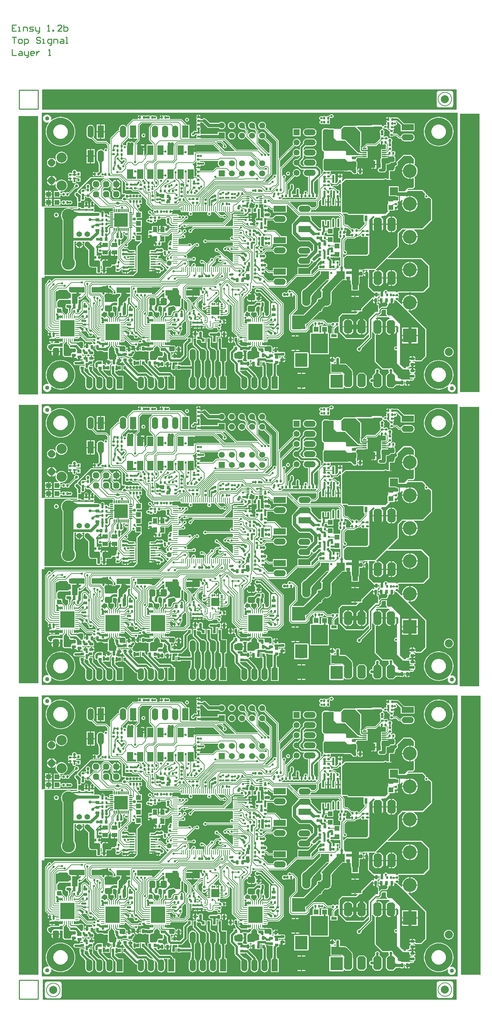
<source format=gtl>
G04*
G04 #@! TF.GenerationSoftware,Altium Limited,Altium Designer,19.1.5 (86)*
G04*
G04 Layer_Physical_Order=1*
G04 Layer_Color=255*
%FSLAX24Y24*%
%MOIN*%
G70*
G01*
G75*
%ADD10C,0.0070*%
G04:AMPARAMS|DCode=11|XSize=78.7mil|YSize=78.7mil|CornerRadius=39.4mil|HoleSize=0mil|Usage=FLASHONLY|Rotation=90.000|XOffset=0mil|YOffset=0mil|HoleType=Round|Shape=RoundedRectangle|*
%AMROUNDEDRECTD11*
21,1,0.0787,0.0000,0,0,90.0*
21,1,0.0000,0.0787,0,0,90.0*
1,1,0.0787,0.0000,0.0000*
1,1,0.0787,0.0000,0.0000*
1,1,0.0787,0.0000,0.0000*
1,1,0.0787,0.0000,0.0000*
%
%ADD11ROUNDEDRECTD11*%
%ADD12C,0.0100*%
%ADD13C,0.0650*%
%ADD14C,0.0080*%
%ADD15R,0.0280X0.0560*%
%ADD16R,0.1970X0.1700*%
%ADD17R,0.0560X0.0280*%
%ADD18R,0.1700X0.1970*%
G04:AMPARAMS|DCode=19|XSize=22mil|YSize=24mil|CornerRadius=4.4mil|HoleSize=0mil|Usage=FLASHONLY|Rotation=180.000|XOffset=0mil|YOffset=0mil|HoleType=Round|Shape=RoundedRectangle|*
%AMROUNDEDRECTD19*
21,1,0.0220,0.0152,0,0,180.0*
21,1,0.0132,0.0240,0,0,180.0*
1,1,0.0088,-0.0066,0.0076*
1,1,0.0088,0.0066,0.0076*
1,1,0.0088,0.0066,-0.0076*
1,1,0.0088,-0.0066,-0.0076*
%
%ADD19ROUNDEDRECTD19*%
G04:AMPARAMS|DCode=20|XSize=22mil|YSize=24mil|CornerRadius=4.4mil|HoleSize=0mil|Usage=FLASHONLY|Rotation=90.000|XOffset=0mil|YOffset=0mil|HoleType=Round|Shape=RoundedRectangle|*
%AMROUNDEDRECTD20*
21,1,0.0220,0.0152,0,0,90.0*
21,1,0.0132,0.0240,0,0,90.0*
1,1,0.0088,0.0076,0.0066*
1,1,0.0088,0.0076,-0.0066*
1,1,0.0088,-0.0076,-0.0066*
1,1,0.0088,-0.0076,0.0066*
%
%ADD20ROUNDEDRECTD20*%
%ADD21R,0.0217X0.0197*%
G04:AMPARAMS|DCode=22|XSize=22mil|YSize=24mil|CornerRadius=4.4mil|HoleSize=0mil|Usage=FLASHONLY|Rotation=225.000|XOffset=0mil|YOffset=0mil|HoleType=Round|Shape=RoundedRectangle|*
%AMROUNDEDRECTD22*
21,1,0.0220,0.0152,0,0,225.0*
21,1,0.0132,0.0240,0,0,225.0*
1,1,0.0088,-0.0100,0.0007*
1,1,0.0088,-0.0007,0.0100*
1,1,0.0088,0.0100,-0.0007*
1,1,0.0088,0.0007,-0.0100*
%
%ADD22ROUNDEDRECTD22*%
%ADD23R,0.0591X0.0917*%
%ADD24R,0.0315X0.0117*%
G04:AMPARAMS|DCode=25|XSize=29.1mil|YSize=39.4mil|CornerRadius=5.8mil|HoleSize=0mil|Usage=FLASHONLY|Rotation=180.000|XOffset=0mil|YOffset=0mil|HoleType=Round|Shape=RoundedRectangle|*
%AMROUNDEDRECTD25*
21,1,0.0291,0.0277,0,0,180.0*
21,1,0.0175,0.0394,0,0,180.0*
1,1,0.0117,-0.0087,0.0139*
1,1,0.0117,0.0087,0.0139*
1,1,0.0117,0.0087,-0.0139*
1,1,0.0117,-0.0087,-0.0139*
%
%ADD25ROUNDEDRECTD25*%
%ADD26R,0.2008X0.0782*%
%ADD27R,0.0790X0.0790*%
G04:AMPARAMS|DCode=28|XSize=52mil|YSize=60mil|CornerRadius=13mil|HoleSize=0mil|Usage=FLASHONLY|Rotation=270.000|XOffset=0mil|YOffset=0mil|HoleType=Round|Shape=RoundedRectangle|*
%AMROUNDEDRECTD28*
21,1,0.0520,0.0340,0,0,270.0*
21,1,0.0260,0.0600,0,0,270.0*
1,1,0.0260,-0.0170,-0.0130*
1,1,0.0260,-0.0170,0.0130*
1,1,0.0260,0.0170,0.0130*
1,1,0.0260,0.0170,-0.0130*
%
%ADD28ROUNDEDRECTD28*%
%ADD29R,0.0433X0.0669*%
%ADD30R,0.0543X0.0709*%
%ADD31R,0.0200X0.0280*%
%ADD32R,0.0500X0.0150*%
G04:AMPARAMS|DCode=33|XSize=40mil|YSize=40mil|CornerRadius=20mil|HoleSize=0mil|Usage=FLASHONLY|Rotation=0.000|XOffset=0mil|YOffset=0mil|HoleType=Round|Shape=RoundedRectangle|*
%AMROUNDEDRECTD33*
21,1,0.0400,0.0000,0,0,0.0*
21,1,0.0000,0.0400,0,0,0.0*
1,1,0.0400,0.0000,0.0000*
1,1,0.0400,0.0000,0.0000*
1,1,0.0400,0.0000,0.0000*
1,1,0.0400,0.0000,0.0000*
%
%ADD33ROUNDEDRECTD33*%
%ADD34R,0.1260X0.0630*%
G04:AMPARAMS|DCode=35|XSize=52mil|YSize=60mil|CornerRadius=13mil|HoleSize=0mil|Usage=FLASHONLY|Rotation=180.000|XOffset=0mil|YOffset=0mil|HoleType=Round|Shape=RoundedRectangle|*
%AMROUNDEDRECTD35*
21,1,0.0520,0.0340,0,0,180.0*
21,1,0.0260,0.0600,0,0,180.0*
1,1,0.0260,-0.0130,0.0170*
1,1,0.0260,0.0130,0.0170*
1,1,0.0260,0.0130,-0.0170*
1,1,0.0260,-0.0130,-0.0170*
%
%ADD35ROUNDEDRECTD35*%
%ADD36R,0.0520X0.0420*%
%ADD37R,0.0200X0.0260*%
G04:AMPARAMS|DCode=38|XSize=29.1mil|YSize=39.4mil|CornerRadius=5.8mil|HoleSize=0mil|Usage=FLASHONLY|Rotation=90.000|XOffset=0mil|YOffset=0mil|HoleType=Round|Shape=RoundedRectangle|*
%AMROUNDEDRECTD38*
21,1,0.0291,0.0277,0,0,90.0*
21,1,0.0175,0.0394,0,0,90.0*
1,1,0.0117,0.0139,0.0087*
1,1,0.0117,0.0139,-0.0087*
1,1,0.0117,-0.0139,-0.0087*
1,1,0.0117,-0.0139,0.0087*
%
%ADD38ROUNDEDRECTD38*%
%ADD39O,0.0098X0.0512*%
%ADD40O,0.0512X0.0098*%
%ADD41R,0.0240X0.0240*%
%ADD42R,0.0354X0.1299*%
%ADD43C,0.0600*%
G04:AMPARAMS|DCode=44|XSize=63mil|YSize=71mil|CornerRadius=15.8mil|HoleSize=0mil|Usage=FLASHONLY|Rotation=90.000|XOffset=0mil|YOffset=0mil|HoleType=Round|Shape=RoundedRectangle|*
%AMROUNDEDRECTD44*
21,1,0.0630,0.0395,0,0,90.0*
21,1,0.0315,0.0710,0,0,90.0*
1,1,0.0315,0.0198,0.0158*
1,1,0.0315,0.0198,-0.0158*
1,1,0.0315,-0.0198,-0.0158*
1,1,0.0315,-0.0198,0.0158*
%
%ADD44ROUNDEDRECTD44*%
%ADD45R,0.1339X0.0551*%
%ADD46R,0.0240X0.0600*%
%ADD47R,0.0480X0.0480*%
G04:AMPARAMS|DCode=48|XSize=50mil|YSize=50mil|CornerRadius=25mil|HoleSize=0mil|Usage=FLASHONLY|Rotation=270.000|XOffset=0mil|YOffset=0mil|HoleType=Round|Shape=RoundedRectangle|*
%AMROUNDEDRECTD48*
21,1,0.0500,0.0000,0,0,270.0*
21,1,0.0000,0.0500,0,0,270.0*
1,1,0.0500,0.0000,0.0000*
1,1,0.0500,0.0000,0.0000*
1,1,0.0500,0.0000,0.0000*
1,1,0.0500,0.0000,0.0000*
%
%ADD48ROUNDEDRECTD48*%
%ADD49R,0.0264X0.0346*%
%ADD50R,0.1417X0.1614*%
%ADD51O,0.0098X0.0335*%
%ADD52O,0.0335X0.0098*%
G04:AMPARAMS|DCode=53|XSize=11mil|YSize=31.5mil|CornerRadius=4.4mil|HoleSize=0mil|Usage=FLASHONLY|Rotation=180.000|XOffset=0mil|YOffset=0mil|HoleType=Round|Shape=RoundedRectangle|*
%AMROUNDEDRECTD53*
21,1,0.0110,0.0227,0,0,180.0*
21,1,0.0022,0.0315,0,0,180.0*
1,1,0.0088,-0.0011,0.0113*
1,1,0.0088,0.0011,0.0113*
1,1,0.0088,0.0011,-0.0113*
1,1,0.0088,-0.0011,-0.0113*
%
%ADD53ROUNDEDRECTD53*%
G04:AMPARAMS|DCode=54|XSize=11mil|YSize=31.5mil|CornerRadius=4.4mil|HoleSize=0mil|Usage=FLASHONLY|Rotation=270.000|XOffset=0mil|YOffset=0mil|HoleType=Round|Shape=RoundedRectangle|*
%AMROUNDEDRECTD54*
21,1,0.0110,0.0227,0,0,270.0*
21,1,0.0022,0.0315,0,0,270.0*
1,1,0.0088,-0.0113,-0.0011*
1,1,0.0088,-0.0113,0.0011*
1,1,0.0088,0.0113,0.0011*
1,1,0.0088,0.0113,-0.0011*
%
%ADD54ROUNDEDRECTD54*%
%ADD55R,0.1370X0.1370*%
%ADD56R,0.0236X0.0315*%
G04:AMPARAMS|DCode=57|XSize=105mil|YSize=105mil|CornerRadius=26.3mil|HoleSize=0mil|Usage=FLASHONLY|Rotation=180.000|XOffset=0mil|YOffset=0mil|HoleType=Round|Shape=RoundedRectangle|*
%AMROUNDEDRECTD57*
21,1,0.1050,0.0525,0,0,180.0*
21,1,0.0525,0.1050,0,0,180.0*
1,1,0.0525,-0.0263,0.0263*
1,1,0.0525,0.0263,0.0263*
1,1,0.0525,0.0263,-0.0263*
1,1,0.0525,-0.0263,-0.0263*
%
%ADD57ROUNDEDRECTD57*%
%ADD58R,0.0402X0.0117*%
%ADD59R,0.0315X0.0217*%
%ADD60R,0.0217X0.0098*%
%ADD61R,0.0079X0.0630*%
%ADD62R,0.0177X0.0118*%
%ADD63R,0.0807X0.0807*%
%ADD64O,0.0110X0.0315*%
%ADD65O,0.0315X0.0110*%
%ADD66P,0.0213X4X180.0*%
%ADD67R,0.0102X0.0102*%
%ADD68R,0.0118X0.0177*%
%ADD69R,0.0346X0.0264*%
%ADD70R,0.0551X0.1339*%
G04:AMPARAMS|DCode=71|XSize=63mil|YSize=71mil|CornerRadius=15.8mil|HoleSize=0mil|Usage=FLASHONLY|Rotation=180.000|XOffset=0mil|YOffset=0mil|HoleType=Round|Shape=RoundedRectangle|*
%AMROUNDEDRECTD71*
21,1,0.0630,0.0395,0,0,180.0*
21,1,0.0315,0.0710,0,0,180.0*
1,1,0.0315,-0.0158,0.0198*
1,1,0.0315,0.0158,0.0198*
1,1,0.0315,0.0158,-0.0198*
1,1,0.0315,-0.0158,-0.0198*
%
%ADD71ROUNDEDRECTD71*%
%ADD72R,0.0480X0.0480*%
%ADD73R,0.0790X0.0790*%
%ADD74R,0.0420X0.0520*%
%ADD75R,0.0709X0.0543*%
%ADD76C,0.0240*%
%ADD77C,0.0200*%
%ADD78C,0.0095*%
%ADD79C,0.0197*%
%ADD80C,0.0177*%
%ADD81C,0.0350*%
%ADD82C,0.0060*%
%ADD83C,0.0120*%
%ADD84C,0.0250*%
%ADD85C,0.0180*%
%ADD86C,0.0220*%
%ADD87C,0.0115*%
%ADD88C,0.0160*%
%ADD89C,0.0340*%
%ADD90C,0.0300*%
%ADD91C,0.0750*%
%ADD92C,0.0150*%
%ADD93C,0.0110*%
%ADD94C,0.0360*%
%ADD95C,0.0270*%
%ADD96C,0.0450*%
%ADD97C,0.1000*%
%ADD98C,0.0280*%
%ADD99C,0.0500*%
%ADD100C,0.0320*%
%ADD101C,0.0700*%
%ADD102C,0.0400*%
%ADD103C,0.0090*%
%ADD104C,0.0230*%
%ADD105C,0.0140*%
%ADD106R,0.1320X0.1255*%
%ADD107R,0.1380X0.1160*%
%ADD108R,0.1230X0.1310*%
%ADD109R,0.1220X0.1330*%
%ADD110R,0.1230X0.1350*%
%ADD111R,0.1220X0.1340*%
%ADD112R,0.1280X0.1320*%
%ADD113R,0.1860X0.0783*%
%ADD114R,0.0591X0.0591*%
%ADD115C,0.0591*%
%ADD116O,0.0825X0.1650*%
%ADD117O,0.1181X0.0591*%
%ADD118R,0.0591X0.0591*%
G04:AMPARAMS|DCode=119|XSize=133mil|YSize=83mil|CornerRadius=0mil|HoleSize=0mil|Usage=FLASHONLY|Rotation=270.000|XOffset=0mil|YOffset=0mil|HoleType=Round|Shape=Octagon|*
%AMOCTAGOND119*
4,1,8,-0.0208,-0.0665,0.0208,-0.0665,0.0415,-0.0458,0.0415,0.0458,0.0208,0.0665,-0.0208,0.0665,-0.0415,0.0458,-0.0415,-0.0458,-0.0208,-0.0665,0.0*
%
%ADD119OCTAGOND119*%

%ADD120P,0.0671X8X22.5*%
%ADD121C,0.0540*%
%ADD122C,0.1305*%
%ADD123P,0.0758X8X292.5*%
%ADD124C,0.1000*%
%ADD125R,0.1200X0.0600*%
%ADD126O,0.1200X0.0600*%
%ADD127R,0.0600X0.1200*%
%ADD128O,0.0600X0.1200*%
%ADD129O,0.1360X0.1360*%
%ADD130R,0.1360X0.1360*%
%ADD131C,0.0800*%
%ADD132C,0.0220*%
%ADD133C,0.0300*%
%ADD134C,0.0290*%
%ADD135C,0.0320*%
G36*
X41251Y57372D02*
X267D01*
Y59370D01*
X41251D01*
Y57372D01*
D02*
G37*
G36*
X14459Y55844D02*
X14460Y55834D01*
X14462Y55824D01*
X14464Y55816D01*
X14466Y55810D01*
X14470Y55804D01*
X14474Y55800D01*
X14478Y55797D01*
X14483Y55795D01*
X14489Y55794D01*
X14369D01*
X14375Y55795D01*
X14380Y55797D01*
X14384Y55800D01*
X14388Y55804D01*
X14391Y55810D01*
X14394Y55816D01*
X14396Y55824D01*
X14398Y55834D01*
X14399Y55844D01*
X14399Y55856D01*
X14459D01*
X14459Y55844D01*
D02*
G37*
G36*
X13215Y55769D02*
X13224Y55762D01*
X13232Y55756D01*
X13240Y55752D01*
X13247Y55748D01*
X13253Y55746D01*
X13259Y55746D01*
X13265Y55746D01*
X13270Y55748D01*
X13275Y55752D01*
X13187Y55671D01*
X13190Y55675D01*
X13193Y55680D01*
X13194Y55685D01*
X13193Y55691D01*
X13192Y55697D01*
X13188Y55704D01*
X13184Y55712D01*
X13178Y55720D01*
X13171Y55728D01*
X13162Y55737D01*
X13206Y55778D01*
X13215Y55769D01*
D02*
G37*
G36*
X21302Y55760D02*
X21310Y55639D01*
X21316Y55606D01*
X21322Y55577D01*
X21330Y55552D01*
X21339Y55530D01*
X21349Y55512D01*
X21361Y55498D01*
X21319Y55456D01*
X21304Y55468D01*
X21287Y55478D01*
X21265Y55487D01*
X21240Y55495D01*
X21211Y55501D01*
X21178Y55507D01*
X21101Y55513D01*
X21057Y55515D01*
X21010Y55515D01*
X21302Y55807D01*
X21302Y55760D01*
D02*
G37*
G36*
X20302D02*
X20310Y55639D01*
X20316Y55606D01*
X20322Y55577D01*
X20330Y55552D01*
X20339Y55530D01*
X20349Y55512D01*
X20361Y55498D01*
X20319Y55456D01*
X20304Y55468D01*
X20287Y55478D01*
X20265Y55487D01*
X20240Y55495D01*
X20211Y55501D01*
X20178Y55507D01*
X20101Y55513D01*
X20057Y55515D01*
X20010Y55515D01*
X20302Y55807D01*
X20302Y55760D01*
D02*
G37*
G36*
X41349Y29312D02*
X209D01*
Y40765D01*
X493D01*
Y40951D01*
X9282D01*
X9321Y40958D01*
X9354Y40981D01*
X9670Y41296D01*
X9692Y41329D01*
X9700Y41368D01*
Y43865D01*
X10087Y44253D01*
X10109Y44286D01*
X10117Y44325D01*
X10109Y44364D01*
X10105Y44375D01*
Y45015D01*
X9623D01*
X9616Y45022D01*
X9614Y45028D01*
X9613Y45039D01*
X9609Y45046D01*
X9606Y45054D01*
X9598Y45063D01*
X9595Y45069D01*
X9596Y45074D01*
X9597Y45093D01*
X9599Y45111D01*
X9598Y45113D01*
X9598Y45114D01*
X9592Y45131D01*
X9586Y45149D01*
X9585Y45150D01*
X9585Y45151D01*
X9580Y45157D01*
X9580Y45158D01*
X9621Y45208D01*
X10105D01*
Y45825D01*
X10114D01*
Y46465D01*
X9650D01*
X9613Y46515D01*
X9625Y46575D01*
X9616Y46620D01*
X9648Y46658D01*
X10114D01*
Y47298D01*
X9946D01*
X9907Y47323D01*
X9898Y47366D01*
X9874Y47402D01*
X9714Y47562D01*
X9738Y47608D01*
X9744Y47607D01*
X9834Y47625D01*
X9910Y47676D01*
X9961Y47752D01*
X9978Y47842D01*
X9961Y47931D01*
X9910Y48008D01*
X9872Y48033D01*
X9887Y48083D01*
X10122D01*
Y48503D01*
X8938D01*
X8869Y48573D01*
X8888Y48619D01*
X10122D01*
Y48836D01*
X10168Y48855D01*
X10537Y48486D01*
Y48103D01*
X10537Y48103D01*
X10546Y48060D01*
X10570Y48024D01*
X11102Y47491D01*
X11103Y47491D01*
X11139Y47467D01*
X11182Y47458D01*
X11263D01*
X11284Y47408D01*
X11253Y47361D01*
X11238Y47287D01*
X11253Y47213D01*
X11295Y47150D01*
X11358Y47108D01*
X11426Y47094D01*
X11422Y47044D01*
X11266D01*
X11171Y47140D01*
X11168Y47157D01*
X11167Y47159D01*
X11166Y47161D01*
X11157Y47176D01*
X11148Y47191D01*
X11145Y47194D01*
X11145Y47194D01*
X11144Y47196D01*
X11143Y47198D01*
X11143Y47202D01*
X11142Y47207D01*
X11141Y47213D01*
X11141Y47223D01*
X11137Y47242D01*
X11134Y47261D01*
X11133Y47261D01*
X11133Y47262D01*
X11122Y47278D01*
X11111Y47294D01*
X11111Y47294D01*
X11110Y47295D01*
X11109Y47296D01*
X11108Y47297D01*
X11066Y47360D01*
X11004Y47402D01*
X10929Y47416D01*
X10855Y47402D01*
X10792Y47360D01*
X10750Y47297D01*
X10736Y47223D01*
X10750Y47148D01*
X10792Y47086D01*
X10855Y47044D01*
X10856Y47043D01*
X10857Y47042D01*
X10858Y47041D01*
X10858Y47041D01*
X10874Y47030D01*
X10890Y47019D01*
X10891Y47019D01*
X10891Y47018D01*
X10910Y47015D01*
X10929Y47011D01*
X10939Y47010D01*
X10945Y47010D01*
X10950Y47009D01*
X10954Y47009D01*
X10956Y47008D01*
X10958Y47007D01*
X10958Y47007D01*
X10961Y47004D01*
X10976Y46995D01*
X10991Y46986D01*
X10993Y46985D01*
X10995Y46984D01*
X11012Y46981D01*
X11048Y46945D01*
X11029Y46899D01*
X10954D01*
X10906Y46889D01*
X10865Y46862D01*
X10837Y46821D01*
X10828Y46772D01*
Y46640D01*
X10785Y46599D01*
X10747Y46607D01*
X10673Y46592D01*
X10610Y46550D01*
X10568Y46487D01*
X10553Y46413D01*
X10568Y46339D01*
X10610Y46276D01*
X10673Y46234D01*
X10747Y46219D01*
X10821Y46234D01*
X10853Y46195D01*
X10865Y46177D01*
X10906Y46150D01*
X10954Y46140D01*
X11106D01*
X11155Y46150D01*
X11196Y46177D01*
X11223Y46218D01*
X11233Y46266D01*
Y46274D01*
X11283Y46289D01*
X11292Y46274D01*
X11355Y46232D01*
X11429Y46218D01*
X11503Y46232D01*
X11566Y46274D01*
X11608Y46337D01*
X11623Y46411D01*
X11608Y46485D01*
X11606Y46489D01*
X11613Y46503D01*
X11617Y46506D01*
X11677Y46517D01*
X11692Y46506D01*
X11741Y46496D01*
X11873D01*
X11921Y46506D01*
X11962Y46533D01*
X11990Y46574D01*
X11993Y46592D01*
X12434D01*
X12477Y46553D01*
X12473Y46529D01*
X12490Y46439D01*
X12524Y46390D01*
Y46354D01*
X12514Y46341D01*
X12505Y46292D01*
Y46160D01*
X12514Y46112D01*
X12542Y46071D01*
Y46047D01*
X12526Y46021D01*
X12495Y45974D01*
X12486Y45926D01*
X12452Y45890D01*
X12192D01*
Y45530D01*
X12142D01*
Y45480D01*
X11832D01*
Y45278D01*
X11782Y45263D01*
X11698Y45347D01*
Y45870D01*
X11118D01*
Y45489D01*
X11072Y45460D01*
X11068Y45460D01*
X11023Y45470D01*
X10871D01*
X10822Y45460D01*
X10807Y45449D01*
D01*
X10781Y45432D01*
X10754Y45391D01*
X10744Y45343D01*
Y45211D01*
X10754Y45163D01*
X10781Y45122D01*
Y45098D01*
X10766Y45072D01*
X10735Y45025D01*
X10724Y44969D01*
Y44953D01*
X10947D01*
Y44903D01*
X10997D01*
Y44690D01*
X11023D01*
X11048Y44695D01*
X11087Y44667D01*
X11408D01*
Y44567D01*
X11098D01*
Y44257D01*
X11237D01*
X11278Y44207D01*
X11276Y44198D01*
Y44172D01*
X11489D01*
Y44122D01*
X11539D01*
Y43899D01*
X11555D01*
X11611Y43910D01*
X11658Y43942D01*
X11684Y43957D01*
X11708D01*
X11749Y43929D01*
X11797Y43920D01*
X11929D01*
X11977Y43929D01*
X12018Y43957D01*
X12046Y43998D01*
X12055Y44046D01*
Y44198D01*
X12050Y44227D01*
X12081Y44277D01*
X12432D01*
Y44888D01*
X12682D01*
X12682Y44888D01*
X12725Y44896D01*
X12762Y44921D01*
X13041Y45201D01*
X13088Y45176D01*
X13084Y45161D01*
X13095Y45110D01*
X13100Y45102D01*
X13120Y45062D01*
X13100Y45023D01*
X13095Y45014D01*
X13084Y44964D01*
X13095Y44913D01*
X13100Y44905D01*
X13120Y44865D01*
X13100Y44826D01*
X13095Y44817D01*
X13084Y44767D01*
X13095Y44717D01*
X13100Y44708D01*
X13120Y44669D01*
X13100Y44629D01*
X13095Y44620D01*
X13084Y44570D01*
X13095Y44520D01*
X13100Y44511D01*
X13105Y44502D01*
X13080Y44445D01*
X13054Y44437D01*
X13045Y44442D01*
X12971Y44457D01*
X12897Y44442D01*
X12834Y44400D01*
X12792Y44338D01*
X12777Y44263D01*
X12780Y44249D01*
X12762Y44245D01*
X12721Y44218D01*
X12694Y44177D01*
X12684Y44129D01*
Y43997D01*
X12694Y43948D01*
X12721Y43907D01*
X12727Y43903D01*
Y43843D01*
X12721Y43839D01*
X12694Y43798D01*
X12684Y43750D01*
Y43618D01*
X12694Y43569D01*
X12721Y43528D01*
X12722Y43528D01*
X12719Y43498D01*
X12709Y43476D01*
X12669Y43468D01*
X12628Y43441D01*
X12624Y43435D01*
X12564D01*
X12560Y43441D01*
X12519Y43468D01*
X12470Y43478D01*
X12340D01*
X12336Y43478D01*
X12285Y43518D01*
X12274Y43575D01*
X12223Y43651D01*
X12147Y43702D01*
X12057Y43720D01*
X11967Y43702D01*
X11907Y43662D01*
X11894D01*
X11849Y43671D01*
X11722D01*
X11680Y43699D01*
X11619Y43711D01*
X11559Y43699D01*
X11507Y43665D01*
X11343Y43500D01*
X10888D01*
Y43270D01*
X10868D01*
Y43145D01*
X11218D01*
Y43045D01*
X10868D01*
Y42920D01*
X10888D01*
Y42495D01*
X10888D01*
Y42185D01*
X10888D01*
Y41765D01*
X10868D01*
Y41640D01*
X11218D01*
Y41590D01*
X11268D01*
Y41415D01*
X11560D01*
Y41361D01*
X11571Y41304D01*
X11603Y41257D01*
X11650Y41225D01*
X11707Y41214D01*
X11733D01*
Y41427D01*
X11833D01*
Y41214D01*
X11859D01*
X11915Y41225D01*
X11962Y41257D01*
X11994Y41304D01*
X12005Y41361D01*
Y41387D01*
X12055Y41428D01*
X12101Y41419D01*
X12191Y41437D01*
X12267Y41487D01*
X12318Y41563D01*
X12336Y41653D01*
X12318Y41743D01*
X12267Y41819D01*
X12191Y41870D01*
X12143Y41879D01*
X12092Y41930D01*
X12033Y41970D01*
X12021Y41972D01*
X12000Y42027D01*
X12026Y42066D01*
X12036Y42119D01*
X12088Y42138D01*
X12467Y41759D01*
X12466Y41756D01*
X12481Y41681D01*
X12523Y41619D01*
X12586Y41577D01*
X12610Y41572D01*
X12626Y41518D01*
X12432Y41323D01*
X11801Y40692D01*
X1515D01*
X1515Y40692D01*
X1472Y40684D01*
X1435Y40659D01*
X1207Y40431D01*
X1159Y40446D01*
X1156Y40464D01*
X1114Y40527D01*
X1051Y40569D01*
X977Y40584D01*
X903Y40569D01*
X840Y40527D01*
X798Y40464D01*
X798Y40463D01*
X796Y40462D01*
X795Y40462D01*
X795Y40461D01*
X784Y40445D01*
X773Y40430D01*
X773Y40429D01*
X773Y40428D01*
X769Y40409D01*
X765Y40391D01*
X765Y40381D01*
X764Y40375D01*
X764Y40370D01*
X763Y40366D01*
X762Y40363D01*
X762Y40362D01*
X761Y40361D01*
X759Y40358D01*
X750Y40343D01*
X740Y40329D01*
X739Y40326D01*
X738Y40324D01*
X736Y40308D01*
X588Y40159D01*
X563Y40123D01*
X555Y40080D01*
X555Y40080D01*
Y35810D01*
X555Y35810D01*
X563Y35767D01*
X588Y35731D01*
X856Y35463D01*
X852Y35422D01*
X820Y35375D01*
X809Y35318D01*
Y35292D01*
X1022D01*
Y35242D01*
X1072D01*
Y35020D01*
X1088D01*
X1137Y35029D01*
X1152Y35024D01*
X1159Y35019D01*
X1187Y34999D01*
X1199Y34937D01*
X1226Y34897D01*
X1199Y34847D01*
X1112D01*
X1051Y34835D01*
X998Y34800D01*
X963Y34747D01*
X951Y34686D01*
Y34648D01*
X1251D01*
X1551D01*
Y34686D01*
X1539Y34747D01*
X1519Y34777D01*
X1527Y34810D01*
X1559Y34816D01*
X1575Y34792D01*
X1618Y34763D01*
X1668Y34753D01*
X1854D01*
X1902Y34737D01*
X1902Y34706D01*
Y34669D01*
X2054D01*
Y34569D01*
X1902D01*
Y34501D01*
X1914Y34443D01*
X1947Y34393D01*
X1952Y34330D01*
D01*
X1917Y34294D01*
X1347D01*
X1335Y34292D01*
X1335Y34292D01*
X1332Y34291D01*
X1112D01*
X1058Y34280D01*
X1013Y34250D01*
X988Y34214D01*
X971Y34217D01*
X893Y34201D01*
X827Y34157D01*
X783Y34091D01*
X767Y34013D01*
Y33856D01*
X783Y33777D01*
X827Y33711D01*
X943Y33596D01*
X1009Y33552D01*
X1087Y33536D01*
X1140Y33547D01*
X1164Y33530D01*
X1607D01*
X2024D01*
Y33678D01*
X2015Y33745D01*
X2009Y33759D01*
X1998Y33787D01*
D01*
X2031Y33831D01*
X2047Y33828D01*
X2275D01*
Y33150D01*
X2283Y33111D01*
X2305Y33078D01*
X2415Y32968D01*
X2448Y32946D01*
X2487Y32938D01*
X3027D01*
X3058Y32944D01*
X3109Y32943D01*
X3144Y32891D01*
X3197Y32856D01*
X3258Y32844D01*
X3347D01*
Y33092D01*
X3447D01*
Y32844D01*
X3535D01*
X3597Y32856D01*
X3617Y32869D01*
X3628Y32868D01*
X3671Y32845D01*
X3679Y32803D01*
X3714Y32751D01*
X3767Y32716D01*
X3828Y32704D01*
X3917D01*
Y32952D01*
X4017D01*
Y32704D01*
X4105D01*
X4167Y32716D01*
X4167D01*
X4192Y32732D01*
X4204Y32731D01*
X4246Y32708D01*
X4254Y32666D01*
X4274Y32636D01*
X4247Y32586D01*
X3956D01*
Y32547D01*
X3552D01*
X3474Y32531D01*
X3407Y32487D01*
X3363Y32421D01*
X3348Y32343D01*
X3363Y32265D01*
X3407Y32198D01*
X3474Y32154D01*
X3552Y32139D01*
X4178D01*
X4256Y32154D01*
X4268Y32163D01*
X4463D01*
X4476Y32118D01*
Y32107D01*
X4463Y32063D01*
X4426Y32063D01*
X3956D01*
Y31639D01*
X4005D01*
Y31503D01*
X4021Y31425D01*
X4065Y31358D01*
X4402Y31022D01*
X4403Y31018D01*
X4405Y31005D01*
X4409Y30999D01*
X4411Y30993D01*
X4419Y30983D01*
X4427Y30971D01*
X4467Y30929D01*
X4499Y30893D01*
X4523Y30861D01*
X4540Y30836D01*
X4545Y30826D01*
X4539Y30821D01*
X4536Y30815D01*
X4531Y30810D01*
X4526Y30798D01*
X4520Y30786D01*
X4519Y30779D01*
X4517Y30773D01*
X4517Y30760D01*
X4516Y30746D01*
X4518Y30740D01*
X4518Y30733D01*
X4524Y30721D01*
X4527Y30708D01*
X4528Y30707D01*
X4526Y30693D01*
Y30093D01*
X4539Y29993D01*
X4577Y29901D01*
X4638Y29822D01*
X4718Y29761D01*
X4810Y29722D01*
X4909Y29709D01*
X5009Y29722D01*
X5101Y29761D01*
X5180Y29822D01*
X5241Y29901D01*
X5280Y29993D01*
X5293Y30093D01*
Y30693D01*
X5280Y30792D01*
X5241Y30884D01*
X5180Y30964D01*
X5116Y31013D01*
X5116Y31016D01*
X5115Y31016D01*
X5114Y31017D01*
X5103Y31032D01*
X5091Y31047D01*
X5090Y31048D01*
X5089Y31048D01*
X5073Y31057D01*
X5057Y31067D01*
X5027Y31077D01*
X5001Y31087D01*
X4974Y31099D01*
X4949Y31112D01*
X4895Y31147D01*
X4871Y31164D01*
X4818Y31209D01*
X4792Y31234D01*
X4788Y31237D01*
X4785Y31240D01*
X4771Y31247D01*
X4758Y31256D01*
X4754Y31256D01*
X4750Y31258D01*
X4741Y31259D01*
X4413Y31587D01*
Y31639D01*
X4463D01*
Y31860D01*
X4513Y31875D01*
X4532Y31846D01*
X4595Y31804D01*
X4669Y31789D01*
X4736Y31802D01*
X4783Y31783D01*
X4786Y31781D01*
Y31639D01*
X4846D01*
Y31563D01*
X4860Y31488D01*
X4902Y31426D01*
X5381Y30947D01*
X5384Y30930D01*
X5384Y30930D01*
X5385Y30929D01*
X5395Y30913D01*
X5405Y30897D01*
X5443Y30858D01*
X5472Y30824D01*
X5496Y30794D01*
X5513Y30769D01*
X5523Y30749D01*
X5527Y30739D01*
X5523Y30732D01*
X5516Y30721D01*
X5515Y30714D01*
X5512Y30707D01*
X5511Y30695D01*
X5508Y30682D01*
X5510Y30675D01*
X5509Y30668D01*
X5514Y30656D01*
X5516Y30643D01*
X5520Y30637D01*
X5522Y30630D01*
X5526Y30626D01*
Y30093D01*
X5539Y29993D01*
X5577Y29901D01*
X5638Y29822D01*
X5718Y29761D01*
X5810Y29722D01*
X5909Y29709D01*
X6009Y29722D01*
X6101Y29761D01*
X6180Y29822D01*
X6241Y29901D01*
X6280Y29993D01*
X6293Y30093D01*
Y30693D01*
X6280Y30792D01*
X6241Y30884D01*
X6180Y30964D01*
X6101Y31025D01*
X6009Y31063D01*
X5989Y31065D01*
X5983Y31069D01*
X5974Y31078D01*
X5967Y31080D01*
X5961Y31085D01*
X5948Y31087D01*
X5936Y31091D01*
X5929Y31091D01*
X5922Y31092D01*
X5909Y31090D01*
X5896Y31089D01*
X5890Y31086D01*
X5883Y31085D01*
X5872Y31078D01*
X5864Y31074D01*
X5853Y31078D01*
X5833Y31089D01*
X5809Y31105D01*
X5743Y31160D01*
X5705Y31197D01*
X5689Y31207D01*
X5673Y31217D01*
X5672Y31218D01*
X5672Y31218D01*
X5655Y31221D01*
X5276Y31600D01*
X5293Y31639D01*
X5293D01*
Y32063D01*
X4962D01*
X4949Y32084D01*
X4943Y32113D01*
X4993Y32163D01*
X5293D01*
Y32570D01*
X5322Y32576D01*
X5375Y32611D01*
X5410Y32663D01*
X5422Y32725D01*
Y32762D01*
X5122D01*
Y32812D01*
X5072D01*
Y33061D01*
X4983D01*
X4922Y33049D01*
X4869Y33014D01*
X4863Y33004D01*
X4803D01*
X4795Y33016D01*
X4742Y33051D01*
X4680Y33063D01*
X4592D01*
Y32815D01*
X4492D01*
Y33063D01*
X4403D01*
X4342Y33051D01*
X4317Y33035D01*
X4304Y33036D01*
X4263Y33059D01*
X4255Y33102D01*
X4231Y33137D01*
X4246Y33192D01*
X4274Y33200D01*
X4283Y33194D01*
X4304Y33163D01*
X4349Y33132D01*
X4403Y33122D01*
X4680D01*
X4734Y33132D01*
X4780Y33163D01*
X4804Y33198D01*
X4828Y33202D01*
X4841Y33202D01*
X4859Y33198D01*
X4884Y33161D01*
X4929Y33130D01*
X4983Y33119D01*
X5260D01*
X5314Y33130D01*
X5360Y33161D01*
X5391Y33206D01*
X5401Y33260D01*
Y33435D01*
X5391Y33489D01*
X5360Y33535D01*
X5324Y33559D01*
X5326Y33600D01*
X5327Y33603D01*
X5330Y33611D01*
X5351Y33615D01*
X5403Y33650D01*
X5438Y33702D01*
X5450Y33764D01*
Y33853D01*
X5202D01*
Y33953D01*
X5450D01*
Y34041D01*
X5440Y34091D01*
X5475Y34131D01*
X5486Y34133D01*
X5515Y34101D01*
D01*
D01*
X5519Y34094D01*
X5509Y34041D01*
Y33764D01*
X5519Y33710D01*
X5550Y33664D01*
X5589Y33639D01*
X5590Y33636D01*
X5630Y33596D01*
X5630Y33596D01*
X5644Y33587D01*
X5653Y33521D01*
X5637Y33500D01*
X6243D01*
X6268Y33474D01*
X6275Y33470D01*
D01*
X6277Y33469D01*
X6284Y33462D01*
X6290Y33457D01*
X6300Y33453D01*
X6308Y33448D01*
X6318Y33446D01*
X6327Y33442D01*
X6337D01*
X6347Y33440D01*
X6397D01*
X6440Y33397D01*
X6478Y33440D01*
X6709D01*
X6744Y33390D01*
X6740Y33370D01*
Y32975D01*
X6745Y32950D01*
X6749Y32929D01*
Y32790D01*
X6755Y32760D01*
X6737Y32727D01*
X6724Y32710D01*
X6722D01*
X6660Y32698D01*
X6608Y32663D01*
X6573Y32610D01*
X6560Y32549D01*
Y32460D01*
X7058D01*
Y32541D01*
X7069Y32549D01*
X7069D01*
X7116Y32503D01*
Y32271D01*
X7127Y32218D01*
X7155Y32176D01*
X7150Y32156D01*
X7136Y32126D01*
X7059D01*
Y31619D01*
X7067D01*
Y31311D01*
X7083Y31233D01*
X7127Y31167D01*
X7342Y30951D01*
X7343Y30948D01*
X7345Y30936D01*
X7349Y30929D01*
X7352Y30922D01*
X7360Y30912D01*
X7366Y30902D01*
X7450Y30811D01*
X7480Y30775D01*
X7502Y30742D01*
X7517Y30716D01*
X7525Y30697D01*
X7527Y30689D01*
X7526Y30687D01*
X7522Y30676D01*
X7515Y30665D01*
X7514Y30658D01*
X7511Y30650D01*
X7512Y30638D01*
X7510Y30626D01*
X7512Y30618D01*
X7512Y30611D01*
X7517Y30599D01*
X7520Y30587D01*
X7525Y30581D01*
X7528Y30574D01*
X7529Y30573D01*
Y29713D01*
X8289D01*
Y31073D01*
X7987D01*
X7978Y31080D01*
X7971Y31082D01*
X7963Y31087D01*
X7952Y31088D01*
X7940Y31092D01*
X7932Y31091D01*
X7924Y31092D01*
X7913Y31089D01*
X7901Y31088D01*
X7894Y31084D01*
X7885Y31082D01*
X7876Y31075D01*
X7872Y31073D01*
X7868D01*
X7851Y31080D01*
X7825Y31095D01*
X7793Y31117D01*
X7709Y31188D01*
X7661Y31234D01*
X7657Y31237D01*
X7654Y31241D01*
X7640Y31248D01*
X7628Y31256D01*
X7623Y31257D01*
X7618Y31259D01*
X7611Y31260D01*
X7475Y31395D01*
Y31534D01*
X7519Y31558D01*
X7525Y31554D01*
X7599Y31539D01*
X7604Y31540D01*
X7609Y31539D01*
X7687Y31554D01*
X7754Y31598D01*
X7765Y31609D01*
X8119D01*
Y32116D01*
X7768D01*
X7754Y32137D01*
X7687Y32181D01*
X7609Y32197D01*
X7603Y32195D01*
X7566Y32239D01*
X7573Y32271D01*
Y32424D01*
X7623Y32439D01*
X7647Y32403D01*
X7699Y32368D01*
X7761Y32356D01*
X7849D01*
Y32605D01*
Y32854D01*
X7761D01*
X7729Y32886D01*
X7744Y32899D01*
X7770Y32912D01*
X8038D01*
X8092Y32923D01*
X8112Y32936D01*
X8131D01*
X8209Y32952D01*
X8258Y32985D01*
X8424D01*
X8463Y32993D01*
X8693D01*
X8732Y32967D01*
X8741Y32953D01*
X8787Y32923D01*
X8841Y32912D01*
X9118D01*
X9172Y32923D01*
X9218Y32953D01*
X9248Y32999D01*
X9259Y33053D01*
Y33124D01*
X9394Y33258D01*
X9438Y33325D01*
X9453Y33403D01*
X9438Y33481D01*
X9394Y33547D01*
X9327Y33591D01*
X9249Y33607D01*
X9171Y33591D01*
X9143Y33572D01*
X9093Y33599D01*
Y33630D01*
X8845D01*
X8596D01*
Y33542D01*
X8608Y33480D01*
X8617Y33466D01*
X8590Y33416D01*
X8539D01*
X8513Y33466D01*
X8527Y33488D01*
X8538Y33542D01*
Y33585D01*
X8538Y33587D01*
X8541Y33600D01*
Y33890D01*
X8526Y33964D01*
X8484Y34027D01*
X8421Y34069D01*
X8347Y34084D01*
X8086D01*
X8054Y34122D01*
X8058Y34141D01*
Y34209D01*
X7906D01*
Y34309D01*
X8058D01*
Y34346D01*
D01*
X8058Y34377D01*
X8071Y34381D01*
X8106Y34393D01*
X8292D01*
X8342Y34403D01*
X8385Y34432D01*
X8413Y34474D01*
X8423Y34525D01*
X8417Y34560D01*
X8422Y34569D01*
X8438Y34581D01*
X8464Y34597D01*
X8482Y34594D01*
X8499Y34590D01*
X8507Y34589D01*
X8511Y34589D01*
X8514Y34588D01*
X8517Y34588D01*
X8519Y34587D01*
X8522Y34586D01*
X8524Y34584D01*
X8527Y34582D01*
X8530Y34580D01*
X8536Y34575D01*
X8538Y34573D01*
X8540Y34571D01*
X8555Y34563D01*
X8570Y34554D01*
X8573Y34553D01*
X8575Y34552D01*
X8588Y34550D01*
X9038Y34101D01*
X9038Y34101D01*
X9074Y34076D01*
X9117Y34068D01*
X9117Y34068D01*
X9318D01*
X9331Y34058D01*
X9334Y34057D01*
X9336Y34056D01*
X9353Y34052D01*
X9370Y34048D01*
X9374Y34048D01*
X9375Y34048D01*
X9376Y34047D01*
X9378Y34046D01*
X9382Y34044D01*
X9386Y34041D01*
X9390Y34037D01*
X9397Y34030D01*
X9413Y34019D01*
X9429Y34009D01*
X9430Y34009D01*
X9431Y34008D01*
X9443Y34006D01*
X9464Y33977D01*
D01*
X9471Y33964D01*
X9471Y33953D01*
X9460Y33899D01*
Y33810D01*
X9709D01*
X9958D01*
Y33899D01*
X9946Y33960D01*
X9911Y34013D01*
X9858Y34048D01*
X9797Y34060D01*
X9748D01*
X9728Y34098D01*
X9727Y34110D01*
X9741Y34180D01*
X9726Y34254D01*
X9717Y34267D01*
X9737Y34295D01*
X9751Y34306D01*
X9762Y34304D01*
X9778Y34299D01*
X9781Y34299D01*
X9784Y34298D01*
X9789Y34298D01*
X9790Y34298D01*
X9792Y34298D01*
X9804Y34294D01*
X9807Y34293D01*
X9834Y34280D01*
X9843Y34275D01*
X9862Y34269D01*
X9880Y34263D01*
X9881Y34263D01*
X9881Y34263D01*
X9901Y34265D01*
X9920Y34266D01*
X9920Y34267D01*
X9921Y34267D01*
X9927Y34270D01*
X9947Y34266D01*
X10021Y34281D01*
X10084Y34323D01*
X10145Y34325D01*
X10165Y34311D01*
X10221Y34300D01*
X10247D01*
Y34513D01*
X10347D01*
Y34300D01*
X10373D01*
X10429Y34311D01*
X10477Y34343D01*
X10508Y34391D01*
X10511Y34402D01*
X10517Y34406D01*
X10565Y34421D01*
X10592Y34403D01*
X10642Y34393D01*
X10828D01*
X10873Y34378D01*
X10876Y34377D01*
X10876Y34346D01*
Y34309D01*
X11028D01*
Y34209D01*
X10876D01*
Y34141D01*
X10887Y34083D01*
X10916Y34040D01*
X10909Y34013D01*
X10896Y33990D01*
X10846D01*
X10836Y33988D01*
X10826D01*
X10817Y33984D01*
X10807Y33982D01*
X10799Y33976D01*
X10789Y33973D01*
X10781Y33967D01*
X10747Y33960D01*
X10712Y33967D01*
X10704Y33973D01*
X10695Y33976D01*
X10687Y33982D01*
X10677Y33984D01*
X10668Y33988D01*
X10658D01*
X10648Y33990D01*
X10437D01*
X10432Y33998D01*
X10386Y34029D01*
X10332Y34040D01*
X10157D01*
X10103Y34029D01*
X10057Y33998D01*
X10027Y33953D01*
X10016Y33899D01*
Y33621D01*
X9989Y33590D01*
X9958Y33621D01*
X9958Y33621D01*
Y33710D01*
X9709D01*
X9460D01*
Y33621D01*
X9473Y33560D01*
X9508Y33507D01*
X9560Y33472D01*
X9622Y33460D01*
X9647D01*
X9707Y33520D01*
X10060D01*
X10103Y33491D01*
X10157Y33481D01*
X10332D01*
X10386Y33491D01*
X10429Y33520D01*
X10537D01*
X10544Y33513D01*
D01*
X10569Y33488D01*
X10602Y33466D01*
X10641Y33458D01*
X10779D01*
X10791Y33444D01*
X10810Y33408D01*
X10805Y33380D01*
Y32757D01*
X10813Y32718D01*
X10835Y32685D01*
X10864Y32656D01*
X10850Y32606D01*
X10686D01*
Y32262D01*
X10639Y32243D01*
X10453Y32429D01*
Y32606D01*
X10416D01*
X10406Y32656D01*
X10417Y32660D01*
X10430Y32670D01*
X9829D01*
X9842Y32660D01*
X9852Y32656D01*
X9843Y32606D01*
X9536D01*
X9526Y32620D01*
X9481Y32650D01*
X9463Y32662D01*
X9389Y32676D01*
X9329Y32664D01*
X9289Y32687D01*
X9278Y32697D01*
X9276Y32710D01*
X9268Y32750D01*
X9267D01*
Y32754D01*
X9232Y32806D01*
X9180Y32841D01*
X9118Y32854D01*
X9029D01*
Y32605D01*
Y32356D01*
X9118D01*
X9146Y32362D01*
X9152Y32360D01*
X9196Y32323D01*
Y32223D01*
X9210Y32148D01*
X9252Y32086D01*
X9315Y32044D01*
X9389Y32029D01*
X9463Y32044D01*
X9526Y32086D01*
X9536Y32099D01*
X9929D01*
Y32581D01*
X9971Y32625D01*
X9972Y32625D01*
X9987D01*
X10029Y32606D01*
Y32099D01*
X10206D01*
X11210Y31095D01*
X11189Y31046D01*
X11161Y31052D01*
X11160Y31054D01*
X11150Y31062D01*
X11141Y31071D01*
X11134Y31074D01*
X11128Y31078D01*
X11116Y31081D01*
X11104Y31086D01*
X11097Y31086D01*
X11089Y31088D01*
X11077Y31086D01*
X11064Y31086D01*
X11057Y31083D01*
X11050Y31082D01*
X11039Y31076D01*
X11037Y31075D01*
X11027Y31076D01*
X11012Y31074D01*
X11002Y31078D01*
X10978Y31091D01*
X10948Y31111D01*
X10872Y31176D01*
X10828Y31218D01*
X10814Y31227D01*
X10800Y31237D01*
X10797Y31238D01*
X10795Y31239D01*
X10778Y31242D01*
X10664Y31357D01*
X10597Y31401D01*
X10519Y31417D01*
X9774D01*
X8884Y32306D01*
X8905Y32356D01*
X8929D01*
Y32605D01*
Y32854D01*
X8841D01*
X8779Y32841D01*
X8743Y32817D01*
X8693Y32839D01*
Y32893D01*
X8186D01*
Y32839D01*
X8136Y32817D01*
X8100Y32841D01*
X8038Y32854D01*
X7949D01*
Y32605D01*
Y32356D01*
X8038D01*
X8100Y32368D01*
X8152Y32403D01*
X8187Y32456D01*
X8188Y32456D01*
X8237Y32453D01*
X8251Y32385D01*
X8295Y32318D01*
X8452Y32162D01*
X8432Y32116D01*
X8219D01*
Y31609D01*
X8396D01*
X9457Y30548D01*
X9523Y30504D01*
X9527Y30503D01*
X9529Y30501D01*
X9529Y30501D01*
X9529Y30501D01*
X9545Y30490D01*
X9562Y30479D01*
X9562Y30479D01*
X9562Y30478D01*
X9581Y30475D01*
X9601Y30471D01*
X9644Y30470D01*
Y30093D01*
X9657Y29993D01*
X9696Y29901D01*
X9756Y29822D01*
X9836Y29761D01*
X9928Y29722D01*
X10027Y29709D01*
X10127Y29722D01*
X10219Y29761D01*
X10299Y29822D01*
X10359Y29901D01*
X10398Y29993D01*
X10411Y30093D01*
Y30693D01*
X10398Y30792D01*
X10359Y30884D01*
X10302Y30959D01*
X10311Y31001D01*
X10314Y31009D01*
X10435D01*
X10484Y30960D01*
X10487Y30944D01*
X10487Y30944D01*
X10487Y30943D01*
X10497Y30927D01*
X10507Y30911D01*
X10508Y30910D01*
X10509Y30910D01*
X10551Y30866D01*
X10585Y30827D01*
X10611Y30793D01*
X10631Y30764D01*
X10643Y30741D01*
X10648Y30728D01*
X10644Y30719D01*
X10636Y30709D01*
X10635Y30702D01*
X10631Y30695D01*
X10630Y30683D01*
X10627Y30671D01*
X10628Y30663D01*
X10627Y30656D01*
X10631Y30644D01*
X10632Y30631D01*
X10636Y30625D01*
X10638Y30618D01*
X10644Y30610D01*
Y30093D01*
X10657Y29993D01*
X10696Y29901D01*
X10756Y29822D01*
X10836Y29761D01*
X10928Y29722D01*
X11027Y29709D01*
X11127Y29722D01*
X11219Y29761D01*
X11299Y29822D01*
X11359Y29901D01*
X11398Y29993D01*
X11411Y30093D01*
Y30693D01*
X11398Y30792D01*
X11366Y30869D01*
X11408Y30897D01*
X11460Y30846D01*
X11461Y30833D01*
X11463Y30831D01*
X11463Y30829D01*
X11473Y30814D01*
X11481Y30799D01*
X11483Y30797D01*
X11484Y30795D01*
X11525Y30753D01*
X11559Y30715D01*
X11586Y30680D01*
X11607Y30649D01*
X11622Y30623D01*
X11632Y30601D01*
X11636Y30586D01*
X11637Y30577D01*
X11637Y30573D01*
X11632Y30561D01*
X11630Y30547D01*
X11627Y30534D01*
X11628Y30528D01*
X11627Y30521D01*
X11630Y30508D01*
X11632Y30494D01*
X11635Y30489D01*
X11637Y30483D01*
X11644Y30473D01*
Y30093D01*
X11657Y29993D01*
X11696Y29901D01*
X11756Y29822D01*
X11836Y29761D01*
X11928Y29722D01*
X12027Y29709D01*
X12127Y29722D01*
X12219Y29761D01*
X12299Y29822D01*
X12359Y29901D01*
X12398Y29993D01*
X12411Y30093D01*
Y30693D01*
X12398Y30792D01*
X12359Y30884D01*
X12299Y30964D01*
X12288Y30971D01*
X12305Y31019D01*
X12647D01*
Y29713D01*
X13407D01*
Y31073D01*
X13231D01*
Y31094D01*
X13216Y31173D01*
X13172Y31239D01*
X13044Y31367D01*
X12977Y31411D01*
X12899Y31427D01*
X11909D01*
X11282Y32053D01*
X11301Y32099D01*
X11553D01*
Y32095D01*
X11568Y32017D01*
X11613Y31951D01*
X11615Y31948D01*
X11681Y31904D01*
X11759Y31889D01*
X11837Y31904D01*
X11904Y31948D01*
X11910Y31957D01*
X11977Y31968D01*
X11988Y31961D01*
X12042Y31951D01*
X12217D01*
X12270Y31961D01*
X12316Y31992D01*
X12347Y32038D01*
X12358Y32092D01*
Y32369D01*
X12347Y32423D01*
X12316Y32468D01*
X12270Y32499D01*
X12217Y32510D01*
X12192D01*
X12176Y32560D01*
X12182Y32563D01*
X12217Y32616D01*
X12229Y32677D01*
Y32715D01*
X11929D01*
Y32815D01*
X12229D01*
Y32852D01*
X12217Y32914D01*
X12188Y32958D01*
X12268Y33038D01*
X12290Y33071D01*
X12298Y33110D01*
Y33365D01*
X12295Y33380D01*
X12328Y33427D01*
X12364Y33429D01*
X12596Y33197D01*
X12591Y33169D01*
Y32891D01*
X12601Y32838D01*
X12615Y32817D01*
Y32758D01*
X12631Y32680D01*
X12675Y32614D01*
X12709Y32580D01*
X12688Y32530D01*
X12577D01*
X12515Y32518D01*
X12463Y32483D01*
X12428Y32430D01*
X12416Y32369D01*
Y32280D01*
X12913D01*
Y32369D01*
X12910Y32383D01*
X12946Y32418D01*
X12957Y32416D01*
X13033D01*
X13059Y32375D01*
X13059Y32366D01*
X13044Y32291D01*
Y32166D01*
X13036D01*
Y31659D01*
X13459D01*
Y32109D01*
X13529D01*
X13559Y32084D01*
Y31659D01*
X13983D01*
Y31709D01*
X14941D01*
Y31261D01*
X14931Y31248D01*
X14931Y31246D01*
X14930Y31246D01*
X14927Y31227D01*
X14923Y31209D01*
X14922Y31147D01*
X14918Y31095D01*
X14913Y31050D01*
X14906Y31015D01*
X14899Y30989D01*
X14895Y30979D01*
X14877Y30966D01*
X14866Y30963D01*
X14860Y30959D01*
X14853Y30957D01*
X14844Y30948D01*
X14833Y30941D01*
X14829Y30935D01*
X14824Y30930D01*
X14818Y30918D01*
X14811Y30908D01*
X14810Y30901D01*
X14807Y30894D01*
X14806Y30881D01*
X14804Y30869D01*
X14805Y30863D01*
X14775Y30792D01*
X14762Y30693D01*
Y30093D01*
X14775Y29993D01*
X14814Y29901D01*
X14875Y29822D01*
X14954Y29761D01*
X15046Y29722D01*
X15146Y29709D01*
X15245Y29722D01*
X15337Y29761D01*
X15417Y29822D01*
X15478Y29901D01*
X15516Y29993D01*
X15529Y30093D01*
Y30693D01*
X15516Y30792D01*
X15485Y30867D01*
X15486Y30872D01*
X15483Y30884D01*
X15483Y30896D01*
X15479Y30903D01*
X15478Y30911D01*
X15471Y30921D01*
X15466Y30932D01*
X15460Y30937D01*
X15456Y30944D01*
X15445Y30951D01*
X15436Y30959D01*
X15429Y30962D01*
X15423Y30966D01*
X15411Y30968D01*
X15395Y30980D01*
X15391Y30990D01*
X15383Y31016D01*
X15377Y31050D01*
X15368Y31149D01*
X15367Y31210D01*
X15363Y31228D01*
X15359Y31247D01*
X15358Y31248D01*
X15358Y31248D01*
X15349Y31262D01*
Y31900D01*
Y32279D01*
X15358Y32293D01*
X15358Y32293D01*
X15359Y32294D01*
X15363Y32313D01*
X15367Y32332D01*
X15368Y32393D01*
X15371Y32445D01*
X15376Y32490D01*
X15383Y32525D01*
X15391Y32551D01*
X15395Y32561D01*
X15411Y32573D01*
X15423Y32575D01*
X15429Y32580D01*
X15436Y32582D01*
X15445Y32590D01*
X15456Y32597D01*
X15460Y32604D01*
X15466Y32609D01*
X15471Y32620D01*
X15478Y32630D01*
X15479Y32638D01*
X15483Y32645D01*
X15483Y32657D01*
X15486Y32669D01*
X15485Y32675D01*
X15495Y32700D01*
X15516Y32749D01*
X15529Y32849D01*
Y33449D01*
X15516Y33548D01*
X15478Y33640D01*
X15417Y33720D01*
X15337Y33780D01*
X15245Y33819D01*
X15146Y33832D01*
X15046Y33819D01*
X14954Y33780D01*
X14875Y33720D01*
X14814Y33640D01*
X14775Y33548D01*
X14762Y33449D01*
Y32849D01*
X14775Y32749D01*
X14796Y32700D01*
X14805Y32678D01*
X14804Y32672D01*
X14806Y32660D01*
X14807Y32647D01*
X14810Y32640D01*
X14811Y32633D01*
X14818Y32623D01*
X14824Y32611D01*
X14829Y32606D01*
X14833Y32600D01*
X14844Y32593D01*
X14853Y32584D01*
X14860Y32582D01*
X14866Y32578D01*
X14877Y32575D01*
X14895Y32562D01*
X14899Y32553D01*
X14906Y32526D01*
X14913Y32492D01*
X14922Y32393D01*
X14923Y32332D01*
X14927Y32314D01*
X14930Y32296D01*
X14931Y32295D01*
X14931Y32294D01*
X14941Y32280D01*
Y32117D01*
X13983D01*
Y32166D01*
X13720D01*
X13696Y32210D01*
X13708Y32228D01*
X13723Y32303D01*
X13710Y32366D01*
X13730Y32402D01*
X13742Y32416D01*
X13987D01*
X14065Y32432D01*
X14131Y32476D01*
X14351Y32696D01*
X14571Y32916D01*
X14615Y32982D01*
X14631Y33060D01*
Y34097D01*
X14870Y34337D01*
X15047D01*
Y34843D01*
X14655D01*
X14634Y34893D01*
X14868Y35127D01*
X14868Y35127D01*
X14892Y35163D01*
X14900Y35206D01*
X14900Y35206D01*
Y36436D01*
X14894Y36467D01*
X14917Y36499D01*
X14931Y36510D01*
X14937Y36509D01*
X15001D01*
X15027Y36459D01*
X15017Y36443D01*
X15007Y36394D01*
Y36262D01*
X15017Y36214D01*
X15044Y36173D01*
Y36150D01*
X15029Y36123D01*
X14998Y36077D01*
X14987Y36020D01*
Y36004D01*
X15209D01*
Y35954D01*
X15259D01*
Y35742D01*
X15285D01*
X15342Y35753D01*
X15389Y35785D01*
X15433D01*
X15481Y35753D01*
X15537Y35742D01*
X15563D01*
Y35954D01*
X15663D01*
Y35742D01*
X15689D01*
X15745Y35753D01*
X15782Y35777D01*
D01*
X15815Y35782D01*
D01*
X15848Y35777D01*
X15884Y35753D01*
X15940Y35742D01*
X15966D01*
Y35954D01*
X16066D01*
Y35742D01*
X16092D01*
X16149Y35753D01*
X16183Y35776D01*
X16323D01*
Y35925D01*
X16423D01*
Y35776D01*
X16573D01*
X16650Y35699D01*
X16690Y35672D01*
X16737Y35663D01*
X17019D01*
X17065Y35672D01*
X17105Y35699D01*
X17182Y35775D01*
X17224Y35796D01*
Y35796D01*
X17224Y35796D01*
X17542D01*
X17576Y35756D01*
D01*
X17575Y35748D01*
X17589Y35674D01*
X17631Y35611D01*
X17694Y35569D01*
X17768Y35554D01*
X17843Y35569D01*
X17905Y35611D01*
X17947Y35674D01*
X17962Y35748D01*
X17947Y35822D01*
X17936Y35839D01*
X17925Y35856D01*
X17936Y35920D01*
X17945Y35926D01*
X17987Y35989D01*
X18002Y36063D01*
X17987Y36137D01*
X17947Y36196D01*
X17947Y36196D01*
X17949Y36206D01*
X17951Y36218D01*
X17962Y36248D01*
X17991Y36254D01*
X18032Y36281D01*
X18056D01*
X18082Y36266D01*
X18129Y36235D01*
X18185Y36224D01*
X18201D01*
Y36447D01*
Y36669D01*
X18185D01*
X18129Y36658D01*
X18082Y36627D01*
X18056Y36612D01*
X18032D01*
X17991Y36639D01*
X17943Y36649D01*
X17852D01*
X17825Y36699D01*
X17836Y36714D01*
X17848Y36775D01*
Y36827D01*
X17690D01*
Y36927D01*
X17848D01*
Y36961D01*
X17859Y36974D01*
X17874Y36985D01*
X17885Y36992D01*
X17896Y36996D01*
X17934Y36988D01*
X18139D01*
X18191Y36998D01*
X18214Y37014D01*
X18497D01*
X18497Y37014D01*
X18540Y37022D01*
X18576Y37046D01*
X18765Y37236D01*
X18765Y37236D01*
X18790Y37272D01*
X18798Y37315D01*
X18798Y37315D01*
Y38078D01*
X18798Y38078D01*
X18790Y38121D01*
X18776Y38142D01*
D01*
X18815Y38174D01*
X19035Y37954D01*
Y35518D01*
X19035Y35518D01*
X19043Y35475D01*
X19068Y35439D01*
X19539Y34967D01*
X19527Y34934D01*
X19516Y34920D01*
X19347D01*
X19293Y34909D01*
X19247Y34878D01*
X19217Y34833D01*
X19206Y34779D01*
Y34502D01*
X19217Y34448D01*
X19247Y34402D01*
X19293Y34371D01*
X19339Y34362D01*
Y34250D01*
X19351Y34190D01*
X19385Y34138D01*
X19454Y34069D01*
X19435Y34023D01*
X19203D01*
Y33847D01*
X18893Y33536D01*
X18848Y33470D01*
X18833Y33392D01*
Y32742D01*
X18848Y32664D01*
X18893Y32598D01*
X19295Y32196D01*
Y32002D01*
X19293Y31991D01*
Y31553D01*
X19308Y31475D01*
X19316Y31464D01*
X19318Y31456D01*
X19360Y31393D01*
X19387Y31375D01*
X19748Y31014D01*
X19751Y31006D01*
X19753Y30995D01*
X19758Y30988D01*
X19761Y30979D01*
X19769Y30971D01*
X19775Y30962D01*
X19816Y30919D01*
X19849Y30882D01*
X19874Y30849D01*
X19891Y30823D01*
X19899Y30807D01*
X19892Y30802D01*
X19889Y30795D01*
X19884Y30790D01*
X19880Y30777D01*
X19874Y30766D01*
X19874Y30759D01*
X19872Y30752D01*
X19873Y30739D01*
X19872Y30726D01*
X19874Y30719D01*
X19874Y30712D01*
X19880Y30701D01*
X19884Y30689D01*
X19884Y30688D01*
Y30097D01*
X19897Y29997D01*
X19936Y29905D01*
X19997Y29826D01*
X20076Y29765D01*
X20168Y29726D01*
X20268Y29713D01*
X20367Y29726D01*
X20459Y29765D01*
X20539Y29826D01*
X20600Y29905D01*
X20638Y29997D01*
X20651Y30097D01*
Y30697D01*
X20638Y30796D01*
X20600Y30888D01*
X20539Y30968D01*
X20474Y31017D01*
X20473Y31020D01*
X20472Y31022D01*
X20471Y31025D01*
X20460Y31038D01*
X20449Y31051D01*
X20447Y31053D01*
X20445Y31055D01*
X20429Y31062D01*
X20414Y31071D01*
X20378Y31083D01*
X20346Y31095D01*
X20282Y31124D01*
X20256Y31138D01*
X20200Y31175D01*
X20176Y31193D01*
X20152Y31213D01*
X20128Y31236D01*
X20122Y31240D01*
X20117Y31245D01*
X20105Y31251D01*
X20094Y31258D01*
X20087Y31259D01*
X20081Y31262D01*
X20077Y31262D01*
X19812Y31526D01*
X19833Y31576D01*
X20290D01*
Y31595D01*
X20458D01*
X21020Y31033D01*
X21017Y30983D01*
X20997Y30968D01*
X20936Y30888D01*
X20897Y30796D01*
X20884Y30697D01*
Y30097D01*
X20897Y29997D01*
X20936Y29905D01*
X20997Y29826D01*
X21076Y29765D01*
X21168Y29726D01*
X21268Y29713D01*
X21367Y29726D01*
X21459Y29765D01*
X21539Y29826D01*
X21600Y29905D01*
X21638Y29997D01*
X21651Y30097D01*
Y30697D01*
X21638Y30796D01*
X21600Y30888D01*
X21539Y30968D01*
X21461Y31027D01*
Y31060D01*
X21446Y31134D01*
X21404Y31197D01*
X20676Y31925D01*
X20638Y31951D01*
X20653Y32001D01*
X20717D01*
X20770Y32011D01*
X20816Y32042D01*
X20847Y32088D01*
X20858Y32141D01*
Y32419D01*
X20847Y32473D01*
X20816Y32518D01*
X20770Y32549D01*
X20779Y32598D01*
X20971D01*
X20986Y32548D01*
X20963Y32533D01*
X20928Y32480D01*
X20916Y32419D01*
Y32330D01*
X21165D01*
Y32280D01*
X21215D01*
Y31980D01*
X21252D01*
X21314Y31992D01*
X21366Y32027D01*
X21383Y32053D01*
X21433Y32038D01*
Y31987D01*
X21857D01*
Y32493D01*
X21902Y32506D01*
X21912D01*
X21957Y32493D01*
Y31987D01*
X22069D01*
Y31249D01*
X22059Y31235D01*
X22059Y31233D01*
X22058Y31232D01*
X22055Y31214D01*
X22051Y31196D01*
X22050Y31142D01*
X22047Y31096D01*
X22042Y31058D01*
X22036Y31027D01*
X22030Y31005D01*
X22024Y30993D01*
X22015Y30989D01*
X22002Y30986D01*
X21996Y30982D01*
X21990Y30979D01*
X21980Y30970D01*
X21970Y30963D01*
X21966Y30957D01*
X21961Y30952D01*
X21955Y30940D01*
X21949Y30929D01*
X21947Y30922D01*
X21944Y30916D01*
X21944Y30903D01*
X21943Y30898D01*
X21936Y30888D01*
X21897Y30796D01*
X21884Y30697D01*
Y30097D01*
X21897Y29997D01*
X21936Y29905D01*
X21997Y29826D01*
X22076Y29765D01*
X22168Y29726D01*
X22268Y29713D01*
X22367Y29726D01*
X22459Y29765D01*
X22539Y29826D01*
X22600Y29905D01*
X22638Y29997D01*
X22651Y30097D01*
Y30697D01*
X22638Y30796D01*
X22600Y30888D01*
X22583Y30909D01*
X22581Y30920D01*
X22580Y30932D01*
X22577Y30939D01*
X22575Y30946D01*
X22568Y30956D01*
X22562Y30968D01*
X22556Y30972D01*
X22552Y30978D01*
X22541Y30985D01*
X22532Y30994D01*
X22525Y30996D01*
X22519Y31000D01*
X22506Y31002D01*
X22500Y31004D01*
X22496Y31012D01*
X22489Y31033D01*
X22484Y31061D01*
X22476Y31146D01*
X22475Y31199D01*
X22471Y31218D01*
X22467Y31237D01*
X22466Y31237D01*
X22466Y31238D01*
X22457Y31252D01*
Y32146D01*
X22442Y32220D01*
X22400Y32283D01*
X22381Y32302D01*
Y32365D01*
X22407Y32386D01*
X22629D01*
X22649Y32358D01*
X22694Y32327D01*
X22748Y32316D01*
X23025D01*
X23032Y32318D01*
X23041Y32313D01*
X23071Y32274D01*
X23059Y32214D01*
Y31290D01*
X23050Y31277D01*
X23049Y31275D01*
X23049Y31274D01*
X23045Y31256D01*
X23041Y31238D01*
X23040Y31195D01*
X23037Y31161D01*
X23032Y31134D01*
X23027Y31114D01*
X23022Y31100D01*
X23019Y31096D01*
X23012Y31096D01*
X22998Y31091D01*
X22984Y31088D01*
X22979Y31085D01*
X22974Y31084D01*
X22966Y31077D01*
X22888D01*
Y29717D01*
X23648D01*
Y31077D01*
X23560D01*
X23552Y31084D01*
X23546Y31085D01*
X23542Y31088D01*
X23528Y31091D01*
X23514Y31096D01*
X23507Y31096D01*
X23504Y31100D01*
X23499Y31114D01*
X23493Y31134D01*
X23489Y31161D01*
X23486Y31195D01*
X23485Y31238D01*
X23481Y31256D01*
X23477Y31274D01*
X23476Y31275D01*
X23476Y31277D01*
X23467Y31290D01*
Y32130D01*
X23523Y32186D01*
X23700D01*
Y32472D01*
X23750Y32487D01*
X23754Y32481D01*
X23807Y32446D01*
X23868Y32434D01*
X23957D01*
Y32682D01*
Y32931D01*
X23868D01*
X23807Y32919D01*
X23754Y32884D01*
X23750Y32878D01*
D01*
X23700Y32893D01*
D01*
Y33016D01*
X23790D01*
X23814Y33000D01*
X23868Y32989D01*
X24145D01*
X24199Y33000D01*
X24245Y33031D01*
X24276Y33076D01*
X24286Y33130D01*
Y33305D01*
X24276Y33359D01*
X24245Y33405D01*
X24199Y33435D01*
X24145Y33446D01*
X23868D01*
X23814Y33435D01*
X23797Y33424D01*
X23641D01*
X23610Y33463D01*
X23613Y33482D01*
Y33570D01*
X23365D01*
X23116D01*
Y33482D01*
X23128Y33420D01*
X23158Y33376D01*
X23148Y33340D01*
X23140Y33326D01*
X23091Y33314D01*
X23087Y33317D01*
X23027Y33329D01*
X23025Y33332D01*
X23012Y33379D01*
X23016Y33382D01*
X23047Y33428D01*
X23058Y33482D01*
Y33759D01*
X23050Y33795D01*
Y33840D01*
X23036Y33910D01*
X22997Y33970D01*
X22947Y34020D01*
X22887Y34060D01*
X22817Y34074D01*
X22548D01*
X22524Y34078D01*
X22519Y34083D01*
X22513Y34085D01*
X22508Y34089D01*
X22495Y34092D01*
X22482Y34096D01*
X22475Y34096D01*
X22469Y34098D01*
X22411Y34099D01*
X22407Y34099D01*
X22402Y34099D01*
X22387Y34096D01*
X22372Y34093D01*
X22368Y34091D01*
X22364Y34090D01*
X22351Y34080D01*
X22351Y34080D01*
X22237D01*
X22196Y34130D01*
X22198Y34141D01*
Y34209D01*
X22046D01*
Y34309D01*
X22198D01*
Y34346D01*
X22198Y34377D01*
X22246Y34393D01*
X22432D01*
X22482Y34403D01*
X22525Y34432D01*
X22553Y34474D01*
X22563Y34525D01*
X22553Y34575D01*
X22575Y34633D01*
X22589Y34642D01*
X22667Y34720D01*
X23605D01*
X23605Y34720D01*
X23648Y34729D01*
X23684Y34753D01*
X24137Y35206D01*
X24137Y35206D01*
X24161Y35242D01*
X24170Y35285D01*
Y38169D01*
X24170Y38169D01*
X24161Y38212D01*
X24137Y38248D01*
X24137Y38248D01*
X22622Y39764D01*
X22634Y39788D01*
X22651Y39805D01*
X22687Y39798D01*
X22687Y39798D01*
X24347D01*
X24347Y39798D01*
X24390Y39806D01*
X24426Y39831D01*
X25473Y40878D01*
X27017D01*
X27017Y40878D01*
X27060Y40886D01*
X27096Y40911D01*
X27633Y41448D01*
X27742D01*
Y41174D01*
X26815Y40248D01*
X26805Y40246D01*
X26802Y40245D01*
X26798Y40244D01*
X26784Y40235D01*
X26770Y40227D01*
X26768Y40224D01*
X26765Y40223D01*
X26349Y39822D01*
X26247Y39735D01*
X26213Y39708D01*
X26191Y39694D01*
X26175Y39687D01*
X26173Y39685D01*
X26171Y39685D01*
X26158Y39674D01*
X26143Y39663D01*
X26142Y39661D01*
X26140Y39660D01*
X26132Y39644D01*
X26128Y39643D01*
X26026Y39564D01*
X25947Y39461D01*
X25897Y39341D01*
X25880Y39213D01*
Y38388D01*
X25897Y38259D01*
X25947Y38139D01*
X26026Y38036D01*
X26128Y37957D01*
X26248Y37908D01*
X26377Y37891D01*
X26505Y37908D01*
X26625Y37957D01*
X26728Y38036D01*
X26807Y38139D01*
X26857Y38259D01*
X26874Y38388D01*
Y38459D01*
X26874Y38460D01*
X26882Y38471D01*
X26883Y38477D01*
X26886Y38483D01*
X26888Y38496D01*
X26891Y38510D01*
X26890Y38516D01*
X26890Y38522D01*
X26887Y38535D01*
X26884Y38549D01*
X26874Y38577D01*
Y38782D01*
X26883Y38815D01*
X26922Y38906D01*
X26979Y39007D01*
X27054Y39116D01*
X27263Y39366D01*
X27394Y39503D01*
X27402Y39515D01*
X27411Y39526D01*
X27412Y39532D01*
X27415Y39536D01*
X27418Y39551D01*
X27419Y39553D01*
X28391Y40525D01*
X28575D01*
X28595Y40475D01*
X28381Y40258D01*
X28380Y40257D01*
X28379Y40256D01*
X28091Y39946D01*
X28052Y39907D01*
X28037Y39887D01*
X28035Y39886D01*
X27924Y39751D01*
X27922Y39748D01*
X27919Y39745D01*
X27846Y39643D01*
X27843Y39635D01*
X27838Y39628D01*
X27804Y39558D01*
X27801Y39549D01*
X27797Y39541D01*
X27796Y39530D01*
X27794Y39520D01*
X27795Y39510D01*
X27794Y39501D01*
X27799Y39463D01*
X27801Y39456D01*
X27802Y39449D01*
X27808Y39438D01*
X27812Y39425D01*
X27816Y39420D01*
X27820Y39413D01*
X27829Y39405D01*
X27838Y39395D01*
X27844Y39392D01*
X27850Y39387D01*
X27861Y39384D01*
X27863Y39383D01*
X27873Y39378D01*
X27892Y39341D01*
X27895Y39323D01*
X27880Y39213D01*
Y38882D01*
X27736Y38739D01*
X27657Y38755D01*
X27567Y38737D01*
X27491Y38686D01*
X27440Y38610D01*
X27422Y38520D01*
X27438Y38440D01*
X26120Y37122D01*
X25063D01*
X25044Y37168D01*
X25496Y37621D01*
X25496Y37621D01*
X25520Y37657D01*
X25529Y37700D01*
X25529Y37700D01*
Y39000D01*
X25520Y39043D01*
X25496Y39079D01*
X25496Y39079D01*
X25106Y39469D01*
X25070Y39494D01*
X25027Y39502D01*
X25027Y39502D01*
X24956D01*
X24942Y39512D01*
X24940Y39513D01*
X24938Y39514D01*
X24921Y39518D01*
X24904Y39522D01*
X24900Y39522D01*
X24899Y39522D01*
X24898Y39523D01*
X24895Y39524D01*
X24892Y39526D01*
X24888Y39529D01*
X24883Y39533D01*
X24876Y39540D01*
X24860Y39551D01*
X24844Y39561D01*
X24844Y39561D01*
X24843Y39562D01*
X24824Y39565D01*
X24805Y39569D01*
X24805Y39569D01*
X24804Y39569D01*
X24802Y39569D01*
X24801Y39569D01*
X24727Y39584D01*
X24653Y39569D01*
X24590Y39527D01*
X24548Y39464D01*
X24533Y39390D01*
X24543Y39343D01*
X24508Y39293D01*
X24454D01*
X24405Y39283D01*
X24389Y39272D01*
X24378Y39279D01*
X24363Y39289D01*
X24361Y39290D01*
X24360Y39291D01*
X24342Y39293D01*
X24324Y39297D01*
X24322Y39297D01*
X24321Y39297D01*
X24307Y39307D01*
X24217Y39325D01*
X24127Y39307D01*
X24051Y39256D01*
X24000Y39180D01*
X23982Y39090D01*
X24000Y39000D01*
X24051Y38924D01*
X24127Y38873D01*
X24217Y38856D01*
X24307Y38873D01*
X24321Y38883D01*
X24322Y38883D01*
X24324Y38883D01*
X24342Y38887D01*
X24360Y38890D01*
X24361Y38891D01*
X24363Y38891D01*
X24378Y38901D01*
X24389Y38908D01*
X24405Y38897D01*
X24454Y38888D01*
X24586D01*
X24634Y38897D01*
X24675Y38925D01*
X24699D01*
X24725Y38909D01*
X24772Y38878D01*
X24828Y38867D01*
X24844D01*
Y38887D01*
X24792D01*
X24800Y38896D01*
X24808Y38906D01*
X24815Y38917D01*
X24821Y38928D01*
X24826Y38939D01*
X24830Y38952D01*
X24833Y38965D01*
X24835Y38978D01*
X24836Y38993D01*
X24837Y39008D01*
X24844D01*
Y39090D01*
X24944D01*
Y39008D01*
X24957D01*
X24957Y38993D01*
X24959Y38978D01*
X24961Y38965D01*
X24964Y38952D01*
X24968Y38939D01*
X24973Y38928D01*
X24979Y38917D01*
X24986Y38906D01*
X24993Y38896D01*
X25002Y38887D01*
X24944D01*
Y38867D01*
X24960D01*
X25016Y38878D01*
X25064Y38910D01*
X25096Y38958D01*
X25107Y39014D01*
Y39086D01*
X25153Y39105D01*
X25305Y38954D01*
Y37747D01*
X24941Y37383D01*
X24738Y37179D01*
X24713Y37143D01*
X24705Y37100D01*
X24705Y37100D01*
Y35630D01*
X24705Y35630D01*
X24713Y35587D01*
X24738Y35551D01*
X24878Y35411D01*
X24878Y35411D01*
X24914Y35386D01*
X24957Y35378D01*
X24957Y35378D01*
X26357D01*
X26357Y35378D01*
X26400Y35386D01*
X26436Y35411D01*
X26656Y35631D01*
X26680Y35667D01*
X26689Y35710D01*
X26689Y35710D01*
Y35944D01*
X27044Y36299D01*
X27094Y36278D01*
Y36164D01*
X27104Y36116D01*
X27131Y36075D01*
X27172Y36047D01*
X27185Y36045D01*
Y35990D01*
X27033D01*
Y35352D01*
X26755D01*
Y33222D01*
X28615D01*
Y35352D01*
X28507D01*
Y35990D01*
X27867D01*
Y35352D01*
X27673D01*
Y35990D01*
X27673D01*
X27679Y36038D01*
X27732D01*
X27780Y36047D01*
X27821Y36075D01*
X27839Y36069D01*
X27842Y36068D01*
X27844Y36067D01*
X27861Y36065D01*
X27878Y36061D01*
X27881Y36062D01*
X27882Y36061D01*
X27883Y36061D01*
X27957Y36046D01*
X28031Y36061D01*
X28094Y36103D01*
X28136Y36166D01*
X28148Y36229D01*
X28195Y36253D01*
X28348Y36101D01*
X28348Y36101D01*
X28384Y36076D01*
X28427Y36068D01*
X28853D01*
X28855Y36056D01*
X28882Y36015D01*
X28923Y35987D01*
X28972Y35978D01*
X29032D01*
X29051Y35931D01*
X28959Y35839D01*
X28934Y35803D01*
X28926Y35760D01*
X28926Y35760D01*
Y35257D01*
X28769D01*
Y34817D01*
X29489D01*
Y35257D01*
X29150D01*
Y35714D01*
X29414Y35978D01*
X29483D01*
X29531Y35987D01*
X29545Y35996D01*
X29595Y35970D01*
Y35460D01*
X29603Y35421D01*
X29625Y35388D01*
X30275Y34738D01*
X30308Y34716D01*
X30347Y34708D01*
X32027Y34708D01*
X32066Y34716D01*
X32099Y34738D01*
X32558Y35197D01*
X32604Y35178D01*
Y34929D01*
X31699Y34024D01*
X31697Y34024D01*
X31682Y34021D01*
X31678Y34019D01*
X31674Y34018D01*
X31661Y34009D01*
X31648Y34000D01*
X31639Y33992D01*
X31633Y33987D01*
X31628Y33983D01*
X31623Y33980D01*
X31618Y33977D01*
X31613Y33975D01*
X31609Y33974D01*
X31605Y33973D01*
X31602Y33972D01*
X31593Y33972D01*
X31576Y33967D01*
X31558Y33962D01*
X31557Y33961D01*
X31555Y33961D01*
X31541Y33949D01*
X31526Y33939D01*
X31526Y33938D01*
X31517Y33937D01*
X31441Y33886D01*
X31390Y33810D01*
X31372Y33720D01*
X31390Y33630D01*
X31441Y33554D01*
X31517Y33503D01*
X31607Y33486D01*
X31697Y33503D01*
X31773Y33554D01*
X31824Y33630D01*
X31829Y33657D01*
X31830Y33657D01*
X31831Y33659D01*
X31832Y33660D01*
X31841Y33676D01*
X31851Y33691D01*
X31852Y33693D01*
X31853Y33694D01*
X31855Y33712D01*
X31859Y33730D01*
X31858Y33737D01*
X31859Y33740D01*
X31859Y33743D01*
X31860Y33746D01*
X31861Y33749D01*
X31863Y33752D01*
X31865Y33757D01*
X31869Y33762D01*
X31874Y33767D01*
X31881Y33776D01*
X31882Y33777D01*
X31883Y33777D01*
X31893Y33793D01*
X31903Y33809D01*
X31903Y33811D01*
X31903Y33811D01*
X31905Y33827D01*
X32848Y34769D01*
X32848Y34769D01*
X32879Y34815D01*
X32890Y34870D01*
Y35384D01*
X32940Y35405D01*
X33169Y35175D01*
X33165Y35155D01*
Y32490D01*
X33173Y32451D01*
X33195Y32418D01*
X33875Y31738D01*
X33908Y31716D01*
X33947Y31708D01*
X34483D01*
X34524Y31658D01*
X34515Y31613D01*
X34533Y31523D01*
X34566Y31473D01*
Y31365D01*
X34509D01*
X34262Y31118D01*
Y30123D01*
X34509Y29875D01*
X35004D01*
X35121Y29992D01*
X35125Y29992D01*
X35137Y29998D01*
X35150Y30003D01*
X35155Y30007D01*
X35160Y30010D01*
X35169Y30020D01*
X35180Y30030D01*
X35182Y30035D01*
X35186Y30040D01*
X35191Y30053D01*
X35197Y30066D01*
X35197Y30068D01*
X35236Y30107D01*
X35238Y30108D01*
X35268Y30118D01*
X35304Y30126D01*
X35409Y30137D01*
X35473Y30138D01*
X35491Y30142D01*
X35510Y30146D01*
X35511Y30147D01*
X35512Y30147D01*
X35524Y30156D01*
X35650D01*
X35652Y30152D01*
X35698Y30121D01*
X35752Y30111D01*
X35927D01*
X35980Y30121D01*
X36026Y30152D01*
X36057Y30198D01*
X36068Y30252D01*
Y30359D01*
X36074Y30390D01*
X36068Y30421D01*
Y30529D01*
X36067Y30530D01*
X36097Y30568D01*
X36126Y30531D01*
X36126Y30529D01*
Y30440D01*
X36623D01*
Y30529D01*
X36615Y30568D01*
X36648Y30618D01*
X36907D01*
X36946Y30626D01*
X36979Y30648D01*
X37001Y30681D01*
X37009Y30720D01*
Y30794D01*
X37054Y30822D01*
X37069Y30825D01*
X37115Y30855D01*
X37146Y30901D01*
X37156Y30955D01*
Y31130D01*
X37146Y31184D01*
X37115Y31229D01*
X37069Y31260D01*
X37054Y31263D01*
X37026Y31280D01*
X37036Y31333D01*
X37077Y31341D01*
X37130Y31376D01*
X37165Y31429D01*
X37177Y31490D01*
Y31528D01*
X36877D01*
Y31578D01*
X36827D01*
Y31827D01*
X36738D01*
X36677Y31814D01*
X36634Y31786D01*
X36626Y31790D01*
X36615Y31800D01*
X36610Y31801D01*
X36606Y31804D01*
X36591Y31807D01*
X36577Y31812D01*
X36572Y31811D01*
X36567Y31812D01*
X36401D01*
X36373Y31862D01*
X36383Y31878D01*
X36477D01*
X36516Y31886D01*
X36549Y31908D01*
X36647Y32006D01*
X36677Y31986D01*
X36738Y31974D01*
X36827D01*
Y32222D01*
X36877D01*
Y32272D01*
X37177D01*
Y32310D01*
X37165Y32372D01*
X37130Y32424D01*
X37077Y32459D01*
X37015Y32471D01*
X36891D01*
X36887Y32479D01*
X36916Y32529D01*
X37015D01*
X37069Y32540D01*
X37104Y32563D01*
X37140Y32530D01*
X37142Y32528D01*
X37154Y32520D01*
X37166Y32510D01*
X37171Y32509D01*
X37175Y32506D01*
X37189Y32503D01*
X37204Y32499D01*
X37209Y32499D01*
X37214Y32498D01*
X37639D01*
X37639Y32498D01*
X37640Y32498D01*
X37727D01*
X37766Y32506D01*
X37799Y32528D01*
X38239Y32968D01*
X38261Y33001D01*
X38269Y33040D01*
Y34100D01*
X38269Y35650D01*
X38261Y35689D01*
X38239Y35722D01*
X36464Y37498D01*
X36482Y37543D01*
X36486Y37546D01*
X36587Y37536D01*
Y38265D01*
X35858D01*
X35868Y38164D01*
X35865Y38161D01*
X35819Y38142D01*
X35627Y38334D01*
X35625Y38336D01*
X35624Y38337D01*
X35608Y38347D01*
X35594Y38356D01*
X35592Y38357D01*
X35590Y38358D01*
X35583Y38360D01*
X35581Y38361D01*
X35581Y38361D01*
X35580Y38359D01*
X35578Y38362D01*
X35574Y38367D01*
X35572Y38368D01*
X35572Y38368D01*
X35506Y38435D01*
Y38435D01*
X35459Y38484D01*
X35510Y38573D01*
X35521Y38563D01*
X35532Y38555D01*
X35543Y38548D01*
X35548Y38546D01*
X35551Y38551D01*
X35562Y38608D01*
Y38624D01*
X35339D01*
Y38724D01*
X35562D01*
Y38740D01*
X35551Y38796D01*
X35519Y38843D01*
X35505Y38853D01*
Y38897D01*
X35532Y38938D01*
X35542Y38987D01*
Y39119D01*
X35532Y39167D01*
X35505Y39208D01*
X35484Y39222D01*
X35479Y39278D01*
X35480Y39280D01*
X35528Y39312D01*
X35532Y39318D01*
X36624D01*
X36634Y39320D01*
X36644D01*
X36647Y39321D01*
X36650Y39320D01*
X36660D01*
X36669Y39318D01*
X37937D01*
X37976Y39326D01*
X38009Y39348D01*
X38540Y39879D01*
X38562Y39912D01*
X38570Y39951D01*
Y41901D01*
X38562Y41940D01*
X38540Y41973D01*
X37840Y42673D01*
X37807Y42695D01*
X37768Y42703D01*
X34469D01*
X34450Y42749D01*
X35499Y43798D01*
X35521Y43831D01*
X35529Y43870D01*
Y44270D01*
Y45178D01*
X35899Y45548D01*
X36248D01*
X36260Y45498D01*
X36201Y45467D01*
X36083Y45369D01*
X35985Y45251D01*
X35913Y45115D01*
X35868Y44968D01*
X35858Y44865D01*
X36637D01*
X37416D01*
X37405Y44968D01*
X37361Y45115D01*
X37288Y45251D01*
X37191Y45369D01*
X37072Y45467D01*
X37014Y45498D01*
X37026Y45548D01*
X37897D01*
X37936Y45556D01*
X37969Y45578D01*
X38109Y45718D01*
X38799Y46408D01*
X38821Y46441D01*
X38829Y46480D01*
Y48480D01*
X38821Y48519D01*
X38799Y48552D01*
X38615Y48737D01*
X38601Y48746D01*
X38587Y48756D01*
X38584Y48757D01*
X38581Y48759D01*
X38565Y48762D01*
X38549Y48766D01*
X38491Y48770D01*
X38460Y48809D01*
X38461Y48810D01*
X38446Y48884D01*
X38404Y48947D01*
X38341Y48989D01*
X38267Y49004D01*
X38266Y49004D01*
X38227Y49034D01*
X38223Y49092D01*
X38219Y49108D01*
X38215Y49125D01*
X38214Y49127D01*
X38213Y49130D01*
X38203Y49144D01*
X38193Y49158D01*
X37939Y49412D01*
X37906Y49434D01*
X37867Y49442D01*
X36444D01*
X36431Y49458D01*
X36421Y49490D01*
X36469Y49538D01*
X36897D01*
X36936Y49546D01*
X36969Y49568D01*
X37079Y49678D01*
X37101Y49711D01*
X37109Y49750D01*
Y50580D01*
X37106Y50592D01*
X37106Y50605D01*
X37103Y50611D01*
X37101Y50619D01*
X37094Y50629D01*
X37089Y50641D01*
X37083Y50673D01*
X37087Y50696D01*
X37091Y50705D01*
X37177Y50775D01*
X37272Y50891D01*
X37342Y51023D01*
X37386Y51166D01*
X37400Y51315D01*
Y51315D01*
X37386Y51464D01*
X37342Y51607D01*
X37272Y51739D01*
X37177Y51855D01*
X37091Y51925D01*
X37087Y51934D01*
X37083Y51957D01*
X37089Y51990D01*
X37094Y52001D01*
X37101Y52011D01*
X37103Y52019D01*
X37106Y52026D01*
X37106Y52038D01*
X37109Y52050D01*
Y52510D01*
X37101Y52549D01*
X37079Y52582D01*
X36789Y52872D01*
X36756Y52894D01*
X36717Y52902D01*
X36037D01*
X35998Y52894D01*
X35965Y52872D01*
X35321Y52229D01*
X35316Y52220D01*
X35308Y52213D01*
X35305Y52204D01*
X35299Y52195D01*
X35297Y52186D01*
X35293Y52176D01*
Y52166D01*
X35291Y52156D01*
X35293Y52147D01*
Y52137D01*
X35297Y52127D01*
X35299Y52117D01*
X35305Y52109D01*
X35308Y52100D01*
X35340Y52053D01*
X35350Y52003D01*
X35340Y51953D01*
X35312Y51910D01*
X35268Y51881D01*
X35246Y51872D01*
X35235Y51867D01*
X35235Y51867D01*
X35235Y51867D01*
X35231Y51864D01*
X35230Y51863D01*
X35226Y51859D01*
X35226Y51859D01*
X35226Y51859D01*
X35225Y51859D01*
X35218Y51853D01*
X35213Y51850D01*
X35211Y51849D01*
X35210Y51848D01*
X35209Y51847D01*
X35208Y51847D01*
X35208Y51847D01*
X35207Y51845D01*
X35206Y51845D01*
X35199Y51839D01*
X35197Y51836D01*
X35195Y51835D01*
X35160Y51802D01*
X35160Y51801D01*
X35159Y51801D01*
X35147Y51789D01*
X35146Y51791D01*
X35144Y51789D01*
X35137Y51782D01*
X35129Y51777D01*
X35123Y51768D01*
X35116Y51761D01*
X35112Y51752D01*
X35107Y51744D01*
X35105Y51734D01*
X35101Y51725D01*
X35101Y51715D01*
X35099Y51705D01*
Y51610D01*
X35089Y51558D01*
X35054Y51507D01*
X35052Y51504D01*
X35048Y51495D01*
X35043Y51487D01*
X35041Y51477D01*
X35037Y51468D01*
X35037Y51458D01*
X35035Y51448D01*
Y51368D01*
X34564D01*
Y50542D01*
X34383D01*
X34317Y50587D01*
X34227Y50605D01*
X34137Y50587D01*
X34070Y50542D01*
X30257Y50542D01*
X30218Y50534D01*
X30185Y50512D01*
X29968Y50296D01*
X29922Y50315D01*
Y50515D01*
X29942D01*
Y50723D01*
X29724D01*
X29546D01*
Y50718D01*
X29506Y50716D01*
Y50515D01*
X29526D01*
Y50297D01*
X29334Y50105D01*
X29253D01*
Y50485D01*
X29253Y50520D01*
X29253D01*
X29253Y50535D01*
X29253D01*
Y51010D01*
X28857D01*
Y50844D01*
X28807Y50840D01*
X28798Y50880D01*
X28767Y50927D01*
X28752Y50953D01*
Y50977D01*
X28780Y51018D01*
X28789Y51066D01*
Y51198D01*
X28781Y51241D01*
X28784Y51252D01*
X28810Y51291D01*
X29238D01*
X29246Y51293D01*
X30115D01*
X30129Y51283D01*
X30168Y51276D01*
X30768D01*
X30972Y51072D01*
X30992Y51042D01*
X31038Y51011D01*
X31092Y51001D01*
X31267D01*
X31320Y51011D01*
X31366Y51042D01*
X31397Y51088D01*
X31408Y51142D01*
Y51419D01*
X31404Y51437D01*
Y51734D01*
X31417Y51800D01*
Y52140D01*
X31401Y52222D01*
X31354Y52291D01*
X31301Y52327D01*
X31298Y52339D01*
X31300Y52380D01*
X31301Y52383D01*
X31335Y52405D01*
X31366Y52451D01*
X31376Y52505D01*
Y52602D01*
X32169D01*
X32179Y52604D01*
X32450D01*
Y52801D01*
Y53274D01*
X32179D01*
X32169Y53276D01*
X31819D01*
Y53336D01*
X31817Y53346D01*
Y53356D01*
X31813Y53366D01*
X31811Y53375D01*
X31805Y53384D01*
X31802Y53393D01*
X31796Y53402D01*
X31791Y53426D01*
Y53574D01*
Y53700D01*
X31790Y53708D01*
X31794Y53728D01*
X31802Y53740D01*
X31805Y53749D01*
X31811Y53757D01*
X31813Y53767D01*
X31817Y53776D01*
X31817Y53786D01*
X31819Y53796D01*
X31819Y54680D01*
Y55170D01*
X31811Y55209D01*
X31789Y55242D01*
X31770Y55261D01*
X31417Y55614D01*
X31436Y55660D01*
X33614D01*
X33801Y55473D01*
X33781Y55423D01*
X33711Y55376D01*
X33660Y55300D01*
X33642Y55210D01*
X33660Y55120D01*
X33670Y55106D01*
X33670Y55105D01*
X33670Y55103D01*
X33673Y55085D01*
X33676Y55067D01*
X33677Y55066D01*
X33678Y55064D01*
X33687Y55049D01*
X33684Y55044D01*
X33674Y54996D01*
Y54864D01*
X33684Y54816D01*
X33711Y54775D01*
X33717Y54771D01*
Y54711D01*
X33711Y54707D01*
X33684Y54665D01*
X33674Y54617D01*
Y54485D01*
X33676Y54478D01*
X33200Y54002D01*
X32367D01*
X32367Y54002D01*
X32324Y53994D01*
X32288Y53969D01*
X32288Y53969D01*
X32090Y53771D01*
X32065Y53735D01*
X32060Y53711D01*
D01*
X32057Y53692D01*
X32017Y53668D01*
X32017Y53668D01*
X31888D01*
Y53391D01*
X32450D01*
Y53668D01*
X32368D01*
X32349Y53714D01*
X32413Y53778D01*
X33247D01*
X33247Y53778D01*
X33290Y53786D01*
X33326Y53811D01*
X33601Y54085D01*
X33647Y54066D01*
Y54054D01*
X33658Y53998D01*
X33690Y53950D01*
X33738Y53918D01*
X33794Y53907D01*
X33810D01*
Y53957D01*
X33732D01*
X33740Y53966D01*
X33748Y53976D01*
X33755Y53987D01*
X33761Y53998D01*
X33766Y54009D01*
X33770Y54022D01*
X33773Y54035D01*
X33775Y54048D01*
X33776Y54063D01*
X33777Y54078D01*
X33810D01*
Y54130D01*
X33910D01*
Y54005D01*
X33913Y53998D01*
X33919Y53987D01*
X33926Y53976D01*
X33933Y53966D01*
X33942Y53957D01*
X33910D01*
Y53907D01*
X33926D01*
X33982Y53918D01*
X34028Y53949D01*
X34055Y53965D01*
X34078D01*
X34119Y53937D01*
X34168Y53928D01*
X34269D01*
Y53484D01*
X34257Y53471D01*
X33778D01*
Y52998D01*
Y52604D01*
X33778Y52604D01*
X33778D01*
X33754Y52564D01*
X33753Y52564D01*
X33731Y52531D01*
X33724Y52492D01*
Y52106D01*
X33731Y52067D01*
X33742Y52051D01*
Y51655D01*
X33677D01*
X33587Y51637D01*
X33511Y51586D01*
X33460Y51510D01*
X33442Y51420D01*
X33460Y51330D01*
X33511Y51254D01*
X33587Y51203D01*
X33677Y51186D01*
X33977D01*
X34039Y51178D01*
X34112Y51187D01*
X34180Y51215D01*
X34238Y51260D01*
X34283Y51319D01*
X34311Y51387D01*
X34321Y51460D01*
Y51545D01*
X34335D01*
Y51956D01*
X34493D01*
X34571Y51972D01*
X34637Y52016D01*
X34761Y52140D01*
X34987D01*
X35069Y52156D01*
X35138Y52203D01*
X35185Y52272D01*
X35201Y52354D01*
Y52614D01*
X35185Y52696D01*
X35138Y52765D01*
X35079Y52805D01*
Y52881D01*
X35111Y52887D01*
X35152Y52915D01*
X35180Y52956D01*
X35189Y53004D01*
Y53156D01*
X35180Y53204D01*
X35152Y53245D01*
X35111Y53273D01*
X35063Y53283D01*
X34931D01*
X34882Y53273D01*
X34841Y53245D01*
X34839Y53242D01*
X34790Y53240D01*
X34766Y53266D01*
X34780Y53318D01*
X34781Y53318D01*
X34822Y53346D01*
X34850Y53387D01*
X34859Y53435D01*
Y53567D01*
X34850Y53615D01*
X34822Y53657D01*
X34816Y53661D01*
Y53721D01*
X34822Y53725D01*
X34850Y53766D01*
X34859Y53814D01*
Y53946D01*
X34850Y53994D01*
X34822Y54035D01*
X34821Y54084D01*
X34825Y54102D01*
X34829Y54120D01*
X34829Y54131D01*
X34830Y54139D01*
X34831Y54145D01*
X34832Y54151D01*
X34834Y54155D01*
X34835Y54159D01*
X34837Y54162D01*
X34839Y54165D01*
X34841Y54167D01*
X34846Y54173D01*
X34856Y54189D01*
X34866Y54204D01*
X34866Y54206D01*
X34867Y54207D01*
X34870Y54225D01*
X34874Y54243D01*
X34873Y54245D01*
X34874Y54246D01*
X34884Y54260D01*
X34901Y54350D01*
X34884Y54440D01*
X34833Y54516D01*
X34757Y54567D01*
X34667Y54585D01*
X34577Y54567D01*
X34529Y54535D01*
X34479Y54562D01*
Y54616D01*
X34470Y54664D01*
X34442Y54705D01*
X34401Y54733D01*
X34353Y54743D01*
X34201D01*
X34152Y54733D01*
X34111Y54705D01*
X34107Y54699D01*
X34047D01*
X34042Y54707D01*
X34036Y54711D01*
Y54771D01*
X34042Y54775D01*
X34070Y54816D01*
X34079Y54864D01*
Y54996D01*
X34070Y55044D01*
X34066Y55049D01*
X34076Y55064D01*
X34076Y55066D01*
X34077Y55067D01*
X34080Y55085D01*
X34084Y55103D01*
X34083Y55105D01*
X34084Y55106D01*
X34094Y55120D01*
X34111Y55210D01*
X34094Y55300D01*
X34043Y55376D01*
X34033Y55382D01*
X34003Y55417D01*
X34003D01*
X34003Y55417D01*
Y55529D01*
X34053Y55544D01*
X34060Y55533D01*
X34123Y55491D01*
X34197Y55476D01*
X34258Y55489D01*
X34309Y55461D01*
Y55455D01*
X34388D01*
X34393Y55431D01*
X34417Y55395D01*
X34494Y55318D01*
X34494Y55318D01*
X34531Y55294D01*
X34574Y55285D01*
X34607D01*
Y55202D01*
X34617Y55154D01*
X34644Y55113D01*
X34650Y55109D01*
Y55049D01*
X34644Y55045D01*
X34617Y55004D01*
X34607Y54955D01*
Y54823D01*
X34617Y54775D01*
X34644Y54734D01*
X34685Y54707D01*
X34734Y54697D01*
X34886D01*
X34934Y54707D01*
X34975Y54734D01*
X35003Y54775D01*
X35003Y54777D01*
X35276D01*
X35500Y54553D01*
X35500Y54553D01*
X35536Y54529D01*
X35579Y54520D01*
X35579Y54520D01*
X35702D01*
X35702Y54520D01*
X35718Y54509D01*
X35719Y54509D01*
X35720Y54509D01*
X35738Y54505D01*
X35750Y54502D01*
X35751Y54501D01*
X35755Y54498D01*
X35759Y54494D01*
X35763Y54492D01*
X35785Y54438D01*
X35846Y54359D01*
X35925Y54298D01*
X36018Y54260D01*
X36117Y54247D01*
X36717D01*
X36816Y54260D01*
X36908Y54298D01*
X36988Y54359D01*
X37049Y54438D01*
X37087Y54531D01*
X37100Y54630D01*
X37087Y54729D01*
X37049Y54822D01*
X36988Y54901D01*
X36908Y54962D01*
X36816Y55000D01*
X36717Y55013D01*
X36117D01*
X36018Y55000D01*
X35925Y54962D01*
X35846Y54901D01*
X35785Y54822D01*
X35765Y54774D01*
X35762Y54773D01*
X35758Y54768D01*
X35753Y54765D01*
X35752Y54763D01*
X35740Y54761D01*
X35722Y54757D01*
X35720Y54756D01*
X35719Y54756D01*
X35704Y54745D01*
X35703Y54745D01*
X35626D01*
X35402Y54969D01*
X35365Y54993D01*
X35323Y55002D01*
X35323Y55002D01*
X35003D01*
X35003Y55004D01*
X34975Y55045D01*
X34969Y55049D01*
Y55109D01*
X34975Y55113D01*
X35003Y55154D01*
X35012Y55202D01*
Y55334D01*
X35003Y55383D01*
X35001Y55385D01*
X35028Y55435D01*
X35079D01*
Y55584D01*
X34871D01*
Y55684D01*
X35079D01*
Y55779D01*
X35129Y55818D01*
X35167Y55811D01*
X35241Y55826D01*
X35304Y55868D01*
X35346Y55930D01*
X35361Y56005D01*
X35346Y56079D01*
X35304Y56142D01*
X35241Y56184D01*
X35246Y56233D01*
X35312D01*
X35737Y55809D01*
Y55250D01*
X37097D01*
Y56010D01*
X36055D01*
X35518Y56547D01*
X35459Y56587D01*
X35389Y56601D01*
X35001D01*
X34987Y56610D01*
X34939Y56619D01*
X34807D01*
X34758Y56610D01*
X34717Y56582D01*
X34673D01*
X34664Y56597D01*
X34616Y56629D01*
X34560Y56640D01*
X34544D01*
Y56417D01*
X34494D01*
Y56367D01*
X34281D01*
Y56341D01*
X34292Y56285D01*
X34324Y56237D01*
X34339Y56227D01*
X34342Y56170D01*
X34315Y56129D01*
X34305Y56081D01*
Y55929D01*
X34315Y55880D01*
X34316Y55879D01*
X34280Y55843D01*
X34271Y55849D01*
X34197Y55864D01*
X34123Y55849D01*
X34060Y55807D01*
X34018Y55744D01*
X34016Y55734D01*
X33962Y55718D01*
X33810Y55870D01*
X32885D01*
X32810Y55795D01*
X31260D01*
X31227Y55762D01*
X30097D01*
X30058Y55754D01*
X30025Y55732D01*
X29788Y55495D01*
X29782D01*
Y55488D01*
X29777Y55480D01*
X29154D01*
Y55495D01*
X28646D01*
X28621Y55521D01*
X28621Y55521D01*
X28587Y55543D01*
X28548Y55550D01*
X28168Y55550D01*
X28129Y55543D01*
X28096Y55521D01*
X27966Y55391D01*
X27944Y55358D01*
X27936Y55319D01*
Y53457D01*
X27944Y53418D01*
X27966Y53385D01*
X28103Y53248D01*
Y53237D01*
X28113D01*
Y52603D01*
X28103D01*
Y52527D01*
X28083Y52514D01*
X28027Y52430D01*
X28007Y52330D01*
Y51550D01*
X28027Y51451D01*
X28080Y51371D01*
X28075Y51344D01*
X28066Y51318D01*
X28062Y51317D01*
X28021Y51290D01*
X27994Y51248D01*
X27984Y51200D01*
Y51090D01*
X27915Y51021D01*
X27868Y51040D01*
Y51324D01*
X27855Y51394D01*
X27815Y51454D01*
X27509Y51759D01*
X27449Y51799D01*
X27379Y51813D01*
X27308D01*
X27299Y51837D01*
X27295Y51863D01*
X27352Y51938D01*
X27390Y52029D01*
X27403Y52127D01*
X27390Y52225D01*
X27352Y52316D01*
X27292Y52395D01*
X27214Y52455D01*
X27122Y52493D01*
X27024Y52506D01*
X26434D01*
X26336Y52493D01*
X26244Y52455D01*
X26166Y52395D01*
X26106Y52316D01*
X26068Y52225D01*
X26055Y52127D01*
X26068Y52029D01*
X26106Y51938D01*
X26163Y51863D01*
X26158Y51837D01*
X26150Y51813D01*
X26007D01*
X25797Y52023D01*
X25799Y52029D01*
X25812Y52127D01*
X25799Y52225D01*
X25797Y52231D01*
X26062Y52496D01*
X26101Y52555D01*
X26115Y52625D01*
Y52848D01*
X26163Y52864D01*
X26166Y52860D01*
X26244Y52799D01*
X26336Y52762D01*
X26434Y52749D01*
X27024D01*
X27122Y52762D01*
X27214Y52799D01*
X27292Y52860D01*
X27352Y52938D01*
X27390Y53029D01*
X27403Y53127D01*
X27390Y53225D01*
X27352Y53316D01*
X27292Y53395D01*
X27214Y53455D01*
X27122Y53493D01*
X27024Y53506D01*
X26434D01*
X26336Y53493D01*
X26244Y53455D01*
X26166Y53395D01*
X26163Y53390D01*
X26115Y53407D01*
Y53549D01*
X26330Y53764D01*
X26336Y53762D01*
X26434Y53749D01*
X27024D01*
X27122Y53762D01*
X27214Y53799D01*
X27292Y53860D01*
X27352Y53938D01*
X27390Y54029D01*
X27403Y54127D01*
X27390Y54225D01*
X27352Y54316D01*
X27292Y54395D01*
X27214Y54455D01*
X27122Y54493D01*
X27024Y54506D01*
X26434D01*
X26336Y54493D01*
X26244Y54455D01*
X26166Y54395D01*
X26106Y54316D01*
X26068Y54225D01*
X26055Y54127D01*
X26068Y54029D01*
X26070Y54023D01*
X25802Y53755D01*
X25762Y53696D01*
X25748Y53625D01*
Y53411D01*
X25719Y53401D01*
X25698Y53397D01*
X25623Y53455D01*
X25532Y53493D01*
X25434Y53506D01*
X25336Y53493D01*
X25244Y53455D01*
X25166Y53395D01*
X25106Y53316D01*
X25068Y53225D01*
X25055Y53127D01*
X25068Y53029D01*
X25100Y52952D01*
X23832Y51684D01*
X23782Y51704D01*
Y52316D01*
X25259Y53793D01*
X25336Y53762D01*
X25434Y53749D01*
X25532Y53762D01*
X25623Y53799D01*
X25701Y53860D01*
X25761Y53938D01*
X25799Y54029D01*
X25812Y54127D01*
X25799Y54225D01*
X25761Y54316D01*
X25701Y54395D01*
X25623Y54455D01*
X25532Y54493D01*
X25434Y54506D01*
X25336Y54493D01*
X25244Y54455D01*
X25166Y54395D01*
X25106Y54316D01*
X25068Y54225D01*
X25055Y54127D01*
X25068Y54029D01*
X25100Y53952D01*
X23688Y52540D01*
X23642Y52559D01*
Y54288D01*
X23633Y54330D01*
X23609Y54367D01*
X23609Y54367D01*
X22341Y55635D01*
X22372Y55712D01*
X22385Y55810D01*
X22372Y55908D01*
X22335Y55999D01*
X22274Y56078D01*
X22196Y56138D01*
X22105Y56176D01*
X22007Y56189D01*
X21909Y56176D01*
X21818Y56138D01*
X21739Y56078D01*
X21679Y55999D01*
X21641Y55908D01*
X21628Y55810D01*
X21641Y55712D01*
X21679Y55621D01*
X21739Y55542D01*
X21818Y55482D01*
X21909Y55444D01*
X22007Y55432D01*
X22105Y55444D01*
X22182Y55476D01*
X23417Y54241D01*
Y50958D01*
X23367Y50931D01*
X23333Y50954D01*
X23259Y50969D01*
X23184Y50954D01*
X23122Y50912D01*
X23080Y50849D01*
X23065Y50775D01*
X23071Y50746D01*
X22975Y50650D01*
X22936Y50643D01*
X22900Y50618D01*
X22900Y50618D01*
X22524Y50243D01*
X22298D01*
X22279Y50289D01*
X22952Y50962D01*
X22952Y50962D01*
X22976Y50998D01*
X22985Y51041D01*
Y53944D01*
X22985Y53944D01*
X22976Y53987D01*
X22952Y54023D01*
X22341Y54635D01*
X22372Y54712D01*
X22385Y54810D01*
X22372Y54908D01*
X22335Y54999D01*
X22274Y55078D01*
X22196Y55138D01*
X22105Y55176D01*
X22007Y55189D01*
X21909Y55176D01*
X21818Y55138D01*
X21739Y55078D01*
X21679Y54999D01*
X21669Y54975D01*
X21619Y54985D01*
Y55310D01*
X21619Y55310D01*
X21610Y55353D01*
X21586Y55389D01*
X21586Y55389D01*
X21460Y55516D01*
X21459Y55528D01*
X21456Y55532D01*
X21455Y55537D01*
X21447Y55550D01*
X21440Y55563D01*
X21433Y55571D01*
X21430Y55576D01*
X21426Y55587D01*
X21421Y55603D01*
X21416Y55626D01*
X21412Y55650D01*
X21404Y55763D01*
X21404Y55807D01*
X21400Y55827D01*
X21396Y55846D01*
X21396Y55846D01*
X21396Y55846D01*
X21385Y55863D01*
X21377Y55875D01*
X21372Y55908D01*
X21335Y55999D01*
X21274Y56078D01*
X21196Y56138D01*
X21105Y56176D01*
X21007Y56189D01*
X20909Y56176D01*
X20818Y56138D01*
X20739Y56078D01*
X20679Y55999D01*
X20641Y55908D01*
X20628Y55810D01*
X20641Y55712D01*
X20679Y55621D01*
X20739Y55542D01*
X20818Y55482D01*
X20909Y55444D01*
X20942Y55440D01*
X20954Y55432D01*
X20970Y55421D01*
X20971Y55421D01*
X20971Y55421D01*
X20990Y55417D01*
X21010Y55413D01*
X21056Y55413D01*
X21095Y55411D01*
X21165Y55405D01*
X21191Y55401D01*
X21213Y55396D01*
X21230Y55391D01*
X21241Y55386D01*
X21246Y55384D01*
X21254Y55377D01*
X21267Y55370D01*
X21280Y55362D01*
X21284Y55361D01*
X21289Y55358D01*
X21301Y55357D01*
X21395Y55264D01*
Y54985D01*
X21345Y54975D01*
X21335Y54999D01*
X21274Y55078D01*
X21196Y55138D01*
X21105Y55176D01*
X21007Y55189D01*
X20909Y55176D01*
X20818Y55138D01*
X20739Y55078D01*
X20679Y54999D01*
X20672Y54981D01*
X20622Y54991D01*
Y55308D01*
X20622Y55308D01*
X20613Y55350D01*
X20589Y55387D01*
X20589Y55387D01*
X20460Y55516D01*
X20459Y55528D01*
X20456Y55532D01*
X20455Y55537D01*
X20447Y55550D01*
X20440Y55563D01*
X20433Y55571D01*
X20430Y55576D01*
X20426Y55587D01*
X20421Y55603D01*
X20416Y55626D01*
X20412Y55650D01*
X20404Y55763D01*
X20404Y55807D01*
X20400Y55827D01*
X20396Y55846D01*
X20396Y55846D01*
X20396Y55846D01*
X20385Y55863D01*
X20377Y55875D01*
X20372Y55908D01*
X20335Y55999D01*
X20275Y56078D01*
X20196Y56138D01*
X20105Y56176D01*
X20007Y56189D01*
X19909Y56176D01*
X19818Y56138D01*
X19739Y56078D01*
X19679Y55999D01*
X19641Y55908D01*
X19628Y55810D01*
X19641Y55712D01*
X19679Y55621D01*
X19739Y55542D01*
X19818Y55482D01*
X19909Y55444D01*
X19942Y55440D01*
X19954Y55432D01*
X19971Y55421D01*
X19971Y55421D01*
X19971Y55421D01*
X19990Y55417D01*
X20009Y55413D01*
X20056Y55413D01*
X20095Y55411D01*
X20165Y55405D01*
X20191Y55401D01*
X20213Y55396D01*
X20230Y55391D01*
X20241Y55386D01*
X20246Y55384D01*
X20254Y55377D01*
X20267Y55370D01*
X20280Y55362D01*
X20284Y55361D01*
X20289Y55358D01*
X20301Y55357D01*
X20397Y55261D01*
Y54979D01*
X20347Y54969D01*
X20335Y54999D01*
X20275Y55078D01*
X20196Y55138D01*
X20105Y55176D01*
X20007Y55189D01*
X19909Y55176D01*
X19818Y55138D01*
X19739Y55078D01*
X19679Y54999D01*
X19641Y54908D01*
X19628Y54810D01*
X19641Y54712D01*
X19679Y54621D01*
X19739Y54542D01*
X19818Y54482D01*
X19909Y54444D01*
X20007Y54432D01*
X20105Y54444D01*
X20196Y54482D01*
X20275Y54542D01*
X20335Y54621D01*
X20356Y54673D01*
X20382Y54676D01*
X20410Y54673D01*
X20430Y54643D01*
X21618Y53456D01*
X21597Y53412D01*
X21594Y53409D01*
X19521D01*
X18437Y54494D01*
X18400Y54518D01*
X18382Y54522D01*
Y55185D01*
X17632D01*
Y54975D01*
X16038D01*
X15962Y54960D01*
X15953Y54965D01*
X15923Y54999D01*
X15930Y55033D01*
Y55165D01*
X15920Y55214D01*
X15892Y55255D01*
X15890Y55256D01*
Y55340D01*
X15893Y55341D01*
X15920Y55382D01*
X15930Y55431D01*
Y55563D01*
X15920Y55611D01*
X15893Y55652D01*
Y55676D01*
X15908Y55702D01*
X15939Y55749D01*
X15950Y55805D01*
Y55821D01*
X15728D01*
X15505D01*
Y55805D01*
X15516Y55749D01*
X15547Y55702D01*
X15562Y55676D01*
Y55652D01*
X15535Y55611D01*
X15525Y55563D01*
Y55431D01*
X15535Y55382D01*
X15562Y55341D01*
X15564Y55340D01*
Y55262D01*
X15441D01*
X15417Y55278D01*
X15343Y55293D01*
X15269Y55278D01*
X15206Y55236D01*
X15164Y55173D01*
X15159Y55145D01*
X15127Y55113D01*
X15099Y55108D01*
X15036Y55066D01*
X14994Y55003D01*
X14979Y54929D01*
X14994Y54855D01*
X15036Y54792D01*
X15099Y54750D01*
X15173Y54735D01*
X15247Y54750D01*
X15310Y54792D01*
X15352Y54855D01*
X15357Y54883D01*
X15389Y54915D01*
X15417Y54920D01*
X15441Y54936D01*
X15529D01*
X15541Y54921D01*
X15562Y54876D01*
X15534Y54835D01*
X15525Y54786D01*
Y54654D01*
X15534Y54606D01*
X15539Y54599D01*
X15512Y54549D01*
X14809D01*
Y55877D01*
X14557D01*
X14553Y55895D01*
X14552Y55896D01*
X14552Y55897D01*
X14541Y55912D01*
X14538Y55917D01*
X14533Y55946D01*
X14508Y55982D01*
X14508Y55982D01*
X14079Y56412D01*
X14042Y56436D01*
X13999Y56445D01*
X13999Y56445D01*
X12900D01*
X12873Y56495D01*
X12890Y56520D01*
X12905Y56594D01*
X12890Y56668D01*
X12848Y56731D01*
X12785Y56773D01*
X12711Y56788D01*
X12637Y56773D01*
X12629Y56768D01*
X12604D01*
X12575Y56787D01*
X12526Y56797D01*
X12394D01*
X12346Y56787D01*
X12305Y56760D01*
X12261D01*
X12251Y56774D01*
X12204Y56806D01*
X12147Y56817D01*
X12131D01*
Y56594D01*
X12081D01*
Y56544D01*
X11869D01*
Y56518D01*
X11873Y56495D01*
X11836Y56445D01*
X11622D01*
X11595Y56495D01*
X11612Y56520D01*
X11627Y56594D01*
X11612Y56668D01*
X11570Y56731D01*
X11507Y56773D01*
X11433Y56788D01*
X11359Y56773D01*
X11351Y56768D01*
X11297D01*
X11268Y56787D01*
X11219Y56797D01*
X11087D01*
X11039Y56787D01*
X10998Y56760D01*
X10994Y56754D01*
X10934D01*
X10930Y56760D01*
X10889Y56787D01*
X10840Y56797D01*
X10708D01*
X10660Y56787D01*
X10646Y56778D01*
X10637D01*
X10631Y56782D01*
X10557Y56796D01*
X10483Y56782D01*
X10475Y56776D01*
X10444D01*
X10426Y56788D01*
X10377Y56798D01*
X10245D01*
X10197Y56788D01*
X10156Y56761D01*
X10133D01*
X10106Y56776D01*
X10060Y56807D01*
X10003Y56818D01*
X9987D01*
Y56595D01*
X9937D01*
Y56545D01*
X9725D01*
Y56519D01*
X9730Y56495D01*
X9692Y56445D01*
X9279D01*
X9279Y56445D01*
X9236Y56436D01*
X9200Y56412D01*
X8680Y55892D01*
X8656Y55856D01*
X8647Y55813D01*
X8647Y55813D01*
Y55656D01*
X8597Y55646D01*
X8581Y55684D01*
X8520Y55764D01*
X8441Y55825D01*
X8349Y55863D01*
X8249Y55876D01*
X8150Y55863D01*
X8058Y55825D01*
X7978Y55764D01*
X7917Y55684D01*
X7879Y55592D01*
X7866Y55493D01*
Y55320D01*
X7850Y55317D01*
X7849Y55316D01*
X7848Y55316D01*
X7832Y55305D01*
X7832Y55305D01*
X7779D01*
X7736Y55296D01*
X7700Y55272D01*
X7700Y55272D01*
X7010Y54582D01*
X6986Y54546D01*
X6977Y54503D01*
X6977Y54503D01*
Y53969D01*
X6933Y53954D01*
X6927Y53953D01*
X6649Y54232D01*
X6612Y54256D01*
X6569Y54265D01*
X6569Y54265D01*
X5711D01*
X5354Y54621D01*
X5351Y54629D01*
X5349Y54642D01*
X5345Y54648D01*
X5343Y54655D01*
X5339Y54659D01*
X5371Y54701D01*
X5410Y54793D01*
X5423Y54893D01*
Y55493D01*
X5410Y55592D01*
X5371Y55684D01*
X5310Y55764D01*
X5231Y55825D01*
X5139Y55863D01*
X5039Y55876D01*
X4940Y55863D01*
X4848Y55825D01*
X4768Y55764D01*
X4707Y55684D01*
X4669Y55592D01*
X4656Y55493D01*
Y54893D01*
X4669Y54793D01*
X4707Y54701D01*
X4768Y54622D01*
X4848Y54561D01*
X4940Y54522D01*
X5039Y54509D01*
X5084Y54515D01*
X5086Y54513D01*
X5092Y54512D01*
X5097Y54510D01*
X5111Y54508D01*
X5124Y54506D01*
X5130Y54501D01*
X5134Y54498D01*
X5137Y54494D01*
X5150Y54488D01*
X5163Y54479D01*
X5168Y54479D01*
X5173Y54476D01*
X5183Y54476D01*
X5585Y54073D01*
X5585Y54073D01*
X5621Y54049D01*
X5664Y54040D01*
X6523D01*
X6737Y53826D01*
Y53540D01*
X6687Y53518D01*
X6641Y53549D01*
X6567Y53564D01*
X6493Y53549D01*
X6430Y53507D01*
X6388Y53444D01*
X6373Y53370D01*
X6377Y53348D01*
X6331Y53327D01*
X6310Y53354D01*
X6231Y53415D01*
X6139Y53453D01*
X6039Y53466D01*
X5940Y53453D01*
X5848Y53415D01*
X5768Y53354D01*
X5707Y53274D01*
X5669Y53182D01*
X5656Y53083D01*
Y52483D01*
X5669Y52383D01*
X5707Y52291D01*
X5741Y52248D01*
X5741Y52235D01*
X5745Y52229D01*
X5746Y52222D01*
X5753Y52211D01*
X5759Y52200D01*
X5764Y52195D01*
X5768Y52189D01*
X5779Y52182D01*
X5789Y52173D01*
X5795Y52171D01*
X5801Y52167D01*
X5814Y52164D01*
X5817Y52163D01*
X5819Y52159D01*
X5825Y52142D01*
X5829Y52118D01*
X5837Y52044D01*
X5837Y51999D01*
X5841Y51980D01*
X5845Y51962D01*
X5846Y51961D01*
X5846Y51960D01*
X5856Y51946D01*
Y51287D01*
X5777Y51208D01*
X5768D01*
X5719Y51198D01*
X5678Y51171D01*
X5655D01*
X5628Y51186D01*
X5582Y51217D01*
X5526Y51228D01*
X5510D01*
Y51005D01*
Y50782D01*
X5526D01*
X5582Y50793D01*
X5628Y50825D01*
X5655Y50840D01*
X5678D01*
X5719Y50812D01*
X5768Y50803D01*
X5900D01*
X5948Y50812D01*
X5989Y50840D01*
X6003Y50860D01*
X6060Y50864D01*
X6061Y50863D01*
X6082Y50831D01*
X6145Y50789D01*
X6219Y50774D01*
X6282Y50786D01*
X6285Y50786D01*
X6288Y50786D01*
X6290Y50785D01*
X6307Y50788D01*
X6325Y50790D01*
X6327Y50791D01*
X6329Y50791D01*
X6344Y50800D01*
X6351Y50804D01*
X6355Y50797D01*
X6393Y50772D01*
X6393Y50768D01*
X6364Y50722D01*
X5090D01*
X5051Y50714D01*
X5018Y50692D01*
X3748Y49422D01*
X3726Y49389D01*
X3718Y49350D01*
X3726Y49311D01*
X3728Y49308D01*
Y49286D01*
X3689Y49254D01*
X3687Y49255D01*
X3597Y49237D01*
X3521Y49186D01*
X3470Y49110D01*
X3452Y49020D01*
X3470Y48930D01*
X3521Y48854D01*
X3689Y48687D01*
X3692Y48670D01*
X3705Y48651D01*
Y48396D01*
X3709Y48376D01*
Y48196D01*
X3728D01*
Y47834D01*
X3709Y47818D01*
X493D01*
X454Y47811D01*
X427Y47793D01*
X209D01*
Y57066D01*
X41349D01*
X41349Y29312D01*
D02*
G37*
G36*
X7950Y55133D02*
X7950Y55138D01*
X7948Y55143D01*
X7945Y55148D01*
X7941Y55152D01*
X7935Y55155D01*
X7928Y55158D01*
X7920Y55160D01*
X7911Y55161D01*
X7901Y55162D01*
X7889Y55163D01*
Y55223D01*
X7901Y55223D01*
X7911Y55224D01*
X7920Y55225D01*
X7928Y55227D01*
X7935Y55230D01*
X7941Y55233D01*
X7945Y55237D01*
X7948Y55242D01*
X7950Y55247D01*
X7950Y55253D01*
Y55133D01*
D02*
G37*
G36*
X33973Y55094D02*
X33966Y55084D01*
X33959Y55074D01*
X33953Y55063D01*
X33948Y55051D01*
X33944Y55038D01*
X33941Y55025D01*
X33939Y55012D01*
X33937Y54998D01*
X33937Y54983D01*
X33817D01*
X33816Y54998D01*
X33815Y55012D01*
X33813Y55025D01*
X33810Y55038D01*
X33806Y55051D01*
X33801Y55063D01*
X33795Y55074D01*
X33788Y55084D01*
X33780Y55094D01*
X33772Y55103D01*
X33982D01*
X33973Y55094D01*
D02*
G37*
G36*
X5230Y54664D02*
X5226Y54660D01*
X5225Y54656D01*
X5224Y54650D01*
X5226Y54644D01*
X5228Y54638D01*
X5233Y54631D01*
X5238Y54623D01*
X5245Y54614D01*
X5254Y54605D01*
X5200Y54575D01*
X5191Y54583D01*
X5173Y54598D01*
X5165Y54603D01*
X5157Y54607D01*
X5150Y54609D01*
X5143Y54611D01*
X5137Y54611D01*
X5131Y54610D01*
X5125Y54608D01*
X5234Y54668D01*
X5230Y54664D01*
D02*
G37*
G36*
X35823Y54573D02*
X35823Y54578D01*
X35821Y54583D01*
X35818Y54588D01*
X35813Y54592D01*
X35808Y54595D01*
X35801Y54598D01*
X35792Y54600D01*
X35783Y54601D01*
X35772Y54602D01*
X35759Y54603D01*
X35760Y54663D01*
X35772Y54663D01*
X35783Y54664D01*
X35793Y54665D01*
X35801Y54667D01*
X35808Y54670D01*
X35814Y54673D01*
X35819Y54677D01*
X35822Y54682D01*
X35824Y54687D01*
X35825Y54692D01*
X35823Y54573D01*
D02*
G37*
G36*
X9299Y54493D02*
X9649D01*
X9677Y54454D01*
Y54429D01*
X9376Y54128D01*
X9368Y54116D01*
X9310Y54117D01*
X9275Y54168D01*
X9199Y54219D01*
X9109Y54237D01*
X9020Y54219D01*
X8959Y54179D01*
X8899Y54219D01*
X8809Y54237D01*
X8720Y54219D01*
X8644Y54168D01*
X8593Y54092D01*
X8575Y54003D01*
Y53870D01*
X8525Y53843D01*
X8501Y53859D01*
X8427Y53874D01*
X8353Y53859D01*
X8348Y53856D01*
X8293Y53879D01*
X8291Y53887D01*
X8264Y53928D01*
X8223Y53955D01*
X8221Y53956D01*
Y54005D01*
X8799Y54584D01*
X8849Y54563D01*
Y54493D01*
X9199D01*
Y55193D01*
X9299D01*
Y54493D01*
D02*
G37*
G36*
X34763Y54234D02*
X34756Y54224D01*
X34749Y54214D01*
X34743Y54203D01*
X34738Y54191D01*
X34734Y54178D01*
X34731Y54165D01*
X34729Y54152D01*
X34727Y54138D01*
X34727Y54123D01*
X34607D01*
X34606Y54138D01*
X34605Y54152D01*
X34603Y54165D01*
X34600Y54178D01*
X34596Y54191D01*
X34591Y54203D01*
X34585Y54214D01*
X34578Y54224D01*
X34570Y54234D01*
X34562Y54243D01*
X34772D01*
X34763Y54234D01*
D02*
G37*
G36*
X7514Y53884D02*
X7520Y53880D01*
X7527Y53876D01*
X7534Y53872D01*
X7543Y53869D01*
X7551Y53867D01*
X7561Y53865D01*
X7571Y53864D01*
X7582Y53863D01*
X7593Y53863D01*
Y53763D01*
X7582Y53762D01*
X7561Y53760D01*
X7551Y53758D01*
X7543Y53756D01*
X7534Y53753D01*
X7527Y53749D01*
X7520Y53745D01*
X7514Y53741D01*
X7508Y53736D01*
Y53890D01*
X7514Y53884D01*
D02*
G37*
G36*
X7399Y53707D02*
X7398Y53707D01*
X7396Y53706D01*
X7393Y53704D01*
X7390Y53701D01*
X7376Y53688D01*
X7355Y53667D01*
X7284Y53738D01*
X7324Y53782D01*
X7399Y53707D01*
D02*
G37*
G36*
X19310Y53304D02*
X19291Y53258D01*
X18348D01*
X17476Y54130D01*
X17494Y54177D01*
X17533Y54181D01*
X17557Y54157D01*
X17557Y54157D01*
X17594Y54133D01*
X17637Y54124D01*
X17637Y54124D01*
X17919D01*
X18175Y53868D01*
X18136Y53809D01*
X18121Y53735D01*
X18136Y53661D01*
X18178Y53598D01*
X18240Y53556D01*
X18314Y53541D01*
X18389Y53556D01*
X18451Y53598D01*
X18493Y53661D01*
X18508Y53735D01*
X18493Y53809D01*
X18451Y53872D01*
X18426Y53889D01*
X18418Y53930D01*
X18394Y53967D01*
X18394Y53967D01*
X18114Y54246D01*
X18133Y54293D01*
X18321D01*
X19310Y53304D01*
D02*
G37*
G36*
X17830Y53260D02*
X17811Y53214D01*
X15526D01*
X15526Y53214D01*
X15483Y53206D01*
X15447Y53181D01*
X15447Y53181D01*
X15401Y53135D01*
X15355Y53154D01*
Y53337D01*
X14959D01*
Y53437D01*
X15355D01*
Y53905D01*
X17186D01*
X17830Y53260D01*
D02*
G37*
G36*
X31717Y55170D02*
Y54680D01*
X31717Y53796D01*
X31697Y53767D01*
X31687Y53713D01*
X31689Y53700D01*
Y53415D01*
X31700Y53362D01*
X31717Y53336D01*
Y53137D01*
X31534Y53137D01*
X30262Y54410D01*
X29977Y54410D01*
X29857Y54530D01*
Y55420D01*
X30097Y55660D01*
X31227D01*
X31717Y55170D01*
D02*
G37*
G36*
X21679Y54621D02*
X21739Y54542D01*
X21818Y54482D01*
X21909Y54444D01*
X22007Y54432D01*
X22105Y54444D01*
X22182Y54476D01*
X22761Y53898D01*
Y53118D01*
X22742Y53106D01*
X22711Y53097D01*
X22702Y53103D01*
X22686Y53114D01*
X22685Y53114D01*
X22685Y53114D01*
X22666Y53118D01*
X22647Y53122D01*
X22637Y53122D01*
X22631Y53123D01*
X22626Y53123D01*
X22623Y53124D01*
X22620Y53125D01*
X22619Y53125D01*
X22618Y53126D01*
X22615Y53128D01*
X22600Y53137D01*
X22586Y53147D01*
X22583Y53148D01*
X22581Y53149D01*
X22564Y53151D01*
X21619Y54097D01*
Y54635D01*
X21669Y54645D01*
X21679Y54621D01*
D02*
G37*
G36*
X22226Y53049D02*
X22234Y53043D01*
X22242Y53038D01*
X22251Y53034D01*
X22261Y53030D01*
X22271Y53028D01*
X22282Y53025D01*
X22293Y53024D01*
X22305Y53023D01*
X22318Y53023D01*
X22209Y52914D01*
X22209Y52927D01*
X22208Y52939D01*
X22207Y52950D01*
X22204Y52961D01*
X22202Y52971D01*
X22198Y52981D01*
X22194Y52990D01*
X22189Y52998D01*
X22183Y53006D01*
X22177Y53013D01*
X22219Y53055D01*
X22226Y53049D01*
D02*
G37*
G36*
X22554Y53046D02*
X22561Y53041D01*
X22570Y53036D01*
X22578Y53032D01*
X22588Y53028D01*
X22598Y53025D01*
X22609Y53023D01*
X22621Y53021D01*
X22633Y53020D01*
X22646Y53020D01*
X22537Y52911D01*
X22537Y52924D01*
X22536Y52936D01*
X22534Y52948D01*
X22532Y52959D01*
X22529Y52969D01*
X22525Y52978D01*
X22521Y52987D01*
X22516Y52996D01*
X22510Y53003D01*
X22504Y53010D01*
X22547Y53053D01*
X22554Y53046D01*
D02*
G37*
G36*
X28797Y55200D02*
X28797Y54800D01*
X29286Y54311D01*
X29964Y54311D01*
X29977Y54308D01*
X30219Y54308D01*
X31462Y53065D01*
X31495Y53043D01*
X31534Y53035D01*
X31577D01*
X31680Y52932D01*
X31671Y52882D01*
X31319D01*
X31308Y52880D01*
X30667Y52880D01*
X30387D01*
X30322Y52947D01*
Y53240D01*
X30252Y53310D01*
X30243Y53310D01*
X30243Y53310D01*
X28185D01*
X28038Y53457D01*
Y55319D01*
X28168Y55449D01*
X28548Y55449D01*
X28797Y55200D01*
D02*
G37*
G36*
X11139Y55990D02*
X10870Y55722D01*
X10846Y55686D01*
X10837Y55643D01*
X10837Y55643D01*
Y54411D01*
X10837Y54411D01*
X10846Y54368D01*
X10870Y54331D01*
X11225Y53976D01*
X11204Y53926D01*
X10584D01*
Y53036D01*
X10423Y52875D01*
X10405Y52847D01*
X10366Y52851D01*
X10355Y52856D01*
Y53337D01*
X9959D01*
Y53387D01*
X9909D01*
Y53946D01*
X9568D01*
Y54002D01*
X9869Y54303D01*
X9869Y54303D01*
X9893Y54340D01*
X9902Y54383D01*
Y55796D01*
X10146Y56040D01*
X11118D01*
X11139Y55990D01*
D02*
G37*
G36*
X25719Y52854D02*
X25748Y52844D01*
Y52701D01*
X25537Y52490D01*
X25532Y52493D01*
X25434Y52506D01*
X25336Y52493D01*
X25244Y52455D01*
X25166Y52395D01*
X25106Y52316D01*
X25068Y52225D01*
X25055Y52127D01*
X25068Y52029D01*
X25106Y51938D01*
X25166Y51860D01*
X25244Y51799D01*
X25336Y51762D01*
X25434Y51749D01*
X25532Y51762D01*
X25537Y51764D01*
X25801Y51500D01*
X25861Y51460D01*
X25931Y51446D01*
X26155D01*
X26171Y51399D01*
X26166Y51395D01*
X26106Y51316D01*
X26068Y51225D01*
X26055Y51127D01*
X26068Y51029D01*
X26106Y50938D01*
X26166Y50860D01*
X26244Y50799D01*
X26336Y50762D01*
X26434Y50749D01*
X26569D01*
Y49043D01*
X26567Y49043D01*
X26554Y49034D01*
X26491Y49045D01*
X26489Y49046D01*
X26481Y49059D01*
X26481Y49060D01*
X26504Y49095D01*
X26519Y49169D01*
X26504Y49243D01*
X26462Y49306D01*
X26400Y49348D01*
X26326Y49363D01*
X26251Y49348D01*
X26189Y49306D01*
X26147Y49243D01*
X26132Y49169D01*
X26147Y49095D01*
X26164Y49069D01*
X26154Y49020D01*
X26147Y49015D01*
X26092Y49024D01*
X26088Y49030D01*
X26040Y49062D01*
X25984Y49073D01*
X25968D01*
Y48850D01*
Y48627D01*
X25984D01*
X26040Y48638D01*
X26088Y48670D01*
X26092Y48677D01*
X26147Y48685D01*
X26188Y48657D01*
X26236Y48648D01*
X26368D01*
X26417Y48657D01*
X26458Y48685D01*
X26462Y48691D01*
X26522D01*
X26526Y48685D01*
X26567Y48657D01*
X26615Y48648D01*
X26747D01*
X26795Y48657D01*
X26837Y48685D01*
X26839Y48688D01*
X26899D01*
X26901Y48685D01*
X26942Y48657D01*
X26991Y48648D01*
X27123D01*
X27171Y48657D01*
X27212Y48685D01*
X27256D01*
X27266Y48670D01*
X27314Y48638D01*
X27363Y48629D01*
X27383Y48595D01*
X27388Y48583D01*
X27295Y48490D01*
X23945D01*
X23940Y48540D01*
X23970Y48546D01*
X24006Y48570D01*
X24029Y48593D01*
X24053Y48609D01*
X24074Y48640D01*
X24120Y48649D01*
X24161Y48677D01*
X24165Y48683D01*
X24225D01*
X24229Y48677D01*
X24270Y48649D01*
X24319Y48640D01*
X24451D01*
X24499Y48649D01*
X24540Y48677D01*
X24550Y48691D01*
X24609Y48692D01*
X24614Y48685D01*
X24655Y48657D01*
X24703Y48648D01*
X24835D01*
X24884Y48657D01*
X24925Y48685D01*
X24929Y48691D01*
X24989D01*
X24993Y48685D01*
X25034Y48657D01*
X25082Y48648D01*
X25214D01*
X25263Y48657D01*
X25277Y48667D01*
X25416D01*
X25430Y48657D01*
X25478Y48648D01*
X25610D01*
X25658Y48657D01*
X25699Y48685D01*
X25723D01*
X25749Y48669D01*
X25796Y48638D01*
X25852Y48627D01*
X25868D01*
Y48850D01*
Y49073D01*
X25852D01*
X25796Y49062D01*
X25768Y49043D01*
X25718Y49067D01*
Y49145D01*
X25728Y49197D01*
X25718Y49248D01*
Y49401D01*
X25728Y49452D01*
X25713Y49527D01*
X25671Y49589D01*
X25608Y49631D01*
X25534Y49646D01*
X25460Y49631D01*
X25397Y49589D01*
X25355Y49527D01*
X25340Y49452D01*
X25351Y49401D01*
Y49248D01*
X25340Y49197D01*
X25351Y49145D01*
Y49034D01*
X25277D01*
X25263Y49043D01*
X25214Y49053D01*
X25082D01*
X25034Y49043D01*
X25003Y49022D01*
X24967Y49034D01*
X24953Y49044D01*
Y49277D01*
X25089Y49413D01*
X25129Y49473D01*
X25143Y49543D01*
Y49559D01*
X25157Y49630D01*
X25143Y49701D01*
Y49807D01*
X25153Y49858D01*
X25138Y49932D01*
X25096Y49995D01*
X25034Y50037D01*
X24959Y50052D01*
X24885Y50037D01*
X24822Y49995D01*
X24780Y49932D01*
X24766Y49858D01*
X24776Y49807D01*
Y49661D01*
X24770Y49630D01*
X24772Y49616D01*
X24640Y49483D01*
X24600Y49423D01*
X24586Y49353D01*
Y49029D01*
X24556Y49015D01*
X24536Y49010D01*
X24497Y49039D01*
Y50032D01*
X25259Y50793D01*
X25336Y50762D01*
X25434Y50749D01*
X25532Y50762D01*
X25623Y50799D01*
X25701Y50860D01*
X25761Y50938D01*
X25799Y51029D01*
X25812Y51127D01*
X25799Y51225D01*
X25761Y51316D01*
X25701Y51395D01*
X25623Y51455D01*
X25532Y51493D01*
X25434Y51506D01*
X25336Y51493D01*
X25244Y51455D01*
X25166Y51395D01*
X25106Y51316D01*
X25068Y51225D01*
X25055Y51127D01*
X25068Y51029D01*
X25100Y50952D01*
X24350Y50202D01*
X24300Y50223D01*
Y50579D01*
X24325Y50596D01*
X24367Y50659D01*
X24381Y50733D01*
X24367Y50807D01*
X24325Y50870D01*
X24262Y50912D01*
X24188Y50926D01*
X24114Y50912D01*
X24051Y50870D01*
X24024Y50830D01*
X23974Y50845D01*
Y51509D01*
X25259Y52793D01*
X25336Y52762D01*
X25434Y52749D01*
X25532Y52762D01*
X25623Y52799D01*
X25698Y52857D01*
X25719Y52854D01*
D02*
G37*
G36*
X8301Y52173D02*
X8300Y52173D01*
X8298Y52171D01*
X8294Y52169D01*
X8291Y52166D01*
X8274Y52150D01*
X8250Y52127D01*
X8153Y52242D01*
X8200Y52289D01*
X8301Y52173D01*
D02*
G37*
G36*
X34719Y52653D02*
Y52386D01*
X34439Y52106D01*
X33826D01*
Y52492D01*
X33932Y52598D01*
X34473D01*
X34500Y52624D01*
Y52697D01*
X34676D01*
X34719Y52653D01*
D02*
G37*
G36*
X37007Y52510D02*
Y52050D01*
X36964Y52025D01*
X36937Y52039D01*
X36790Y52084D01*
X36687Y52094D01*
Y51315D01*
Y50536D01*
X36790Y50546D01*
X36937Y50591D01*
X36964Y50606D01*
X37007Y50580D01*
Y49750D01*
X36897Y49640D01*
X36427D01*
X36079Y49292D01*
X35514D01*
Y49790D01*
X34564D01*
Y48893D01*
Y48840D01*
X35205D01*
X35253Y48803D01*
X35317Y48777D01*
X35384Y48768D01*
X35472D01*
Y48425D01*
X35467Y48420D01*
X34477D01*
Y48039D01*
X34419D01*
Y47399D01*
X34451D01*
X34466Y47349D01*
X34201Y47084D01*
X30603D01*
X30467Y47220D01*
X29927Y47220D01*
Y48770D01*
X29927Y49270D01*
Y50110D01*
X30257Y50440D01*
X34787Y50440D01*
X35137Y50790D01*
Y51448D01*
X35138Y51449D01*
X35185Y51518D01*
X35201Y51600D01*
Y51705D01*
X35203Y51706D01*
X35219Y51717D01*
X35231Y51728D01*
X35265Y51761D01*
X35272Y51767D01*
X35274Y51768D01*
X35275Y51769D01*
X35275Y51769D01*
X35275Y51770D01*
X35284Y51775D01*
X35286Y51778D01*
X35290Y51781D01*
X35291Y51782D01*
X35309Y51786D01*
X35385Y51837D01*
X35436Y51913D01*
X35454Y52003D01*
X35436Y52092D01*
X35393Y52156D01*
X36037Y52800D01*
X36717D01*
X37007Y52510D01*
D02*
G37*
G36*
X6220Y52259D02*
X6203Y52251D01*
X6188Y52238D01*
X6175Y52219D01*
X6164Y52196D01*
X6155Y52167D01*
X6148Y52134D01*
X6143Y52094D01*
X6140Y52050D01*
X6139Y52001D01*
X5939D01*
X5938Y52050D01*
X5930Y52134D01*
X5923Y52167D01*
X5915Y52196D01*
X5904Y52219D01*
X5891Y52238D01*
X5876Y52251D01*
X5859Y52259D01*
X5840Y52261D01*
X6239D01*
X6220Y52259D01*
D02*
G37*
G36*
X17689Y52263D02*
X17679Y52249D01*
X17641Y52158D01*
X17628Y52060D01*
X17641Y51962D01*
X17679Y51871D01*
X17739Y51792D01*
X17818Y51732D01*
X17834Y51725D01*
X17824Y51675D01*
X17523D01*
X17523Y51675D01*
X17480Y51667D01*
X17444Y51643D01*
X17444Y51643D01*
X17137Y51336D01*
X15897D01*
X15896Y51338D01*
X15869Y51379D01*
X15834Y51403D01*
X15833Y51428D01*
X15839Y51455D01*
X15844Y51456D01*
X15891Y51487D01*
X15923Y51535D01*
X15934Y51591D01*
Y51607D01*
X15711D01*
X15489D01*
Y51591D01*
X15500Y51535D01*
X15532Y51487D01*
X15576Y51457D01*
X15579Y51437D01*
X15579Y51426D01*
X15576Y51405D01*
X15538Y51379D01*
X15511Y51338D01*
X15501Y51290D01*
Y51158D01*
X15511Y51110D01*
X15538Y51069D01*
X15544Y51065D01*
Y51005D01*
X15538Y51001D01*
X15511Y50960D01*
X15501Y50911D01*
Y50800D01*
X15483Y50785D01*
X15483Y50785D01*
X15335D01*
Y51536D01*
X15299D01*
X15271Y51578D01*
X15283Y51606D01*
X15294Y51693D01*
X15283Y51779D01*
X15249Y51860D01*
X15196Y51929D01*
X15167Y51952D01*
X15159Y52020D01*
X15166Y52029D01*
X15215D01*
X15215Y52029D01*
X15258Y52038D01*
X15295Y52062D01*
X15487Y52255D01*
X15487Y52255D01*
X15532Y52243D01*
X15534Y52242D01*
X15546Y52192D01*
X15519Y52151D01*
X15509Y52102D01*
Y51970D01*
X15519Y51922D01*
X15546Y51881D01*
Y51837D01*
X15532Y51827D01*
X15500Y51779D01*
X15489Y51723D01*
Y51707D01*
X15711D01*
X15934D01*
Y51723D01*
X15923Y51779D01*
X15911Y51798D01*
X15941Y51843D01*
X15948Y51841D01*
X16022Y51856D01*
X16032Y51863D01*
X16092D01*
X16101Y51857D01*
X16175Y51842D01*
X16249Y51857D01*
X16312Y51899D01*
X16354Y51962D01*
X16369Y52036D01*
X16354Y52110D01*
X16312Y52173D01*
X16249Y52215D01*
X16175Y52230D01*
X16101Y52215D01*
X16092Y52209D01*
X16029D01*
X16022Y52214D01*
X15948Y52229D01*
X15889Y52217D01*
X15886Y52221D01*
X15869Y52269D01*
X15896Y52311D01*
X15897Y52313D01*
X17665D01*
X17689Y52263D01*
D02*
G37*
G36*
X30467Y52240D02*
X31180D01*
X31302Y52118D01*
Y51208D01*
X31232Y51138D01*
X31050D01*
X30810Y51378D01*
X30168D01*
X30034Y51512D01*
Y52460D01*
X30074Y52500D01*
X30207D01*
X30467Y52240D01*
D02*
G37*
G36*
X7777Y51271D02*
X7786Y51263D01*
X7796Y51256D01*
X7805Y51250D01*
X7814Y51244D01*
X7824Y51240D01*
X7833Y51237D01*
X7842Y51234D01*
X7852Y51233D01*
X7861Y51233D01*
Y51173D01*
X7852Y51172D01*
X7842Y51171D01*
X7833Y51168D01*
X7824Y51165D01*
X7814Y51161D01*
X7805Y51156D01*
X7796Y51150D01*
X7786Y51143D01*
X7777Y51135D01*
X7768Y51126D01*
Y51280D01*
X7777Y51271D01*
D02*
G37*
G36*
X6307Y51036D02*
X6313Y51031D01*
X6320Y51026D01*
X6327Y51023D01*
X6335Y51020D01*
X6344Y51017D01*
X6353Y51015D01*
X6363Y51014D01*
X6374Y51013D01*
X6386Y51013D01*
X6381Y50913D01*
X6369Y50912D01*
X6348Y50910D01*
X6339Y50909D01*
X6330Y50906D01*
X6321Y50903D01*
X6314Y50900D01*
X6307Y50896D01*
X6300Y50892D01*
X6294Y50887D01*
X6301Y51041D01*
X6307Y51036D01*
D02*
G37*
G36*
X28857Y50081D02*
X28864Y50075D01*
X28872Y50069D01*
X28881Y50063D01*
X28889Y50058D01*
X28898Y50053D01*
X28907Y50049D01*
X28916Y50045D01*
X28926Y50042D01*
X28936Y50039D01*
X28803Y49961D01*
X28805Y49971D01*
X28806Y49980D01*
X28806Y49989D01*
X28805Y49998D01*
X28803Y50006D01*
X28800Y50015D01*
X28796Y50023D01*
X28790Y50032D01*
X28784Y50040D01*
X28777Y50048D01*
X28849Y50088D01*
X28857Y50081D01*
D02*
G37*
G36*
X28960Y50031D02*
X28965Y50029D01*
X28972Y50028D01*
X28987Y50025D01*
X28996Y50024D01*
X29027Y50023D01*
X29039Y50023D01*
X29085Y49923D01*
X29073Y49922D01*
X29063Y49921D01*
X29053Y49920D01*
X29044Y49917D01*
X29036Y49914D01*
X29029Y49911D01*
X29023Y49906D01*
X29018Y49901D01*
X29014Y49896D01*
X29011Y49889D01*
X28955Y50033D01*
X28960Y50031D01*
D02*
G37*
G36*
X29825Y49270D02*
X29825Y48770D01*
Y47284D01*
X29784Y47256D01*
X29775Y47255D01*
X29737Y47262D01*
X29737Y47262D01*
X26794D01*
X26784Y47291D01*
X26780Y47312D01*
X26839Y47388D01*
X26872Y47468D01*
X27232D01*
X27232Y47468D01*
X27275Y47476D01*
X27311Y47501D01*
X27577Y47767D01*
X27577Y47767D01*
X27602Y47803D01*
X27610Y47846D01*
Y48290D01*
X27801Y48480D01*
X27847Y48461D01*
Y47874D01*
X28247D01*
Y48542D01*
X28260Y48561D01*
X28279Y48564D01*
X28327Y48527D01*
Y48304D01*
X28547D01*
X28767D01*
Y48654D01*
X28767Y48654D01*
X28766Y48704D01*
X28772Y48737D01*
Y48763D01*
X28559D01*
Y48863D01*
X28772D01*
Y48889D01*
X28761Y48945D01*
X28729Y48992D01*
X28703Y49010D01*
X28700Y49068D01*
X28714Y49077D01*
X28741Y49118D01*
X28751Y49167D01*
Y49319D01*
X28746Y49343D01*
X28775Y49400D01*
X28793Y49404D01*
X28794Y49404D01*
X28796Y49404D01*
X28797Y49404D01*
X28798Y49404D01*
X28817Y49407D01*
X28835Y49411D01*
X28836Y49411D01*
X28837Y49411D01*
X28853Y49422D01*
X28869Y49432D01*
X28876Y49439D01*
X28881Y49443D01*
X28885Y49446D01*
X28888Y49448D01*
X28890Y49450D01*
X28892Y49450D01*
X28892Y49451D01*
X28896Y49451D01*
X28913Y49455D01*
X28930Y49458D01*
X28935Y49455D01*
X28954Y49408D01*
X28927Y49367D01*
X28917Y49319D01*
Y49167D01*
X28926Y49122D01*
Y48928D01*
X28918Y48889D01*
Y48737D01*
X28921Y48723D01*
X28917Y48720D01*
X28877Y48660D01*
X28872Y48634D01*
X28847D01*
Y47874D01*
X29247D01*
Y48534D01*
X29277Y48579D01*
X29281Y48580D01*
X29327Y48553D01*
Y48304D01*
X29547D01*
X29767D01*
Y48654D01*
X29729D01*
X29696Y48704D01*
X29702Y48737D01*
Y48763D01*
X29489D01*
Y48863D01*
X29702D01*
Y48889D01*
X29691Y48945D01*
X29659Y48992D01*
X29633Y49010D01*
X29630Y49068D01*
X29644Y49077D01*
X29671Y49118D01*
X29681Y49167D01*
Y49319D01*
X29671Y49367D01*
X29644Y49408D01*
X29603Y49435D01*
X29554Y49445D01*
X29445D01*
X29228Y49662D01*
X29191Y49686D01*
X29148Y49695D01*
X29148Y49695D01*
X28998D01*
X28989Y49704D01*
X28988Y49715D01*
X28999Y49764D01*
X29042Y49792D01*
X29044Y49794D01*
X29048Y49794D01*
X29062Y49803D01*
X29076Y49811D01*
X29078Y49814D01*
X29081Y49816D01*
X29084Y49821D01*
X29088Y49821D01*
X29088Y49821D01*
X29089Y49821D01*
X29108Y49825D01*
X29127Y49830D01*
X29127Y49830D01*
X29128Y49830D01*
X29141Y49840D01*
X29389D01*
X29440Y49850D01*
X29483Y49879D01*
X29649Y50045D01*
X29825D01*
Y49270D01*
D02*
G37*
G36*
X6404Y49742D02*
X6399Y49746D01*
X6394Y49748D01*
X6389Y49749D01*
X6383Y49749D01*
X6377Y49748D01*
X6370Y49745D01*
X6363Y49741D01*
X6356Y49735D01*
X6348Y49728D01*
X6339Y49720D01*
X6297Y49763D01*
X6305Y49771D01*
X6312Y49779D01*
X6317Y49787D01*
X6321Y49794D01*
X6324Y49801D01*
X6326Y49807D01*
X6326Y49813D01*
X6325Y49818D01*
X6323Y49823D01*
X6319Y49827D01*
X6404Y49742D01*
D02*
G37*
G36*
X8107Y50290D02*
X8117Y49010D01*
X8434D01*
X8461Y48960D01*
X8426Y48909D01*
X8408Y48819D01*
X8410Y48812D01*
X8376Y48778D01*
X8287Y48760D01*
X8211Y48709D01*
X8160Y48633D01*
X8144Y48552D01*
X8133Y48537D01*
X8098Y48511D01*
X8090Y48512D01*
X8090Y48512D01*
X7254D01*
X6986Y48781D01*
X6986Y48781D01*
X6983Y48799D01*
X6982Y48801D01*
X6982Y48802D01*
X6974Y48813D01*
X6982Y48821D01*
Y49211D01*
X6787Y49406D01*
X6397D01*
X6320Y49329D01*
X6274Y49348D01*
Y49539D01*
X6348Y49613D01*
X6397Y49626D01*
X6787D01*
X6982Y49821D01*
Y50000D01*
X7032Y50025D01*
X7050Y50012D01*
Y49446D01*
X7050Y49446D01*
X7059Y49403D01*
X7083Y49366D01*
X7189Y49260D01*
X7202Y49211D01*
Y48821D01*
X7397Y48626D01*
X7787D01*
X7982Y48821D01*
Y49211D01*
X7787Y49406D01*
X7397D01*
X7348Y49419D01*
X7274Y49492D01*
Y49653D01*
X7320Y49672D01*
X7387Y49606D01*
X7542D01*
Y50016D01*
Y50426D01*
X7387D01*
X7217Y50255D01*
X7146Y50255D01*
X6876Y50525D01*
X6840Y50549D01*
X6797Y50558D01*
X6797Y50558D01*
X6387D01*
X6345Y50549D01*
X6308Y50525D01*
X6308Y50525D01*
X6083Y50300D01*
X6059Y50263D01*
X6050Y50220D01*
X6050Y50220D01*
Y49911D01*
X6032Y49898D01*
X5982Y49923D01*
Y50211D01*
X5787Y50406D01*
X5397D01*
X5202Y50211D01*
Y49821D01*
X5397Y49626D01*
X5678D01*
X5704Y49576D01*
X5695Y49562D01*
X5367D01*
X5324Y49554D01*
X5288Y49529D01*
X5288Y49529D01*
X5025Y49267D01*
X4979Y49286D01*
Y49647D01*
X4979Y49647D01*
X4988Y49675D01*
X4992Y49694D01*
X4996Y49714D01*
X4996Y49714D01*
X4996Y49715D01*
X4995Y49716D01*
X5005Y49731D01*
X5023Y49821D01*
X5005Y49910D01*
X4955Y49986D01*
X4878Y50037D01*
X4789Y50055D01*
X4699Y50037D01*
X4623Y49986D01*
X4572Y49910D01*
X4554Y49821D01*
X4572Y49731D01*
X4582Y49716D01*
X4582Y49715D01*
X4582Y49714D01*
X4585Y49696D01*
X4588Y49677D01*
X4589Y49676D01*
X4590Y49674D01*
X4600Y49659D01*
X4609Y49644D01*
X4619Y49634D01*
Y49539D01*
X4395D01*
X4373Y49544D01*
X4221D01*
X4172Y49534D01*
X4131Y49507D01*
X4104Y49466D01*
X4094Y49417D01*
Y49285D01*
X4104Y49237D01*
X4131Y49196D01*
X4137Y49192D01*
Y49132D01*
X4131Y49128D01*
X4104Y49087D01*
X4094Y49038D01*
Y49015D01*
X4044Y48994D01*
X3853Y49186D01*
X3830Y49201D01*
Y49341D01*
X3820Y49350D01*
X5090Y50620D01*
X7777D01*
X8107Y50290D01*
D02*
G37*
G36*
X4879Y49699D02*
X4855Y49671D01*
X4846Y49657D01*
X4837Y49644D01*
X4831Y49631D01*
X4825Y49619D01*
X4822Y49607D01*
X4819Y49595D01*
X4819Y49584D01*
X4759D01*
X4758Y49595D01*
X4756Y49607D01*
X4752Y49619D01*
X4747Y49631D01*
X4740Y49644D01*
X4732Y49657D01*
X4722Y49671D01*
X4711Y49685D01*
X4684Y49714D01*
X4894D01*
X4879Y49699D01*
D02*
G37*
G36*
X28807Y49651D02*
X28816Y49643D01*
X28826Y49636D01*
X28835Y49630D01*
X28844Y49624D01*
X28854Y49620D01*
X28863Y49617D01*
X28872Y49614D01*
X28882Y49613D01*
X28891Y49613D01*
Y49553D01*
X28882Y49552D01*
X28872Y49551D01*
X28863Y49548D01*
X28854Y49545D01*
X28844Y49541D01*
X28835Y49536D01*
X28826Y49530D01*
X28816Y49523D01*
X28807Y49515D01*
X28798Y49506D01*
Y49660D01*
X28807Y49651D01*
D02*
G37*
G36*
X28340Y49555D02*
X28344Y49531D01*
X28347Y49520D01*
X28350Y49509D01*
X28354Y49500D01*
X28358Y49491D01*
X28363Y49483D01*
X28369Y49475D01*
X28375Y49468D01*
X28335Y49423D01*
X28328Y49430D01*
X28320Y49435D01*
X28312Y49440D01*
X28303Y49444D01*
X28294Y49448D01*
X28284Y49450D01*
X28273Y49452D01*
X28261Y49453D01*
X28249Y49453D01*
X28237Y49453D01*
X28339Y49568D01*
X28340Y49555D01*
D02*
G37*
G36*
X7348Y49303D02*
X7356Y49296D01*
X7363Y49291D01*
X7370Y49287D01*
X7377Y49284D01*
X7383Y49282D01*
X7389Y49282D01*
X7394Y49283D01*
X7399Y49285D01*
X7404Y49289D01*
X7319Y49204D01*
X7323Y49208D01*
X7325Y49213D01*
X7326Y49219D01*
X7326Y49225D01*
X7324Y49231D01*
X7321Y49237D01*
X7317Y49245D01*
X7312Y49252D01*
X7305Y49260D01*
X7297Y49268D01*
X7339Y49311D01*
X7348Y49303D01*
D02*
G37*
G36*
X27545Y50508D02*
Y49104D01*
X27506Y49072D01*
X27502Y49073D01*
X27486D01*
Y48850D01*
X27386D01*
Y49073D01*
X27370D01*
X27314Y49062D01*
X27290Y49046D01*
X27240Y49073D01*
Y49087D01*
X27226Y49158D01*
X27187Y49217D01*
X27155Y49249D01*
Y50184D01*
X27499Y50527D01*
X27545Y50508D01*
D02*
G37*
G36*
X8496Y50152D02*
X8494Y50128D01*
X8467Y50087D01*
X8457Y50039D01*
Y49907D01*
X8467Y49858D01*
X8494Y49817D01*
X8500Y49813D01*
Y49753D01*
X8494Y49749D01*
X8467Y49708D01*
X8457Y49660D01*
Y49528D01*
X8467Y49479D01*
X8494Y49438D01*
X8535Y49411D01*
X8583Y49401D01*
X8735D01*
X8784Y49411D01*
X8825Y49438D01*
X8830Y49446D01*
X8890D01*
X8894Y49440D01*
X8935Y49413D01*
X8983Y49403D01*
X9090D01*
X9200Y49293D01*
X9236Y49269D01*
X9279Y49260D01*
X9279Y49260D01*
X9763D01*
X9938Y49085D01*
X9919Y49039D01*
X8810D01*
X8810Y49039D01*
X8760Y49024D01*
X8750Y49026D01*
X8749Y49026D01*
X8749Y49026D01*
X8748Y49026D01*
X8733Y49036D01*
X8643Y49053D01*
X8553Y49036D01*
X8533Y49041D01*
X8524Y49058D01*
X8514Y49070D01*
X8506Y49082D01*
X8502Y49085D01*
X8498Y49089D01*
X8485Y49096D01*
X8473Y49104D01*
X8468Y49105D01*
X8463Y49108D01*
X8449Y49109D01*
X8434Y49112D01*
X8218D01*
X8209Y50291D01*
X8205Y50310D01*
X8201Y50329D01*
X8201Y50329D01*
X8201Y50330D01*
X8190Y50346D01*
X8179Y50362D01*
X7885Y50656D01*
X7904Y50707D01*
X7938Y50711D01*
X8496Y50152D01*
D02*
G37*
G36*
X6862Y48823D02*
X6859Y48818D01*
X6858Y48813D01*
X6859Y48807D01*
X6860Y48801D01*
X6863Y48794D01*
X6867Y48787D01*
X6873Y48779D01*
X6879Y48771D01*
X6887Y48763D01*
X6845Y48720D01*
X6837Y48728D01*
X6829Y48735D01*
X6821Y48741D01*
X6814Y48745D01*
X6807Y48748D01*
X6801Y48749D01*
X6795Y48749D01*
X6790Y48748D01*
X6785Y48746D01*
X6780Y48742D01*
X6865Y48827D01*
X6862Y48823D01*
D02*
G37*
G36*
X5862D02*
X5859Y48818D01*
X5858Y48813D01*
X5859Y48807D01*
X5860Y48801D01*
X5863Y48794D01*
X5867Y48787D01*
X5873Y48779D01*
X5879Y48771D01*
X5887Y48763D01*
X5845Y48720D01*
X5836Y48728D01*
X5829Y48735D01*
X5821Y48741D01*
X5814Y48745D01*
X5807Y48748D01*
X5801Y48749D01*
X5795Y48749D01*
X5790Y48748D01*
X5785Y48746D01*
X5780Y48742D01*
X5865Y48827D01*
X5862Y48823D01*
D02*
G37*
G36*
X8764Y48910D02*
X8793Y48886D01*
X8806Y48876D01*
X8819Y48868D01*
X8832Y48861D01*
X8844Y48856D01*
X8857Y48852D01*
X8868Y48850D01*
X8880Y48849D01*
Y48789D01*
X8868Y48788D01*
X8857Y48786D01*
X8844Y48782D01*
X8832Y48777D01*
X8819Y48770D01*
X8806Y48762D01*
X8793Y48752D01*
X8779Y48741D01*
X8750Y48714D01*
Y48924D01*
X8764Y48910D01*
D02*
G37*
G36*
X4392Y48707D02*
X4182D01*
X4183Y48709D01*
X4184Y48713D01*
X4184Y48718D01*
X4186Y48733D01*
X4187Y48785D01*
X4187Y48802D01*
X4387D01*
X4392Y48707D01*
D02*
G37*
G36*
X8499Y48634D02*
X8527Y48610D01*
X8540Y48600D01*
X8553Y48592D01*
X8566Y48585D01*
X8579Y48580D01*
X8591Y48576D01*
X8603Y48574D01*
X8614Y48573D01*
Y48513D01*
X8603Y48513D01*
X8591Y48510D01*
X8579Y48507D01*
X8566Y48501D01*
X8553Y48495D01*
X8540Y48486D01*
X8527Y48477D01*
X8513Y48465D01*
X8484Y48438D01*
Y48648D01*
X8499Y48634D01*
D02*
G37*
G36*
X4619Y48656D02*
X4960D01*
X5227Y48389D01*
X5204Y48341D01*
X5147Y48330D01*
X5087Y48290D01*
X5047Y48230D01*
X5033Y48160D01*
Y48117D01*
X5027Y48106D01*
X5018Y48092D01*
X5017Y48089D01*
X5016Y48087D01*
X5013Y48070D01*
X5010Y48053D01*
X5010Y48050D01*
X5010Y48048D01*
X5013Y47999D01*
X5000Y47981D01*
X4989Y47925D01*
Y47909D01*
X5212D01*
X5435D01*
Y47925D01*
X5424Y47981D01*
X5419Y47988D01*
X5420Y48022D01*
X5421Y48031D01*
X5421Y48033D01*
X5421Y48034D01*
X5421Y48035D01*
X5421Y48035D01*
X5423Y48044D01*
X5423Y48049D01*
X5424Y48053D01*
X5422Y48064D01*
X5422Y48067D01*
X5421Y48070D01*
X5419Y48084D01*
X5417Y48088D01*
X5416Y48092D01*
X5411Y48099D01*
X5413Y48122D01*
X5415Y48130D01*
X5472Y48144D01*
X5932Y47684D01*
X5932Y47684D01*
X5968Y47660D01*
X6011Y47651D01*
X6011Y47651D01*
X7238D01*
X7265Y47625D01*
Y47604D01*
X7250Y47582D01*
X7240Y47533D01*
Y47346D01*
X7232Y47305D01*
X7191Y47297D01*
X7003D01*
X6955Y47287D01*
X6914Y47260D01*
X6887Y47218D01*
X6877Y47170D01*
Y47148D01*
X6887Y47100D01*
X6913Y47061D01*
X6887Y47022D01*
X6882Y47000D01*
X6834Y46979D01*
X6792Y46998D01*
X6787Y47024D01*
X6759Y47065D01*
X6718Y47093D01*
X6670Y47103D01*
X6538D01*
X6493Y47094D01*
X6490Y47093D01*
X6487Y47093D01*
X6474Y47097D01*
X6467Y47099D01*
X6440Y47120D01*
X6439Y47124D01*
X6437Y47128D01*
X6436Y47132D01*
X6428Y47144D01*
X6428Y47144D01*
X6428Y47145D01*
X6427Y47145D01*
X6420Y47158D01*
Y47200D01*
X6406Y47270D01*
X6367Y47330D01*
X6307Y47370D01*
X6237Y47384D01*
X6167Y47370D01*
X6107Y47330D01*
X6067Y47270D01*
X6053Y47200D01*
Y47188D01*
X6038Y47173D01*
X6013Y47176D01*
X5981Y47186D01*
X5955Y47225D01*
X5909Y47255D01*
X5855Y47266D01*
X5748D01*
X5717Y47272D01*
X5389D01*
X5374Y47322D01*
X5378Y47325D01*
X5405Y47366D01*
X5415Y47414D01*
Y47546D01*
X5405Y47595D01*
X5378Y47636D01*
Y47680D01*
X5392Y47689D01*
X5424Y47737D01*
X5435Y47793D01*
Y47809D01*
X5212D01*
X4989D01*
Y47793D01*
X5000Y47737D01*
X5032Y47689D01*
X5047Y47680D01*
Y47636D01*
X5038Y47623D01*
X4803D01*
X4783Y47671D01*
X4793Y47688D01*
X4824Y47735D01*
X4835Y47791D01*
Y47807D01*
X4612D01*
X4389D01*
Y47791D01*
X4400Y47735D01*
X4432Y47688D01*
X4442Y47671D01*
X4422Y47623D01*
X4109D01*
Y47723D01*
X3830D01*
Y48196D01*
X3889D01*
X3909Y48192D01*
X3928Y48196D01*
X4109D01*
Y48376D01*
X4110Y48382D01*
X4144Y48402D01*
X4162Y48407D01*
X4197Y48383D01*
X4287Y48366D01*
X4377Y48383D01*
X4453Y48434D01*
X4504Y48510D01*
X4521Y48600D01*
X4504Y48690D01*
X4493Y48705D01*
X4494Y48707D01*
X4493Y48710D01*
X4494Y48713D01*
X4493Y48727D01*
X4527Y48764D01*
X4619D01*
Y48656D01*
D02*
G37*
G36*
X38121Y49086D02*
X38130Y48947D01*
X38088Y48884D01*
X38073Y48810D01*
X38088Y48736D01*
X38130Y48673D01*
X38193Y48631D01*
X38267Y48616D01*
X38341Y48631D01*
X38404Y48673D01*
X38542Y48665D01*
X38727Y48480D01*
Y46480D01*
X38037Y45790D01*
X37897Y45650D01*
X35857D01*
X35427Y45220D01*
Y44270D01*
Y43870D01*
X33197Y41640D01*
X30277D01*
X30137Y41780D01*
Y42690D01*
X30387Y42940D01*
X32407D01*
X32607Y43140D01*
Y44849D01*
X32621Y44870D01*
X32632Y44927D01*
Y45059D01*
X32621Y45115D01*
X32607Y45136D01*
Y45281D01*
X32612Y45306D01*
Y45438D01*
X32607Y45462D01*
Y46490D01*
X32984Y46867D01*
X33101Y46855D01*
X33144Y46750D01*
X32952Y46558D01*
Y46100D01*
X33467D01*
X33982D01*
Y46558D01*
X33789Y46750D01*
X33839Y46870D01*
X34227D01*
X34617Y47260D01*
Y47399D01*
X35059D01*
X35059Y47399D01*
X35163Y47451D01*
X35189D01*
Y47664D01*
X35239D01*
Y47714D01*
X35462D01*
Y47730D01*
X35451Y47786D01*
X35405Y47887D01*
X35432Y47928D01*
X35442Y47977D01*
Y48109D01*
X35432Y48157D01*
X35410Y48190D01*
X35419Y48232D01*
X35453Y48310D01*
X35667D01*
X35840Y48483D01*
X35937Y48411D01*
X35913Y48365D01*
X35868Y48218D01*
X35858Y48115D01*
X36587D01*
Y48844D01*
X36484Y48834D01*
X36337Y48789D01*
X36291Y48765D01*
X36219Y48862D01*
X36237Y48880D01*
X36337Y49240D01*
X36437Y49340D01*
X37867D01*
X38121Y49086D01*
D02*
G37*
G36*
X7872Y48199D02*
X7883Y48185D01*
X7894Y48173D01*
X7906Y48162D01*
X7917Y48154D01*
X7929Y48146D01*
X7941Y48141D01*
X7953Y48137D01*
X7965Y48134D01*
X7977Y48133D01*
X7966Y48073D01*
X7955Y48073D01*
X7944Y48071D01*
X7932Y48067D01*
X7919Y48063D01*
X7905Y48057D01*
X7891Y48050D01*
X7859Y48031D01*
X7824Y48008D01*
X7737Y48093D01*
X7861Y48214D01*
X7872Y48199D01*
D02*
G37*
G36*
X7737Y48093D02*
X7650Y48008D01*
X7615Y48031D01*
X7583Y48050D01*
X7568Y48057D01*
X7554Y48063D01*
X7542Y48067D01*
X7530Y48071D01*
X7518Y48073D01*
X7508Y48073D01*
X7497Y48133D01*
X7509Y48134D01*
X7521Y48137D01*
X7533Y48141D01*
X7545Y48146D01*
X7556Y48154D01*
X7568Y48162D01*
X7579Y48173D01*
X7591Y48185D01*
X7602Y48199D01*
X7613Y48214D01*
X7737Y48093D01*
D02*
G37*
G36*
X5321Y48051D02*
X5320Y48048D01*
X5319Y48042D01*
X5318Y48027D01*
X5317Y47975D01*
X5317Y47958D01*
X5117D01*
X5112Y48053D01*
X5322D01*
X5321Y48051D01*
D02*
G37*
G36*
X20669Y47986D02*
X20659Y47918D01*
X20457Y47974D01*
X20459Y47976D01*
X20461Y47980D01*
X20463Y47985D01*
X20465Y47993D01*
X20466Y48001D01*
X20468Y48024D01*
X20469Y48053D01*
X20469Y48070D01*
X20669Y47986D01*
D02*
G37*
G36*
X20443Y47965D02*
X20405Y47759D01*
X20403Y47761D01*
X20399Y47763D01*
X20393Y47765D01*
X20386Y47766D01*
X20377Y47767D01*
X20354Y47769D01*
X20308Y47770D01*
X20360Y47970D01*
X20443Y47965D01*
D02*
G37*
G36*
X27342Y48265D02*
X27386Y48223D01*
Y47893D01*
X27185Y47692D01*
X26872D01*
X26839Y47772D01*
X26778Y47851D01*
X26698Y47912D01*
X26606Y47950D01*
X26507Y47963D01*
X25907D01*
X25808Y47950D01*
X25715Y47912D01*
X25636Y47851D01*
X25575Y47772D01*
X25537Y47679D01*
X25524Y47580D01*
X25530Y47533D01*
X25482Y47509D01*
X24772Y48219D01*
X24792Y48265D01*
X27342D01*
X27342Y48265D01*
D02*
G37*
G36*
X3709Y47623D02*
X3327D01*
X3327Y47623D01*
X3310Y47620D01*
X3305Y47621D01*
X3286Y47625D01*
X3285Y47624D01*
X3284Y47625D01*
X3266Y47621D01*
X3247Y47617D01*
X3246Y47617D01*
X3245Y47617D01*
X3229Y47606D01*
X3213Y47596D01*
X3205Y47587D01*
X3198Y47582D01*
X3147Y47609D01*
X3009Y47651D01*
X2865Y47665D01*
X2722Y47651D01*
X2584Y47609D01*
X2456Y47541D01*
X2345Y47450D01*
X2253Y47338D01*
X2185Y47211D01*
X2143Y47073D01*
X2129Y46929D01*
X2143Y46786D01*
X2185Y46647D01*
X2253Y46520D01*
X2282Y46485D01*
Y44600D01*
Y42641D01*
X2253Y42606D01*
X2185Y42479D01*
X2143Y42341D01*
X2129Y42197D01*
X2143Y42053D01*
X2185Y41915D01*
X2253Y41788D01*
X2345Y41676D01*
X2456Y41585D01*
X2584Y41517D01*
X2722Y41475D01*
X2865Y41461D01*
X3009Y41475D01*
X3147Y41517D01*
X3274Y41585D01*
X3386Y41676D01*
X3477Y41788D01*
X3545Y41915D01*
X3587Y42053D01*
X3601Y42197D01*
X3587Y42341D01*
X3545Y42479D01*
X3477Y42606D01*
X3448Y42641D01*
Y44336D01*
X3612D01*
X3637Y44286D01*
X3612Y44254D01*
X3575Y44164D01*
X3569Y44117D01*
X3935D01*
X4302D01*
X4296Y44164D01*
X4258Y44254D01*
X4234Y44286D01*
X4258Y44336D01*
X4427D01*
X4452Y44286D01*
X4420Y44243D01*
X4384Y44158D01*
X4372Y44067D01*
X4384Y43976D01*
X4420Y43890D01*
X4476Y43817D01*
X4549Y43761D01*
X4568Y43753D01*
X4834Y43487D01*
Y42120D01*
X4845Y42034D01*
X4879Y41954D01*
X4931Y41885D01*
X5000Y41832D01*
X5081Y41799D01*
X5167Y41787D01*
X5259D01*
X5267Y41786D01*
X5635D01*
Y41686D01*
X5626Y41673D01*
X5616Y41619D01*
Y41341D01*
X5626Y41288D01*
X5657Y41242D01*
X5703Y41211D01*
X5757Y41200D01*
X5932D01*
X5985Y41211D01*
X6031Y41242D01*
X6062Y41288D01*
X6073Y41341D01*
Y41619D01*
X6062Y41673D01*
X6053Y41686D01*
Y41901D01*
X6065Y41918D01*
X6078Y41986D01*
X6129D01*
X6144Y41910D01*
X6171Y41871D01*
Y41722D01*
X6143Y41680D01*
X6131Y41619D01*
Y41530D01*
X6380D01*
X6628D01*
Y41619D01*
X6616Y41680D01*
X6593Y41716D01*
X6606Y41766D01*
X6621D01*
X6671Y41776D01*
X6967D01*
X7057Y41793D01*
X7133Y41844D01*
X7184Y41920D01*
X7194Y41975D01*
X7422D01*
X7461Y41983D01*
X7468Y41987D01*
X7479Y41985D01*
X7517Y41960D01*
Y41846D01*
X7527Y41797D01*
X7554Y41756D01*
X7560Y41752D01*
Y41692D01*
X7554Y41688D01*
X7527Y41647D01*
X7517Y41599D01*
Y41467D01*
X7527Y41418D01*
X7554Y41377D01*
X7595Y41350D01*
X7643Y41340D01*
X7795D01*
X7844Y41350D01*
X7885Y41377D01*
X7912Y41418D01*
X7914Y41429D01*
X7916Y41429D01*
X7952Y41453D01*
X8117Y41618D01*
X8142Y41616D01*
X8181Y41590D01*
Y41529D01*
X8178Y41527D01*
X8139Y41468D01*
X8125Y41398D01*
X8139Y41327D01*
X8178Y41268D01*
X8238Y41228D01*
X8308Y41214D01*
X8352D01*
X8362Y41208D01*
X8376Y41198D01*
X8379Y41198D01*
X8381Y41197D01*
X8398Y41194D01*
X8415Y41191D01*
X8418Y41191D01*
X8421Y41191D01*
X8481Y41194D01*
X8527Y41185D01*
X8553D01*
Y41398D01*
X8653D01*
Y41185D01*
X8679D01*
X8736Y41196D01*
X8783Y41228D01*
X8815Y41275D01*
X8816Y41280D01*
X8837Y41284D01*
X8889Y41318D01*
X8986Y41415D01*
X9114D01*
Y41590D01*
X9164D01*
Y41640D01*
X9514D01*
Y41765D01*
X9494D01*
Y42185D01*
Y42440D01*
Y42920D01*
X9514D01*
Y43045D01*
X9164D01*
Y43145D01*
X9514D01*
Y43270D01*
X9494D01*
Y43500D01*
X9180D01*
X9164Y43504D01*
X8887D01*
X8788Y43603D01*
X8786Y43608D01*
X8759Y43649D01*
X8718Y43677D01*
X8670Y43687D01*
X8608D01*
X8603Y43687D01*
X8545D01*
X8530Y43698D01*
X8529Y43698D01*
X8529Y43698D01*
X8510Y43702D01*
X8491Y43706D01*
X8475Y43706D01*
X8427Y43707D01*
X8417Y43708D01*
X8415Y43708D01*
X8414Y43708D01*
X8414Y43708D01*
X8413Y43708D01*
X8404Y43711D01*
X8400Y43710D01*
X8396Y43711D01*
X8393Y43710D01*
X8378Y43721D01*
X8362Y43724D01*
X8347Y43772D01*
X8402Y43827D01*
X8440Y43823D01*
X8503Y43781D01*
X8577Y43766D01*
X8651Y43781D01*
X8714Y43823D01*
X8756Y43886D01*
X8771Y43960D01*
X8756Y44034D01*
X8714Y44097D01*
X8710Y44135D01*
X9091Y44516D01*
X9091Y44516D01*
X9115Y44552D01*
X9123Y44592D01*
X9129Y44597D01*
X9174Y44614D01*
X9223Y44581D01*
X9297Y44566D01*
X9371Y44581D01*
X9415Y44610D01*
X9465Y44586D01*
Y44375D01*
X9994D01*
X10015Y44325D01*
X9598Y43907D01*
Y41368D01*
X9282Y41053D01*
X493D01*
Y47717D01*
X3709D01*
Y47623D01*
D02*
G37*
G36*
X21571Y47730D02*
X21448Y47607D01*
X21346Y47674D01*
X21357Y47686D01*
X21366Y47697D01*
X21373Y47707D01*
X21378Y47718D01*
X21382Y47728D01*
X21384Y47738D01*
X21384Y47747D01*
X21382Y47756D01*
X21379Y47765D01*
X21374Y47774D01*
X21571Y47730D01*
D02*
G37*
G36*
X8243Y47631D02*
X8234Y47622D01*
X8226Y47614D01*
X8219Y47605D01*
X8213Y47596D01*
X8207Y47586D01*
X8203Y47577D01*
X8200Y47568D01*
X8197Y47559D01*
X8196Y47549D01*
X8195Y47540D01*
X8135Y47542D01*
X8135Y47551D01*
X8133Y47561D01*
X8131Y47570D01*
X8128Y47580D01*
X8124Y47589D01*
X8119Y47599D01*
X8113Y47608D01*
X8106Y47618D01*
X8098Y47627D01*
X8090Y47637D01*
X8243Y47631D01*
D02*
G37*
G36*
X3369Y47438D02*
X3361Y47429D01*
X3348Y47414D01*
X3343Y47407D01*
X3339Y47401D01*
X3337Y47396D01*
X3459Y47320D01*
X3524Y47285D01*
X3645Y47231D01*
X3702Y47212D01*
X3756Y47199D01*
X3807Y47190D01*
X3856Y47188D01*
X3908Y46888D01*
X3853Y46884D01*
X3799Y46875D01*
X3746Y46858D01*
X3694Y46835D01*
X3643Y46805D01*
X3593Y46768D01*
X3543Y46725D01*
X3495Y46676D01*
X3447Y46619D01*
X3401Y46556D01*
X3250Y47452D01*
X3217Y47479D01*
X3220Y47478D01*
X3224Y47478D01*
X3229Y47479D01*
X3235Y47481D01*
X3241Y47485D01*
X3248Y47490D01*
X3256Y47496D01*
X3274Y47513D01*
X3284Y47523D01*
X3369Y47438D01*
D02*
G37*
G36*
X11040Y47209D02*
X11040Y47196D01*
X11042Y47185D01*
X11044Y47174D01*
X11047Y47164D01*
X11051Y47154D01*
X11055Y47145D01*
X11060Y47137D01*
X11066Y47129D01*
X11072Y47122D01*
X11030Y47080D01*
X11023Y47086D01*
X11015Y47092D01*
X11007Y47097D01*
X10998Y47101D01*
X10988Y47105D01*
X10978Y47108D01*
X10967Y47110D01*
X10955Y47112D01*
X10943Y47112D01*
X10930Y47113D01*
X11039Y47221D01*
X11040Y47209D01*
D02*
G37*
G36*
X20934Y48201D02*
X21008Y48186D01*
X21038Y48192D01*
X21132Y48098D01*
X21132Y48098D01*
X21168Y48074D01*
X21211Y48065D01*
X21307D01*
X21324Y48015D01*
X21280Y47950D01*
X21262Y47860D01*
X21275Y47797D01*
X21275Y47796D01*
X21274Y47778D01*
X21273Y47760D01*
X21274Y47758D01*
X21274Y47757D01*
X21276Y47749D01*
X21272Y47744D01*
X21267Y47737D01*
X21261Y47731D01*
X21257Y47720D01*
X21251Y47710D01*
X21249Y47702D01*
X21246Y47694D01*
X21199Y47683D01*
X21077D01*
Y47177D01*
X21501D01*
X21504Y47128D01*
Y46743D01*
X21463Y46721D01*
X21461D01*
X21412Y46712D01*
X21371Y46684D01*
X21344Y46643D01*
X21334Y46595D01*
Y46463D01*
X21344Y46415D01*
X21371Y46374D01*
X21377Y46370D01*
Y46310D01*
X21371Y46305D01*
X21344Y46264D01*
X21334Y46216D01*
Y46084D01*
X21344Y46036D01*
X21371Y45995D01*
X21375Y45945D01*
X21344Y45912D01*
X21138D01*
Y46013D01*
X21072D01*
X21072Y45958D01*
X21070Y45959D01*
X21067Y45960D01*
X21061Y45960D01*
X21046Y45962D01*
X20994Y45963D01*
X20977Y45963D01*
X20977Y46013D01*
X20929D01*
Y46113D01*
X20978D01*
X20978Y46163D01*
X21073Y46168D01*
X21072Y46113D01*
X21138D01*
Y46261D01*
X21023D01*
X20980Y46278D01*
Y46426D01*
X20970D01*
Y46375D01*
X20968Y46376D01*
X20964Y46377D01*
X20959Y46378D01*
X20944Y46379D01*
X20892Y46380D01*
X20875Y46380D01*
Y46426D01*
X20772D01*
Y46476D01*
X20722D01*
Y46675D01*
X20564D01*
Y46655D01*
X20373D01*
X20364Y46661D01*
X20313Y46671D01*
X19844D01*
X19832Y46685D01*
X19447D01*
X19098D01*
X19099Y46677D01*
X19132Y46628D01*
X19135Y46614D01*
X19118Y46589D01*
X19108Y46539D01*
X19118Y46488D01*
X19124Y46480D01*
X19144Y46440D01*
X19124Y46401D01*
X19118Y46392D01*
X19108Y46342D01*
X19118Y46291D01*
X19147Y46249D01*
Y46238D01*
X19118Y46195D01*
X19108Y46145D01*
X19118Y46094D01*
X19124Y46086D01*
X19144Y46046D01*
X19124Y46007D01*
X19118Y45998D01*
X19108Y45948D01*
X19115Y45913D01*
X19085Y45863D01*
X18341D01*
X18320Y45913D01*
X18940Y46533D01*
X18940Y46533D01*
X18965Y46570D01*
X18973Y46613D01*
Y47008D01*
X18966Y47042D01*
X18981Y47072D01*
X18997Y47092D01*
X19029D01*
X19029Y47092D01*
X19072Y47101D01*
X19109Y47125D01*
X19217Y47234D01*
X19867D01*
X19892Y47217D01*
X19941Y47208D01*
X20073D01*
X20121Y47217D01*
X20162Y47245D01*
X20195D01*
X20217Y47219D01*
X20202Y47169D01*
X20202D01*
Y47075D01*
X19585D01*
X19530Y47064D01*
X19530Y47064D01*
X19240D01*
X19189Y47054D01*
X19147Y47025D01*
X19118Y46983D01*
X19108Y46932D01*
X19118Y46882D01*
X19135Y46857D01*
X19132Y46843D01*
X19099Y46794D01*
X19098Y46785D01*
X19447D01*
X19831D01*
X19834Y46790D01*
X20359D01*
X20359Y46790D01*
X20413Y46800D01*
X20430Y46812D01*
X20559D01*
Y46792D01*
X20717D01*
Y46990D01*
X20767D01*
Y47040D01*
X20855D01*
Y47090D01*
X20950Y47095D01*
Y47040D01*
X20975D01*
Y47177D01*
X20977D01*
Y47683D01*
X20753D01*
X20729Y47727D01*
X20746Y47753D01*
X20764Y47843D01*
X20755Y47886D01*
X20757Y47891D01*
X20758Y47897D01*
X20760Y47903D01*
X20770Y47971D01*
X20770Y47979D01*
X20771Y47986D01*
X20771Y47989D01*
X20785Y48016D01*
X20800Y48032D01*
X20810Y48039D01*
X20867D01*
Y48186D01*
X20917Y48213D01*
X20934Y48201D01*
D02*
G37*
G36*
X6341Y47091D02*
X6340Y47088D01*
X6339Y47082D01*
X6338Y47067D01*
X6337Y47015D01*
X6337Y46998D01*
X6137D01*
X6132Y47093D01*
X6342D01*
X6341Y47091D01*
D02*
G37*
G36*
X13820Y46660D02*
X13810Y46669D01*
X13801Y46676D01*
X13791Y46683D01*
X13781Y46689D01*
X13772Y46694D01*
X13762Y46698D01*
X13753Y46701D01*
X13743Y46704D01*
X13734Y46705D01*
X13725Y46705D01*
X13722Y46765D01*
X13732Y46766D01*
X13741Y46767D01*
X13750Y46770D01*
X13760Y46773D01*
X13769Y46778D01*
X13778Y46783D01*
X13787Y46789D01*
X13796Y46796D01*
X13805Y46805D01*
X13813Y46814D01*
X13820Y46660D01*
D02*
G37*
G36*
X29725Y46734D02*
Y46657D01*
X29685Y46643D01*
X29675Y46641D01*
X29613Y46682D01*
X29539Y46696D01*
X29465Y46682D01*
X29402Y46640D01*
X29360Y46577D01*
X29347Y46511D01*
X29346Y46503D01*
X29347Y46462D01*
X29347D01*
Y45702D01*
X29684D01*
Y45453D01*
X29682D01*
X29633Y45443D01*
X29592Y45415D01*
X29565Y45374D01*
X29555Y45326D01*
Y45174D01*
X29565Y45126D01*
X29592Y45085D01*
Y45025D01*
X29565Y44984D01*
X29555Y44936D01*
Y44784D01*
X29565Y44736D01*
X29592Y44695D01*
X29633Y44667D01*
X29682Y44658D01*
X29732D01*
X29768Y44608D01*
X29764Y44587D01*
Y44287D01*
X29757Y44240D01*
X29117D01*
Y44240D01*
X29069Y44246D01*
Y44859D01*
X28429D01*
X28429Y44859D01*
Y44859D01*
X28380Y44860D01*
X28375Y44868D01*
X28334Y44895D01*
X28285Y44905D01*
X28184D01*
X28170Y44934D01*
X28165Y44955D01*
X28189Y44992D01*
X28199Y45040D01*
Y45143D01*
X28266Y45210D01*
X28293Y45250D01*
X28429D01*
Y45053D01*
X29069D01*
X29069Y45693D01*
X29116Y45702D01*
X29247D01*
Y46462D01*
X29247D01*
X29253Y46503D01*
X29252Y46509D01*
X29238Y46577D01*
X29196Y46640D01*
X29134Y46682D01*
X29059Y46696D01*
X28985Y46682D01*
X28922Y46640D01*
X28880Y46577D01*
X28866Y46504D01*
X28847Y46462D01*
X28847D01*
Y45743D01*
X28847Y45702D01*
X28801Y45693D01*
X28793D01*
X28747Y45702D01*
Y46462D01*
X28347D01*
Y45996D01*
X28247D01*
Y46462D01*
X27847D01*
Y45702D01*
X27810Y45671D01*
X27788D01*
X27762Y45676D01*
X27670D01*
X27016Y46330D01*
X27013Y46347D01*
X27013Y46348D01*
X27013Y46349D01*
X27002Y46365D01*
X26992Y46381D01*
X26959Y46415D01*
X26934Y46444D01*
X26914Y46470D01*
X26900Y46491D01*
X26891Y46507D01*
X26890Y46511D01*
X26891Y46515D01*
X26899Y46525D01*
X26900Y46532D01*
X26903Y46539D01*
X26904Y46552D01*
X26906Y46564D01*
X26905Y46571D01*
X26905Y46578D01*
X26901Y46591D01*
X26899Y46603D01*
X26895Y46609D01*
X26892Y46616D01*
X26884Y46625D01*
X26877Y46679D01*
X26839Y46772D01*
X26788Y46838D01*
X26806Y46888D01*
X29570D01*
X29725Y46734D01*
D02*
G37*
G36*
X14205Y46630D02*
X14192Y46630D01*
X14180Y46629D01*
X14169Y46627D01*
X14158Y46625D01*
X14147Y46622D01*
X14138Y46618D01*
X14129Y46614D01*
X14121Y46609D01*
X14113Y46603D01*
X14106Y46597D01*
X14063Y46639D01*
X14069Y46646D01*
X14075Y46653D01*
X14080Y46662D01*
X14084Y46671D01*
X14088Y46680D01*
X14091Y46690D01*
X14093Y46701D01*
X14094Y46713D01*
X14095Y46725D01*
X14095Y46738D01*
X14205Y46630D01*
D02*
G37*
G36*
X13941Y47375D02*
X13951Y47325D01*
X13979Y47282D01*
X14022Y47253D01*
X14073Y47243D01*
X14123Y47253D01*
X14131Y47259D01*
X14171Y47279D01*
X14210Y47259D01*
X14219Y47253D01*
X14269Y47243D01*
X14320Y47253D01*
X14328Y47259D01*
X14368Y47279D01*
X14407Y47259D01*
X14416Y47253D01*
X14466Y47243D01*
X14517Y47253D01*
X14525Y47259D01*
X14565Y47279D01*
X14604Y47259D01*
X14613Y47253D01*
X14663Y47243D01*
X14713Y47253D01*
X14722Y47259D01*
X14741Y47269D01*
X14782Y47253D01*
X14792Y47202D01*
X14765Y47160D01*
X14750Y47086D01*
X14765Y47012D01*
X14807Y46949D01*
X14869Y46907D01*
X14944Y46893D01*
X15018Y46907D01*
X15081Y46949D01*
X15123Y47012D01*
X15137Y47086D01*
X15123Y47160D01*
X15096Y47200D01*
X15107Y47251D01*
X15113Y47258D01*
X15116Y47259D01*
X15155Y47279D01*
X15195Y47259D01*
X15203Y47253D01*
X15254Y47243D01*
X15304Y47253D01*
X15312Y47259D01*
X15352Y47279D01*
X15392Y47259D01*
X15400Y47253D01*
X15450Y47243D01*
X15501Y47253D01*
X15509Y47259D01*
X15549Y47279D01*
X15588Y47259D01*
X15597Y47253D01*
X15647Y47243D01*
X15698Y47253D01*
X15706Y47259D01*
X15746Y47279D01*
X15785Y47259D01*
X15794Y47253D01*
X15844Y47243D01*
X15895Y47253D01*
X15903Y47259D01*
X15943Y47279D01*
X15982Y47259D01*
X15991Y47253D01*
X16041Y47243D01*
X16091Y47253D01*
X16100Y47259D01*
X16139Y47279D01*
X16179Y47259D01*
X16187Y47253D01*
X16238Y47243D01*
X16288Y47253D01*
X16297Y47259D01*
X16336Y47279D01*
X16376Y47259D01*
X16384Y47253D01*
X16435Y47243D01*
X16485Y47253D01*
X16494Y47259D01*
X16533Y47279D01*
X16573Y47259D01*
X16581Y47253D01*
X16614Y47247D01*
X16614Y47247D01*
X16635Y47201D01*
X16635Y47196D01*
X16605Y47151D01*
X16590Y47076D01*
X16605Y47002D01*
X16647Y46939D01*
X16710Y46897D01*
X16784Y46883D01*
X16858Y46897D01*
X16921Y46939D01*
X16963Y47002D01*
X16978Y47076D01*
X16963Y47151D01*
X16943Y47180D01*
X16954Y47241D01*
X16974Y47253D01*
X16977Y47253D01*
X17025Y47243D01*
X17076Y47253D01*
X17084Y47259D01*
X17124Y47279D01*
X17163Y47259D01*
X17172Y47253D01*
X17222Y47243D01*
X17273Y47253D01*
X17328Y47230D01*
X17340Y47213D01*
X17821Y46731D01*
X17821Y46731D01*
X17857Y46707D01*
X17900Y46699D01*
X18156D01*
X18173Y46674D01*
X18236Y46632D01*
X18310Y46617D01*
X18384Y46632D01*
X18447Y46674D01*
X18489Y46737D01*
X18503Y46811D01*
X18489Y46885D01*
X18447Y46948D01*
X18384Y46990D01*
X18310Y47004D01*
X18236Y46990D01*
X18173Y46948D01*
X18156Y46923D01*
X17947D01*
X17664Y47206D01*
X17676Y47253D01*
X17723Y47275D01*
X17754Y47259D01*
X17762Y47253D01*
X17813Y47243D01*
X17863Y47253D01*
X17872Y47259D01*
X17911Y47279D01*
X17951Y47259D01*
X17959Y47253D01*
X18010Y47243D01*
X18060Y47253D01*
X18068Y47259D01*
X18108Y47279D01*
X18148Y47259D01*
X18156Y47253D01*
X18206Y47243D01*
X18248Y47252D01*
X18257Y47253D01*
X18301Y47223D01*
X18301Y47223D01*
X18325Y47186D01*
X18609Y46903D01*
Y46717D01*
X18094Y46202D01*
X14198D01*
X14183Y46252D01*
X14198Y46262D01*
X14480Y46544D01*
X14511Y46538D01*
X14585Y46553D01*
X14648Y46595D01*
X14690Y46658D01*
X14705Y46732D01*
X14690Y46806D01*
X14648Y46869D01*
X14585Y46911D01*
X14511Y46925D01*
X14437Y46911D01*
X14397Y46884D01*
X14350Y46878D01*
X14326Y46888D01*
X14279Y46919D01*
X14205Y46934D01*
X14131Y46919D01*
X14085Y46888D01*
X14050Y46881D01*
X14015Y46888D01*
X13969Y46919D01*
X13895Y46934D01*
X13821Y46919D01*
X13815Y46915D01*
X13811Y46916D01*
X13810Y46915D01*
X13809Y46916D01*
X13809Y46916D01*
X13797Y46920D01*
X13769Y46938D01*
X13757Y46953D01*
X13757Y46954D01*
X13751Y46983D01*
X13723Y47025D01*
X13680Y47054D01*
X13630Y47064D01*
X13216D01*
X13166Y47054D01*
X13152Y47044D01*
X13105Y47049D01*
X13100Y47096D01*
X13136Y47120D01*
X13167Y47168D01*
X13179Y47224D01*
Y47250D01*
X12966D01*
Y47350D01*
X13179D01*
Y47376D01*
X13172Y47408D01*
X13206Y47458D01*
X13941D01*
Y47375D01*
D02*
G37*
G36*
X7993Y46587D02*
X8008Y46573D01*
X8011Y46571D01*
X8014Y46570D01*
X8016Y46569D01*
X8018Y46569D01*
X8019Y46569D01*
X7968Y46518D01*
X7968Y46519D01*
X7968Y46521D01*
X7967Y46523D01*
X7966Y46526D01*
X7964Y46529D01*
X7961Y46532D01*
X7955Y46540D01*
X7946Y46549D01*
X7988Y46591D01*
X7993Y46587D01*
D02*
G37*
G36*
X7861Y46515D02*
X7798Y46509D01*
X7703Y46580D01*
X7695Y46583D01*
X7807Y46625D01*
X7861Y46515D01*
D02*
G37*
G36*
X7695Y46583D02*
X7687Y46580D01*
X7592Y46509D01*
X7528Y46515D01*
X7583Y46625D01*
X7695Y46583D01*
D02*
G37*
G36*
X23190Y46487D02*
X23189Y46496D01*
X23185Y46505D01*
X23180Y46512D01*
X23172Y46519D01*
X23161Y46524D01*
X23149Y46529D01*
X23134Y46532D01*
X23117Y46535D01*
X23097Y46536D01*
X23075Y46537D01*
Y46637D01*
X23097Y46637D01*
X23117Y46639D01*
X23134Y46641D01*
X23149Y46645D01*
X23161Y46649D01*
X23172Y46654D01*
X23180Y46661D01*
X23185Y46668D01*
X23189Y46677D01*
X23190Y46686D01*
Y46487D01*
D02*
G37*
G36*
X9287Y46466D02*
X9272Y46480D01*
X9243Y46504D01*
X9229Y46514D01*
X9216Y46522D01*
X9203Y46528D01*
X9190Y46533D01*
X9178Y46537D01*
X9166Y46539D01*
X9155Y46540D01*
X9153Y46600D01*
X9165Y46601D01*
X9176Y46603D01*
X9189Y46607D01*
X9201Y46612D01*
X9214Y46619D01*
X9226Y46628D01*
X9240Y46637D01*
X9253Y46649D01*
X9267Y46662D01*
X9280Y46676D01*
X9287Y46466D01*
D02*
G37*
G36*
X5106Y46614D02*
X5118Y46603D01*
X5130Y46594D01*
X5142Y46587D01*
X5155Y46580D01*
X5168Y46575D01*
X5180Y46570D01*
X5193Y46567D01*
X5207Y46566D01*
X5220Y46565D01*
Y46475D01*
X5207Y46474D01*
X5193Y46473D01*
X5180Y46470D01*
X5168Y46465D01*
X5155Y46460D01*
X5142Y46453D01*
X5130Y46446D01*
X5118Y46437D01*
X5106Y46426D01*
X5094Y46415D01*
Y46625D01*
X5106Y46614D01*
D02*
G37*
G36*
X8066Y46360D02*
X8053Y46360D01*
X8041Y46359D01*
X8029Y46357D01*
X8018Y46355D01*
X8008Y46352D01*
X7998Y46349D01*
X7990Y46344D01*
X7981Y46339D01*
X7974Y46334D01*
X7967Y46327D01*
X7924Y46370D01*
X7930Y46377D01*
X7936Y46384D01*
X7941Y46393D01*
X7945Y46402D01*
X7949Y46411D01*
X7952Y46422D01*
X7954Y46432D01*
X7956Y46444D01*
X7957Y46456D01*
X7957Y46469D01*
X8066Y46360D01*
D02*
G37*
G36*
X25977Y46281D02*
X25953Y46302D01*
X25925Y46314D01*
X25891Y46317D01*
X25854Y46310D01*
X25811Y46294D01*
X25764Y46269D01*
X25713Y46234D01*
X25657Y46190D01*
X25596Y46136D01*
X25531Y46073D01*
X25372Y46395D01*
X25417Y46441D01*
X25613Y46664D01*
X25624Y46681D01*
X25629Y46695D01*
X25977Y46281D01*
D02*
G37*
G36*
X22144Y47996D02*
X22125Y47967D01*
X22115Y47919D01*
Y47787D01*
X22125Y47738D01*
X22152Y47697D01*
X22153Y47696D01*
Y47490D01*
X22371D01*
X22445D01*
Y47540D01*
X22540Y47545D01*
Y47490D01*
X22590D01*
Y47698D01*
X22590D01*
X22598Y47718D01*
X22653Y47726D01*
X22872Y47507D01*
X22872Y47507D01*
X22908Y47483D01*
X22951Y47474D01*
X23091D01*
Y47207D01*
X24451D01*
Y47967D01*
X24494Y47982D01*
X24494D01*
X25556Y46921D01*
X25592Y46896D01*
X25609Y46893D01*
X25617Y46880D01*
X25627Y46839D01*
X25586Y46786D01*
X25578Y46781D01*
X25564Y46773D01*
X25561Y46770D01*
X25558Y46768D01*
X25549Y46754D01*
X25539Y46742D01*
X25538Y46738D01*
X25536Y46735D01*
X25532Y46727D01*
X25530Y46724D01*
X25343Y46511D01*
X25299Y46467D01*
X25297Y46464D01*
X25295Y46462D01*
X25287Y46448D01*
X25277Y46434D01*
X25277Y46431D01*
X25275Y46428D01*
X25274Y46417D01*
X25039Y46183D01*
X24984Y46100D01*
X24964Y46003D01*
Y45173D01*
X24984Y45075D01*
X25039Y44992D01*
X25599Y44432D01*
X25682Y44377D01*
X25779Y44358D01*
X26714D01*
X27071Y44001D01*
Y43513D01*
X26920Y43362D01*
X26873Y43386D01*
X26880Y43440D01*
X26867Y43539D01*
X26829Y43632D01*
X26768Y43711D01*
X26688Y43772D01*
X26596Y43810D01*
X26497Y43823D01*
X25897D01*
X25798Y43810D01*
X25705Y43772D01*
X25626Y43711D01*
X25565Y43632D01*
X25527Y43539D01*
X25514Y43440D01*
X25527Y43341D01*
X25565Y43248D01*
X25626Y43169D01*
X25705Y43108D01*
X25798Y43070D01*
X25897Y43057D01*
X26497D01*
X26551Y43064D01*
X26575Y43017D01*
X26381Y42823D01*
X25897D01*
X25798Y42810D01*
X25705Y42772D01*
X25626Y42711D01*
X25565Y42632D01*
X25527Y42539D01*
X25514Y42440D01*
X25527Y42341D01*
X25565Y42248D01*
X25626Y42169D01*
X25705Y42108D01*
X25798Y42070D01*
X25897Y42057D01*
X26497D01*
X26596Y42070D01*
X26688Y42108D01*
X26768Y42169D01*
X26829Y42248D01*
X26867Y42341D01*
X26880Y42440D01*
X26878Y42455D01*
X26926Y42473D01*
X26959Y42424D01*
X27029Y42378D01*
X27038Y42354D01*
X27042Y42321D01*
X26541Y41820D01*
X25517D01*
Y41102D01*
X25427D01*
X25427Y41102D01*
X25384Y41094D01*
X25348Y41069D01*
X25348Y41069D01*
X24460Y40182D01*
X24417Y40210D01*
X24441Y40267D01*
X24454Y40366D01*
X24441Y40465D01*
X24403Y40558D01*
X24342Y40637D01*
X24262Y40698D01*
X24170Y40736D01*
X24071Y40749D01*
X23471D01*
X23372Y40736D01*
X23279Y40698D01*
X23200Y40637D01*
X23139Y40558D01*
X23118Y40507D01*
X23114Y40506D01*
X23111Y40501D01*
X23106Y40498D01*
X23105Y40497D01*
X23093Y40494D01*
X23074Y40490D01*
X23073Y40490D01*
X23072Y40489D01*
X23057Y40479D01*
X23056Y40478D01*
X22647D01*
X22189Y40937D01*
X22205Y40991D01*
X22225Y40995D01*
X22273Y41027D01*
X22305Y41074D01*
X22316Y41131D01*
Y41147D01*
X22093D01*
Y41247D01*
X22316D01*
Y41263D01*
X22305Y41319D01*
X22273Y41366D01*
X22259Y41376D01*
Y41420D01*
X22286Y41461D01*
X22286Y41463D01*
X22398D01*
X22574Y41287D01*
X22575Y41287D01*
X22611Y41263D01*
X22654Y41254D01*
X22654Y41254D01*
X23091D01*
Y40986D01*
X24451D01*
Y41746D01*
X23091D01*
Y41478D01*
X22700D01*
X22524Y41655D01*
X22487Y41679D01*
X22444Y41688D01*
X22444Y41688D01*
X22286D01*
X22286Y41690D01*
X22259Y41731D01*
X22256Y41733D01*
X22275Y41780D01*
X22297Y41776D01*
X22387Y41793D01*
X22463Y41844D01*
X22514Y41920D01*
X22531Y42010D01*
X22514Y42100D01*
X22463Y42176D01*
X22387Y42227D01*
X22297Y42245D01*
X22248Y42235D01*
X22210Y42267D01*
Y42420D01*
X22190D01*
Y42365D01*
X22188Y42366D01*
X22184Y42367D01*
X22179Y42368D01*
X22164Y42369D01*
X22112Y42370D01*
X22095Y42370D01*
Y42420D01*
X21991D01*
Y42520D01*
X22095D01*
Y42570D01*
X22190Y42575D01*
Y42520D01*
X22210D01*
Y42660D01*
X22277Y42673D01*
X22353Y42724D01*
X22404Y42800D01*
X22421Y42890D01*
X22404Y42980D01*
X22353Y43056D01*
X22277Y43107D01*
X22252Y43112D01*
X22237Y43160D01*
X22442Y43364D01*
X23056D01*
X23057Y43364D01*
X23072Y43353D01*
X23073Y43353D01*
X23074Y43352D01*
X23093Y43349D01*
X23105Y43346D01*
X23106Y43345D01*
X23111Y43341D01*
X23114Y43337D01*
X23118Y43335D01*
X23139Y43285D01*
X23200Y43205D01*
X23279Y43144D01*
X23372Y43106D01*
X23471Y43093D01*
X24071D01*
X24170Y43106D01*
X24262Y43144D01*
X24342Y43205D01*
X24403Y43285D01*
X24441Y43377D01*
X24454Y43476D01*
X24441Y43576D01*
X24403Y43668D01*
X24342Y43747D01*
X24262Y43808D01*
X24170Y43847D01*
X24071Y43860D01*
X23471D01*
X23372Y43847D01*
X23279Y43808D01*
X23200Y43747D01*
X23139Y43668D01*
X23118Y43618D01*
X23114Y43616D01*
X23111Y43611D01*
X23106Y43608D01*
X23105Y43607D01*
X23093Y43604D01*
X23074Y43601D01*
X23073Y43600D01*
X23072Y43600D01*
X23057Y43589D01*
X23056Y43589D01*
X22395D01*
X22395Y43589D01*
X22353Y43580D01*
X22316Y43556D01*
X22316Y43556D01*
X22155Y43395D01*
X22127Y43407D01*
X22109Y43419D01*
X22100Y43465D01*
X22072Y43506D01*
X22066Y43511D01*
Y43571D01*
X22072Y43575D01*
X22100Y43616D01*
X22108Y43658D01*
X22819D01*
X22819Y43658D01*
X22862Y43666D01*
X22899Y43691D01*
X23029Y43821D01*
X23029Y43821D01*
X23053Y43857D01*
X23062Y43900D01*
X23062Y43900D01*
Y44058D01*
X23091Y44096D01*
X24451D01*
Y44856D01*
X23932D01*
X23883Y44864D01*
X23874Y44907D01*
X23850Y44943D01*
X23850Y44943D01*
X23349Y45444D01*
X23313Y45468D01*
X23270Y45477D01*
X23270Y45477D01*
X22516D01*
X22516Y45479D01*
X22488Y45520D01*
Y45564D01*
X22503Y45574D01*
X22535Y45622D01*
X22546Y45678D01*
Y45694D01*
X22323D01*
Y45794D01*
X22546D01*
Y45810D01*
X22535Y45866D01*
X22503Y45913D01*
X22491Y45933D01*
Y45965D01*
X22519Y46006D01*
X22528Y46054D01*
Y46206D01*
X22519Y46251D01*
Y46429D01*
X22524Y46454D01*
X23019D01*
X23034Y46443D01*
X23035Y46443D01*
X23036Y46442D01*
X23055Y46439D01*
X23073Y46435D01*
X23092Y46434D01*
X23104Y46433D01*
X23110Y46426D01*
X23118Y46415D01*
X23123Y46411D01*
X23127Y46407D01*
X23136Y46402D01*
X23139Y46395D01*
X23200Y46316D01*
X23279Y46255D01*
X23372Y46216D01*
X23471Y46203D01*
X24071D01*
X24170Y46216D01*
X24262Y46255D01*
X24342Y46316D01*
X24403Y46395D01*
X24441Y46487D01*
X24454Y46587D01*
X24441Y46686D01*
X24403Y46778D01*
X24342Y46858D01*
X24262Y46919D01*
X24170Y46957D01*
X24071Y46970D01*
X23471D01*
X23372Y46957D01*
X23279Y46919D01*
X23200Y46858D01*
X23139Y46778D01*
X23136Y46771D01*
X23127Y46767D01*
X23123Y46762D01*
X23118Y46758D01*
X23110Y46747D01*
X23104Y46740D01*
X23092Y46739D01*
X23073Y46739D01*
X23055Y46734D01*
X23036Y46731D01*
X23035Y46730D01*
X23034Y46730D01*
X23019Y46719D01*
X22720D01*
X22715Y46769D01*
X22737Y46773D01*
X22813Y46824D01*
X22864Y46900D01*
X22881Y46990D01*
X22864Y47080D01*
X22813Y47156D01*
X22737Y47207D01*
X22647Y47225D01*
X22590D01*
Y47390D01*
X22540D01*
Y47335D01*
X22538Y47336D01*
X22534Y47337D01*
X22529Y47338D01*
X22514Y47339D01*
X22462Y47340D01*
X22445Y47340D01*
Y47390D01*
X22371D01*
X22153D01*
Y47183D01*
X22173D01*
Y46743D01*
X22173Y46743D01*
X22169Y46709D01*
X22116D01*
X22112Y46715D01*
X22071Y46743D01*
X22023Y46753D01*
X21900D01*
Y47218D01*
X21900D01*
Y47678D01*
X21712D01*
X21712Y47678D01*
X21685Y47728D01*
X21714Y47770D01*
X21731Y47860D01*
X21714Y47950D01*
X21687Y47989D01*
X21714Y48039D01*
X22116D01*
X22144Y47996D01*
D02*
G37*
G36*
X26793Y46549D02*
X26786Y46532D01*
X26785Y46512D01*
X26789Y46490D01*
X26798Y46466D01*
X26812Y46439D01*
X26831Y46410D01*
X26855Y46379D01*
X26884Y46346D01*
X26918Y46310D01*
X26777Y46169D01*
X26741Y46203D01*
X26677Y46256D01*
X26648Y46275D01*
X26621Y46289D01*
X26597Y46298D01*
X26575Y46302D01*
X26555Y46300D01*
X26538Y46294D01*
X26523Y46283D01*
X26804Y46564D01*
X26793Y46549D01*
D02*
G37*
G36*
X7822Y45939D02*
X7712Y45912D01*
X7712Y45924D01*
X7710Y45944D01*
X7708Y45953D01*
X7706Y45960D01*
X7704Y45966D01*
X7701Y45970D01*
X7697Y45973D01*
X7693Y45975D01*
X7689Y45976D01*
X7801Y46066D01*
X7822Y45939D01*
D02*
G37*
G36*
X5463Y45933D02*
X5454Y45923D01*
X5446Y45913D01*
X5439Y45901D01*
X5433Y45889D01*
X5428Y45876D01*
X5424Y45863D01*
X5421Y45849D01*
X5418Y45834D01*
X5417Y45818D01*
X5417Y45802D01*
X5268Y45950D01*
X5285Y45950D01*
X5300Y45952D01*
X5315Y45954D01*
X5330Y45957D01*
X5343Y45961D01*
X5356Y45966D01*
X5368Y45973D01*
X5379Y45980D01*
X5390Y45988D01*
X5400Y45997D01*
X5463Y45933D01*
D02*
G37*
G36*
X22062Y45797D02*
X21852D01*
X21853Y45799D01*
X21854Y45803D01*
X21854Y45808D01*
X21856Y45823D01*
X21857Y45875D01*
X21857Y45892D01*
X22057D01*
X22062Y45797D01*
D02*
G37*
G36*
X14155Y45927D02*
X14144Y45870D01*
X14158Y45796D01*
X14200Y45733D01*
X14263Y45691D01*
X14337Y45676D01*
X14411Y45691D01*
X14474Y45733D01*
X14491Y45758D01*
X14629D01*
X14629Y45758D01*
X14672Y45766D01*
X14708Y45790D01*
X14756Y45838D01*
X15136D01*
X15157Y45788D01*
X14950Y45581D01*
X14921Y45587D01*
X14847Y45572D01*
X14784Y45530D01*
X14742Y45468D01*
X14727Y45393D01*
X14742Y45319D01*
X14784Y45256D01*
X14847Y45214D01*
X14921Y45200D01*
X14995Y45214D01*
X15058Y45256D01*
X15100Y45319D01*
X15115Y45393D01*
X15109Y45423D01*
X15325Y45639D01*
X19085D01*
X19115Y45589D01*
X19108Y45554D01*
X19118Y45504D01*
X19124Y45495D01*
X19144Y45456D01*
X19124Y45416D01*
X19118Y45408D01*
X19108Y45357D01*
X19118Y45307D01*
X19124Y45299D01*
X19144Y45259D01*
X19124Y45219D01*
X19118Y45211D01*
X19108Y45161D01*
X19118Y45110D01*
X19124Y45102D01*
X19144Y45062D01*
X19124Y45023D01*
X19118Y45014D01*
X19108Y44964D01*
X19118Y44913D01*
X19124Y44905D01*
X19137Y44878D01*
X19104Y44845D01*
X19094Y44852D01*
X19019Y44866D01*
X18945Y44852D01*
X18882Y44810D01*
X18840Y44747D01*
X18826Y44673D01*
X18840Y44598D01*
X18882Y44536D01*
X18887Y44532D01*
X18872Y44482D01*
X16534D01*
X16518Y44507D01*
X16455Y44549D01*
X16381Y44563D01*
X16307Y44549D01*
X16244Y44507D01*
X16202Y44444D01*
X16187Y44370D01*
X16202Y44296D01*
X16244Y44233D01*
X16307Y44191D01*
X16381Y44176D01*
X16455Y44191D01*
X16518Y44233D01*
X16534Y44258D01*
X19083D01*
X19114Y44208D01*
X19108Y44176D01*
X19118Y44126D01*
X19124Y44118D01*
X19144Y44078D01*
X19124Y44038D01*
X19118Y44030D01*
X19108Y43980D01*
X19110Y43972D01*
X19069Y43922D01*
X18567D01*
X18524Y43914D01*
X18488Y43889D01*
X18488Y43889D01*
X18432Y43834D01*
X18430Y43834D01*
X18415Y43831D01*
X18411Y43829D01*
X18406Y43828D01*
X18394Y43819D01*
X18381Y43811D01*
X18378Y43808D01*
X18378Y43808D01*
X18376Y43807D01*
X18374Y43806D01*
X18371Y43805D01*
X18368Y43805D01*
X18353Y43802D01*
X18344Y43802D01*
X18325Y43797D01*
X18307Y43792D01*
X18306Y43792D01*
X18305Y43791D01*
X18290Y43780D01*
X18275Y43768D01*
X18274Y43768D01*
X18274Y43767D01*
X18271Y43763D01*
X18218Y43727D01*
X18176Y43664D01*
X18161Y43590D01*
X18176Y43516D01*
X18218Y43453D01*
X18281Y43411D01*
X18355Y43396D01*
X18429Y43411D01*
X18475Y43442D01*
X18510Y43449D01*
X18544Y43442D01*
X18581Y43418D01*
X18584Y43413D01*
X18584Y43412D01*
X18585Y43412D01*
X18600Y43400D01*
X18615Y43389D01*
X18616Y43389D01*
X18617Y43388D01*
X18635Y43383D01*
X18654Y43378D01*
X18664Y43378D01*
X18671Y43377D01*
X18676Y43376D01*
X18681Y43375D01*
X18684Y43374D01*
X18686Y43373D01*
X18688Y43372D01*
X18688Y43372D01*
X18691Y43369D01*
X18704Y43362D01*
X18716Y43353D01*
X18721Y43351D01*
X18725Y43349D01*
X18740Y43347D01*
X18742Y43346D01*
X18798Y43291D01*
X18798Y43291D01*
X18834Y43266D01*
X18877Y43258D01*
X19050D01*
X19063Y43242D01*
X19447D01*
Y43142D01*
X19098D01*
X19099Y43134D01*
X19132Y43085D01*
X19135Y43071D01*
X19118Y43046D01*
X19108Y42995D01*
X19118Y42945D01*
X19124Y42936D01*
X19144Y42897D01*
X19124Y42857D01*
X19118Y42849D01*
X19108Y42798D01*
X19118Y42748D01*
X19124Y42740D01*
X19144Y42700D01*
X19124Y42660D01*
X19118Y42652D01*
X19108Y42602D01*
X19118Y42551D01*
X19124Y42543D01*
X19144Y42503D01*
X19124Y42464D01*
X19118Y42455D01*
X19108Y42405D01*
X19118Y42354D01*
X19124Y42346D01*
X19126Y42342D01*
X19120Y42332D01*
X19058Y42323D01*
X18506Y42874D01*
X18470Y42899D01*
X18427Y42907D01*
X18427Y42907D01*
X18382D01*
X17840Y43449D01*
X17803Y43474D01*
X17760Y43482D01*
X17760Y43482D01*
X17751D01*
X17706Y43513D01*
X17692Y43588D01*
X17650Y43650D01*
X17587Y43692D01*
X17513Y43707D01*
X17438Y43692D01*
X17376Y43650D01*
X17334Y43588D01*
X17319Y43513D01*
X17334Y43439D01*
X17376Y43376D01*
X17438Y43334D01*
X17513Y43320D01*
X17542Y43326D01*
X17577Y43291D01*
X17577Y43291D01*
X17613Y43266D01*
X17656Y43258D01*
X17714D01*
X17908Y43064D01*
X17883Y43018D01*
X17869Y43021D01*
X17795Y43006D01*
X17732Y42964D01*
X17715Y42939D01*
X17507D01*
X17507Y42939D01*
X17464Y42931D01*
X17428Y42907D01*
X17428Y42907D01*
X17242Y42721D01*
X17224Y42694D01*
X17213Y42688D01*
X17185Y42682D01*
X17166Y42681D01*
X17116Y42714D01*
X17042Y42729D01*
X16968Y42714D01*
X16905Y42672D01*
X16863Y42609D01*
X16848Y42535D01*
X16854Y42506D01*
X16568Y42220D01*
X16538Y42215D01*
X16524Y42216D01*
X16504Y42221D01*
X16306Y42419D01*
X16289Y42431D01*
X16284Y42439D01*
X16282Y42440D01*
X16281Y42442D01*
X16266Y42452D01*
X16252Y42462D01*
X16250Y42463D01*
X16248Y42464D01*
X16231Y42468D01*
X16214Y42472D01*
X16210Y42472D01*
X16209Y42472D01*
X16208Y42473D01*
X16205Y42474D01*
X16202Y42476D01*
X16198Y42479D01*
X16193Y42483D01*
X16186Y42490D01*
X16170Y42501D01*
X16154Y42511D01*
X16154Y42511D01*
X16153Y42512D01*
X16134Y42515D01*
X16115Y42519D01*
X16115Y42519D01*
X16114Y42519D01*
X16112Y42519D01*
X16111Y42519D01*
X16037Y42534D01*
X15963Y42519D01*
X15900Y42477D01*
X15858Y42414D01*
X15843Y42340D01*
X15858Y42266D01*
X15900Y42203D01*
X15963Y42161D01*
X16037Y42146D01*
X16111Y42161D01*
X16112Y42162D01*
X16114Y42161D01*
X16115Y42161D01*
X16115Y42161D01*
X16134Y42165D01*
X16153Y42168D01*
X16154Y42169D01*
X16154Y42169D01*
X16170Y42179D01*
X16186Y42190D01*
X16193Y42197D01*
X16198Y42201D01*
X16202Y42204D01*
X16204Y42205D01*
X16323Y42086D01*
Y41943D01*
X16288Y41920D01*
Y41558D01*
X16188D01*
Y41907D01*
X16180Y41906D01*
X16130Y41873D01*
X16117Y41870D01*
X16091Y41887D01*
X16041Y41897D01*
X15991Y41887D01*
X15982Y41881D01*
X15943Y41861D01*
X15903Y41881D01*
X15895Y41887D01*
X15844Y41897D01*
X15794Y41887D01*
X15785Y41881D01*
X15746Y41861D01*
X15706Y41881D01*
X15698Y41887D01*
X15647Y41897D01*
X15597Y41887D01*
X15588Y41881D01*
X15549Y41861D01*
X15509Y41881D01*
X15501Y41887D01*
X15450Y41897D01*
X15446Y41896D01*
X15416Y41941D01*
X15426Y41956D01*
X15441Y42030D01*
X15426Y42104D01*
X15384Y42167D01*
X15321Y42209D01*
X15247Y42224D01*
X15173Y42209D01*
X15110Y42167D01*
X15068Y42104D01*
X15068Y42103D01*
X15066Y42102D01*
X15065Y42102D01*
X15065Y42101D01*
X15054Y42085D01*
X15043Y42070D01*
X15043Y42069D01*
X15043Y42068D01*
X15039Y42049D01*
X15035Y42031D01*
X15035Y42021D01*
X15034Y42015D01*
X15034Y42010D01*
X15033Y42006D01*
X15032Y42003D01*
X15032Y42002D01*
X15031Y42001D01*
X15029Y41998D01*
X15020Y41983D01*
X15010Y41969D01*
X15009Y41966D01*
X15008Y41964D01*
X15006Y41948D01*
X14977Y41919D01*
X14969Y41907D01*
X14910Y41887D01*
X14860Y41897D01*
X14809Y41887D01*
X14801Y41881D01*
X14785Y41890D01*
X14775Y41924D01*
X14775Y41954D01*
X14793Y41981D01*
X14802Y42024D01*
Y42278D01*
X14802Y42278D01*
X14793Y42321D01*
X14769Y42358D01*
X14769Y42358D01*
X14685Y42442D01*
X14704Y42488D01*
X15146D01*
X15196Y42455D01*
X15270Y42440D01*
X15345Y42455D01*
X15407Y42497D01*
X15449Y42559D01*
X15464Y42634D01*
X15449Y42708D01*
X15407Y42771D01*
X15345Y42813D01*
X15270Y42827D01*
X15196Y42813D01*
X15133Y42771D01*
X15094Y42712D01*
X14601D01*
X14574Y42762D01*
X14599Y42800D01*
X14614Y42874D01*
X14599Y42948D01*
X14557Y43011D01*
X14526Y43031D01*
X14537Y43084D01*
X14561Y43089D01*
X14597Y43113D01*
X15388Y43903D01*
X15440D01*
X15456Y43878D01*
X15519Y43836D01*
X15593Y43822D01*
X15667Y43836D01*
X15730Y43878D01*
X15772Y43941D01*
X15787Y44015D01*
X15772Y44090D01*
X15730Y44152D01*
X15667Y44194D01*
X15593Y44209D01*
X15519Y44194D01*
X15456Y44152D01*
X15440Y44128D01*
X15341D01*
X15298Y44119D01*
X15262Y44095D01*
X15262Y44095D01*
X15097Y43930D01*
X15051Y43954D01*
X15059Y43994D01*
X15044Y44068D01*
X15002Y44131D01*
X14939Y44173D01*
X14865Y44187D01*
X14791Y44173D01*
X14728Y44131D01*
X14711Y44106D01*
X14670D01*
X14670Y44106D01*
X14627Y44097D01*
X14604Y44082D01*
X13782D01*
X13757Y44118D01*
X13753Y44132D01*
X13761Y44176D01*
X13751Y44227D01*
X13746Y44235D01*
X13725Y44275D01*
X13746Y44314D01*
X13751Y44323D01*
X13761Y44373D01*
X13751Y44424D01*
X13746Y44432D01*
X13725Y44472D01*
X13746Y44511D01*
X13751Y44520D01*
X13761Y44570D01*
X13754Y44605D01*
X13784Y44655D01*
X13973D01*
X13973Y44655D01*
X14016Y44663D01*
X14052Y44688D01*
X14079Y44714D01*
X14090Y44713D01*
X14153Y44671D01*
X14227Y44656D01*
X14301Y44671D01*
X14364Y44713D01*
X14406Y44776D01*
X14421Y44850D01*
X14406Y44924D01*
X14364Y44987D01*
X14301Y45029D01*
X14245Y45040D01*
X14224Y45090D01*
X14316Y45182D01*
X14345Y45176D01*
X14419Y45191D01*
X14482Y45233D01*
X14524Y45296D01*
X14539Y45370D01*
X14524Y45444D01*
X14482Y45507D01*
X14419Y45549D01*
X14345Y45563D01*
X14271Y45549D01*
X14208Y45507D01*
X14166Y45444D01*
X14151Y45370D01*
X14157Y45340D01*
X14091Y45274D01*
X14067Y45286D01*
X14049Y45303D01*
X14063Y45370D01*
X14048Y45444D01*
X14006Y45507D01*
X13943Y45549D01*
X13869Y45563D01*
X13809Y45552D01*
X13807Y45552D01*
X13766Y45574D01*
X13756Y45583D01*
X13751Y45605D01*
X13734Y45630D01*
X13737Y45644D01*
X13757Y45674D01*
X13783Y45679D01*
X13857Y45664D01*
X13931Y45679D01*
X13994Y45721D01*
X14036Y45784D01*
X14051Y45858D01*
X14045Y45887D01*
X14109Y45951D01*
X14155Y45927D01*
D02*
G37*
G36*
X19908Y45613D02*
X19895Y45612D01*
X19883Y45612D01*
X19872Y45610D01*
X19861Y45608D01*
X19851Y45605D01*
X19841Y45601D01*
X19832Y45597D01*
X19824Y45592D01*
X19816Y45586D01*
X19809Y45580D01*
X19767Y45622D01*
X19773Y45629D01*
X19779Y45637D01*
X19784Y45645D01*
X19788Y45654D01*
X19792Y45664D01*
X19794Y45674D01*
X19797Y45685D01*
X19798Y45696D01*
X19799Y45709D01*
X19799Y45722D01*
X19908Y45613D01*
D02*
G37*
G36*
X30531Y47012D02*
X30564Y46990D01*
X30603Y46982D01*
X32058D01*
Y46289D01*
Y46284D01*
X32166D01*
Y46068D01*
X32127Y46029D01*
X32093Y45995D01*
X31878Y45780D01*
X31630Y45532D01*
X31536D01*
X31530Y45564D01*
X31502Y45605D01*
X31461Y45633D01*
X31413Y45643D01*
X31281D01*
X31232Y45633D01*
X31191Y45605D01*
X31187Y45599D01*
X31127D01*
X31123Y45605D01*
X31082Y45633D01*
X31034Y45643D01*
X30902D01*
X30853Y45633D01*
X30850Y45631D01*
X30519Y45962D01*
X30482Y45986D01*
X30439Y45995D01*
X30439Y45995D01*
X30281D01*
X30265Y46010D01*
X30247Y46029D01*
X30169Y46107D01*
Y46830D01*
X30160Y46873D01*
X30136Y46909D01*
X30136Y46909D01*
X29974Y47072D01*
X29993Y47118D01*
X30425Y47118D01*
X30531Y47012D01*
D02*
G37*
G36*
X30740Y45423D02*
X30740Y45423D01*
X30775Y45400D01*
Y45364D01*
X30785Y45316D01*
X30812Y45275D01*
X30850Y45250D01*
X30852Y45236D01*
X30846Y45198D01*
X30816Y45192D01*
X30768Y45160D01*
X30736Y45112D01*
X30725Y45056D01*
Y45030D01*
X30938D01*
Y44930D01*
X30725D01*
Y44904D01*
X30726Y44898D01*
X30694Y44859D01*
X30374D01*
X30374Y44859D01*
X30369Y44858D01*
X30319Y44898D01*
Y44936D01*
X30310Y44984D01*
X30282Y45025D01*
Y45029D01*
X30299Y45074D01*
X30328Y45118D01*
X30340Y45174D01*
Y45200D01*
X30127D01*
Y45300D01*
X30340D01*
Y45326D01*
X30334Y45354D01*
X30369Y45404D01*
X30387D01*
X30385Y45410D01*
X30379Y45421D01*
X30371Y45432D01*
X30363Y45442D01*
X30354Y45452D01*
X30424Y45523D01*
X30434Y45514D01*
X30445Y45506D01*
X30456Y45498D01*
X30458Y45497D01*
Y45553D01*
X30249D01*
Y45653D01*
X30487D01*
X30504Y45660D01*
X30740Y45423D01*
D02*
G37*
G36*
X6712Y45477D02*
X6502D01*
X6503Y45479D01*
X6504Y45483D01*
X6504Y45488D01*
X6506Y45503D01*
X6507Y45555D01*
X6507Y45572D01*
X6707D01*
X6712Y45477D01*
D02*
G37*
G36*
X6332Y45467D02*
X6122D01*
X6123Y45469D01*
X6124Y45473D01*
X6124Y45478D01*
X6126Y45493D01*
X6127Y45545D01*
X6127Y45562D01*
X6327D01*
X6332Y45467D01*
D02*
G37*
G36*
X8441Y45297D02*
X8445Y45294D01*
X8444Y45233D01*
X8420Y45217D01*
X8378Y45154D01*
X8363Y45080D01*
X8378Y45006D01*
X8420Y44943D01*
X8483Y44901D01*
X8557Y44886D01*
X8589Y44893D01*
X8639Y44852D01*
Y44601D01*
X8120Y44082D01*
X8070Y44103D01*
Y44258D01*
X8074Y44260D01*
X8105Y44308D01*
X8117Y44364D01*
Y44390D01*
X7904D01*
Y44490D01*
X8117D01*
Y44516D01*
X8105Y44572D01*
X8112Y44588D01*
X8178Y44601D01*
X8254Y44652D01*
X8305Y44728D01*
X8323Y44817D01*
X8305Y44907D01*
X8295Y44922D01*
X8295Y44925D01*
X8295Y44927D01*
X8295Y44930D01*
X8290Y45025D01*
X8286Y45041D01*
X8283Y45056D01*
Y45164D01*
X8273Y45212D01*
X8263Y45227D01*
X8278Y45287D01*
X8298Y45298D01*
X8303Y45295D01*
X8351Y45285D01*
X8373D01*
X8422Y45295D01*
X8429Y45300D01*
X8441Y45297D01*
D02*
G37*
G36*
X6331Y45251D02*
X6330Y45248D01*
X6329Y45242D01*
X6328Y45227D01*
X6327Y45175D01*
X6327Y45158D01*
X6127D01*
X6122Y45253D01*
X6332D01*
X6331Y45251D01*
D02*
G37*
G36*
X8781Y45080D02*
X8721Y44990D01*
X8720Y45001D01*
X8719Y45012D01*
X8716Y45021D01*
X8712Y45028D01*
X8706Y45035D01*
X8699Y45040D01*
X8694Y45044D01*
X8691Y45043D01*
X8682Y45038D01*
X8672Y45033D01*
X8663Y45027D01*
X8654Y45020D01*
X8645Y45012D01*
X8635Y45003D01*
Y45157D01*
X8645Y45148D01*
X8654Y45140D01*
X8663Y45133D01*
X8672Y45127D01*
X8682Y45122D01*
X8691Y45118D01*
X8694Y45117D01*
X8699Y45120D01*
X8706Y45125D01*
X8712Y45132D01*
X8716Y45139D01*
X8719Y45148D01*
X8720Y45159D01*
X8721Y45170D01*
X8781Y45080D01*
D02*
G37*
G36*
X9495Y45087D02*
X9493Y45077D01*
X9492Y45066D01*
X9493Y45056D01*
X9494Y45047D01*
X9496Y45037D01*
X9500Y45029D01*
X9504Y45020D01*
X9510Y45013D01*
X9517Y45005D01*
X9462Y44975D01*
X9456Y44981D01*
X9449Y44986D01*
X9441Y44992D01*
X9432Y44997D01*
X9423Y45002D01*
X9401Y45011D01*
X9390Y45015D01*
X9363Y45023D01*
X9498Y45099D01*
X9495Y45087D01*
D02*
G37*
G36*
X8193Y44925D02*
X7983D01*
X7984Y44926D01*
X7985Y44930D01*
X7986Y44935D01*
X7987Y44951D01*
X7988Y45002D01*
X7988Y45019D01*
X8188D01*
X8193Y44925D01*
D02*
G37*
G36*
X7812Y44917D02*
X7602D01*
X7603Y44919D01*
X7604Y44923D01*
X7604Y44928D01*
X7606Y44943D01*
X7607Y44995D01*
X7607Y45012D01*
X7807D01*
X7812Y44917D01*
D02*
G37*
G36*
X32049Y44780D02*
X32075D01*
X32132Y44791D01*
X32179Y44823D01*
X32186Y44833D01*
X32244Y44837D01*
X32285Y44810D01*
X32333Y44800D01*
X32485D01*
X32505Y44784D01*
Y43182D01*
X32365Y43042D01*
X30387D01*
X30348Y43034D01*
X30315Y43012D01*
X30079Y42777D01*
X30029Y42798D01*
Y43100D01*
X30051Y43113D01*
X30079Y43121D01*
X30135Y43084D01*
X30209Y43069D01*
X30284Y43084D01*
X30346Y43126D01*
X30388Y43188D01*
X30403Y43263D01*
X30388Y43337D01*
X30346Y43400D01*
X30284Y43442D01*
X30283Y43442D01*
X30282Y43444D01*
X30281Y43444D01*
X30280Y43445D01*
X30264Y43455D01*
X30249Y43466D01*
X30248Y43466D01*
X30247Y43467D01*
X30229Y43471D01*
X30210Y43475D01*
X30200Y43475D01*
X30194Y43475D01*
X30192Y43475D01*
Y44406D01*
X30420Y44635D01*
X31101D01*
X31101Y44635D01*
X31144Y44643D01*
X31180Y44668D01*
X31290Y44778D01*
X31378D01*
X31426Y44787D01*
X31467Y44815D01*
X31489Y44848D01*
X31588D01*
X31588Y44848D01*
X31631Y44856D01*
X31667Y44881D01*
X31732Y44945D01*
X31748Y44938D01*
X31778Y44921D01*
X31788Y44870D01*
X31820Y44823D01*
X31867Y44791D01*
X31923Y44780D01*
X31949D01*
Y44993D01*
X32049D01*
Y44780D01*
D02*
G37*
G36*
X19127Y44648D02*
X19127Y44642D01*
X19128Y44636D01*
X19130Y44630D01*
X19133Y44624D01*
X19136Y44618D01*
X19141Y44612D01*
X19146Y44605D01*
X19151Y44598D01*
X19158Y44591D01*
X19116Y44549D01*
X19109Y44555D01*
X19103Y44560D01*
X19098Y44564D01*
X19092Y44567D01*
X19086Y44570D01*
X19080Y44571D01*
X19075Y44572D01*
X19070Y44572D01*
X19064Y44572D01*
X19059Y44570D01*
X19128Y44653D01*
X19127Y44648D01*
D02*
G37*
G36*
X5846Y44664D02*
X5849Y44663D01*
X5855Y44663D01*
X5870Y44661D01*
X5922Y44660D01*
X5939Y44660D01*
Y44460D01*
X5844Y44455D01*
Y44665D01*
X5846Y44664D01*
D02*
G37*
G36*
X22570Y44055D02*
X22560Y44065D01*
X22549Y44073D01*
X22538Y44081D01*
X22527Y44087D01*
X22515Y44093D01*
X22502Y44097D01*
X22489Y44101D01*
X22476Y44103D01*
X22462Y44105D01*
X22447Y44105D01*
Y44215D01*
X22462Y44216D01*
X22476Y44217D01*
X22489Y44220D01*
X22502Y44223D01*
X22515Y44228D01*
X22527Y44233D01*
X22538Y44240D01*
X22549Y44247D01*
X22560Y44256D01*
X22570Y44265D01*
Y44055D01*
D02*
G37*
G36*
X6134Y44300D02*
Y44059D01*
X6084Y44018D01*
X6073Y44020D01*
X6047D01*
Y43807D01*
X5997D01*
Y43757D01*
X5774D01*
Y43741D01*
X5785Y43685D01*
X5816Y43638D01*
X5831Y43612D01*
Y43588D01*
X5804Y43547D01*
X5794Y43499D01*
Y43367D01*
X5804Y43319D01*
X5831Y43278D01*
X5872Y43250D01*
X5921Y43241D01*
X6073D01*
X6104Y43247D01*
X6154Y43217D01*
Y42966D01*
X6834D01*
Y43339D01*
X6966Y43471D01*
X6966Y43471D01*
X6990Y43507D01*
X6997Y43539D01*
X7047Y43534D01*
Y43306D01*
X7407D01*
Y43256D01*
X7457D01*
Y42946D01*
X7737D01*
Y42687D01*
X7609Y42559D01*
Y42264D01*
X7422Y42077D01*
X6855D01*
Y42120D01*
X6491D01*
Y42170D01*
X6441D01*
Y42575D01*
X6361D01*
X6271Y42557D01*
X6195Y42506D01*
X6144Y42430D01*
X6129Y42354D01*
X6078D01*
X6065Y42422D01*
X6018Y42491D01*
X6008Y42499D01*
X6003Y42506D01*
X6017Y42557D01*
X6026Y42558D01*
X6074Y42590D01*
X6105Y42638D01*
X6117Y42694D01*
Y42720D01*
X6110D01*
Y42665D01*
X6108Y42666D01*
X6104Y42667D01*
X6099Y42668D01*
X6084Y42669D01*
X6032Y42670D01*
X6015Y42670D01*
Y42720D01*
X5904D01*
Y42770D01*
X5854D01*
Y42993D01*
X5838D01*
X5782Y42982D01*
X5735Y42951D01*
X5709Y42935D01*
X5685D01*
X5661Y42952D01*
Y43947D01*
X6021Y44307D01*
X6087D01*
X6134Y44300D01*
D02*
G37*
G36*
X8554Y44094D02*
X8548Y44086D01*
X8544Y44077D01*
X8541Y44069D01*
X8540Y44060D01*
X8541Y44052D01*
X8544Y44043D01*
X8548Y44035D01*
X8554Y44026D01*
X8562Y44018D01*
X8519Y43975D01*
X8511Y43983D01*
X8502Y43989D01*
X8494Y43993D01*
X8485Y43996D01*
X8477Y43996D01*
X8468Y43996D01*
X8460Y43993D01*
X8451Y43989D01*
X8443Y43983D01*
X8434Y43975D01*
X8456Y44081D01*
X8562Y44103D01*
X8554Y44094D01*
D02*
G37*
G36*
X22173Y44680D02*
X22391D01*
Y44580D01*
X22173D01*
Y44373D01*
X22193D01*
Y43933D01*
X22590D01*
Y43933D01*
X22593Y43936D01*
X22607Y43932D01*
X22600Y43882D01*
X22074D01*
X22072Y43885D01*
X22031Y43913D01*
X21983Y43923D01*
X21966D01*
X21920Y43933D01*
Y44408D01*
X21920D01*
Y44821D01*
X22017D01*
Y44841D01*
X22173D01*
Y44680D01*
D02*
G37*
G36*
X18495Y43695D02*
X18488Y43688D01*
X18482Y43681D01*
X18478Y43672D01*
X18473Y43663D01*
X18470Y43654D01*
X18467Y43644D01*
X18466Y43633D01*
X18464Y43621D01*
X18464Y43609D01*
X18465Y43597D01*
X18350Y43700D01*
X18363Y43701D01*
X18387Y43704D01*
X18398Y43707D01*
X18409Y43710D01*
X18418Y43714D01*
X18427Y43719D01*
X18435Y43724D01*
X18443Y43729D01*
X18450Y43736D01*
X18495Y43695D01*
D02*
G37*
G36*
X19063Y43658D02*
X19072Y43650D01*
X19081Y43643D01*
X19090Y43637D01*
X19100Y43632D01*
X19109Y43628D01*
X19118Y43624D01*
X19128Y43622D01*
X19137Y43621D01*
X19147Y43620D01*
Y43560D01*
X19137Y43560D01*
X19128Y43558D01*
X19118Y43556D01*
X19109Y43553D01*
X19100Y43548D01*
X19090Y43543D01*
X19081Y43537D01*
X19072Y43530D01*
X19063Y43522D01*
X19053Y43513D01*
Y43667D01*
X19063Y43658D01*
D02*
G37*
G36*
X18774Y43571D02*
X18774Y43559D01*
X18776Y43547D01*
X18777Y43537D01*
X18780Y43526D01*
X18783Y43517D01*
X18788Y43508D01*
X18792Y43500D01*
X18798Y43492D01*
X18805Y43485D01*
X18760Y43445D01*
X18753Y43451D01*
X18745Y43457D01*
X18737Y43462D01*
X18728Y43466D01*
X18719Y43470D01*
X18708Y43473D01*
X18697Y43476D01*
X18686Y43478D01*
X18673Y43479D01*
X18660Y43480D01*
X18775Y43583D01*
X18774Y43571D01*
D02*
G37*
G36*
X23178Y43417D02*
X23177Y43422D01*
X23175Y43427D01*
X23172Y43432D01*
X23168Y43436D01*
X23162Y43439D01*
X23155Y43442D01*
X23146Y43444D01*
X23137Y43445D01*
X23126Y43446D01*
X23114Y43446D01*
Y43506D01*
X23126Y43507D01*
X23137Y43508D01*
X23146Y43509D01*
X23155Y43511D01*
X23162Y43514D01*
X23168Y43517D01*
X23172Y43521D01*
X23175Y43525D01*
X23177Y43530D01*
X23178Y43536D01*
Y43417D01*
D02*
G37*
G36*
X29037Y43400D02*
X28837Y43402D01*
X28837Y43419D01*
X28834Y43471D01*
X28832Y43479D01*
X28830Y43486D01*
X28828Y43492D01*
X28826Y43496D01*
X28824Y43498D01*
X29023Y43564D01*
X29037Y43400D01*
D02*
G37*
G36*
X8397Y43608D02*
X8401Y43607D01*
X8406Y43606D01*
X8422Y43605D01*
X8473Y43604D01*
X8490Y43604D01*
Y43404D01*
X8396Y43399D01*
Y43609D01*
X8397Y43608D01*
D02*
G37*
G36*
X30116Y43399D02*
X30124Y43393D01*
X30132Y43388D01*
X30141Y43384D01*
X30151Y43380D01*
X30161Y43378D01*
X30172Y43375D01*
X30183Y43374D01*
X30195Y43373D01*
X30208Y43373D01*
X30099Y43264D01*
X30099Y43277D01*
X30098Y43289D01*
X30097Y43300D01*
X30094Y43311D01*
X30092Y43321D01*
X30088Y43331D01*
X30084Y43340D01*
X30079Y43348D01*
X30073Y43356D01*
X30067Y43363D01*
X30109Y43405D01*
X30116Y43399D01*
D02*
G37*
G36*
X12212Y43259D02*
Y43199D01*
X12221Y43151D01*
X12227Y43143D01*
X12214Y43082D01*
X12229Y43008D01*
X12271Y42945D01*
X12334Y42903D01*
X12408Y42889D01*
X12482Y42903D01*
X12545Y42945D01*
X12587Y43008D01*
X12599Y43069D01*
X12634Y43091D01*
X12650Y43095D01*
X12669Y43082D01*
X12713Y43074D01*
X12726Y43054D01*
X12737Y43027D01*
X12591Y42881D01*
X12578Y42862D01*
X12567Y42844D01*
X12567Y42844D01*
X12567Y42844D01*
X12563Y42823D01*
X12558Y42801D01*
X12558Y42801D01*
X12558Y42801D01*
X12560Y42794D01*
Y42791D01*
X12535Y42774D01*
X12493Y42712D01*
X12478Y42637D01*
X12493Y42563D01*
X12535Y42501D01*
X12573Y42475D01*
X12577Y42468D01*
X12584Y42415D01*
X12583Y42413D01*
X12545Y42363D01*
X12539Y42347D01*
X12394D01*
X12382Y42359D01*
X12366Y42376D01*
X12092Y42649D01*
X12055Y42674D01*
X12012Y42682D01*
X12012Y42682D01*
X11754D01*
X11727Y42732D01*
X11749Y42764D01*
X11763Y42838D01*
X11760Y42853D01*
X11792Y42892D01*
X11849D01*
X11905Y42903D01*
X11953Y42935D01*
X11984Y42982D01*
X11996Y43038D01*
Y43054D01*
X11773D01*
Y43154D01*
X11996D01*
Y43170D01*
X11987Y43214D01*
X12010Y43247D01*
X12024Y43257D01*
X12057Y43251D01*
X12147Y43269D01*
X12168Y43283D01*
X12212Y43259D01*
D02*
G37*
G36*
X8400Y43215D02*
X8404Y43214D01*
X8409Y43213D01*
X8416Y43212D01*
X8447Y43211D01*
X8493Y43210D01*
X8489Y43010D01*
X8395Y43006D01*
X8398Y43216D01*
X8400Y43215D01*
D02*
G37*
G36*
X21558Y43241D02*
X21560Y43224D01*
X21563Y43209D01*
X21567Y43196D01*
X21573Y43185D01*
X21579Y43176D01*
X21587Y43169D01*
X21596Y43164D01*
X21606Y43161D01*
X21618Y43160D01*
Y43100D01*
X21606Y43099D01*
X21596Y43096D01*
X21587Y43091D01*
X21579Y43084D01*
X21573Y43075D01*
X21567Y43064D01*
X21563Y43051D01*
X21560Y43036D01*
X21558Y43019D01*
X21558Y43000D01*
X21458Y43130D01*
X21558Y43260D01*
X21558Y43241D01*
D02*
G37*
G36*
X20396Y43132D02*
X20240Y42992D01*
X20239Y42994D01*
X20237Y42998D01*
X20234Y43003D01*
X20230Y43008D01*
X20217Y43023D01*
X20177Y43065D01*
X20328Y43196D01*
X20396Y43132D01*
D02*
G37*
G36*
X22073Y42792D02*
X22071Y42794D01*
X22067Y42795D01*
X22062Y42796D01*
X22054Y42797D01*
X22035Y42799D01*
X21977Y42800D01*
X21995Y43000D01*
X22087Y43002D01*
X22073Y42792D01*
D02*
G37*
G36*
X8804Y42903D02*
X8839Y42888D01*
X8849Y42884D01*
X8869Y42879D01*
X8878Y42877D01*
X8887Y42876D01*
X8896Y42875D01*
X8915Y42815D01*
X8905Y42815D01*
X8896Y42813D01*
X8887Y42811D01*
X8878Y42807D01*
X8870Y42802D01*
X8863Y42796D01*
X8856Y42790D01*
X8849Y42782D01*
X8843Y42773D01*
X8837Y42763D01*
X8791Y42910D01*
X8804Y42903D01*
D02*
G37*
G36*
X5358Y42872D02*
X5361Y42871D01*
X5372Y42871D01*
X5449Y42870D01*
X5467Y42670D01*
X5450Y42670D01*
X5377Y42665D01*
X5373Y42664D01*
X5371Y42662D01*
X5357Y42872D01*
X5358Y42872D01*
D02*
G37*
G36*
X8518Y42736D02*
X8515Y42727D01*
X8512Y42718D01*
X8511Y42710D01*
X8511Y42701D01*
X8513Y42693D01*
X8516Y42685D01*
X8520Y42677D01*
X8526Y42669D01*
X8533Y42662D01*
X8463Y42647D01*
X8457Y42653D01*
X8443Y42665D01*
X8435Y42671D01*
X8409Y42688D01*
X8399Y42694D01*
X8379Y42705D01*
X8523Y42745D01*
X8518Y42736D01*
D02*
G37*
G36*
X17946Y42553D02*
X17967Y42540D01*
X17977Y42535D01*
X17987Y42530D01*
X17997Y42527D01*
X18007Y42524D01*
X18016Y42522D01*
X18026Y42520D01*
X18035Y42520D01*
X18045Y42460D01*
X18035Y42460D01*
X18025Y42458D01*
X18016Y42455D01*
X18007Y42452D01*
X17999Y42447D01*
X17990Y42442D01*
X17982Y42435D01*
X17974Y42427D01*
X17967Y42419D01*
X17959Y42409D01*
X17935Y42561D01*
X17946Y42553D01*
D02*
G37*
G36*
X17732Y42690D02*
X17755Y42675D01*
Y42625D01*
X17732Y42610D01*
X17690Y42547D01*
X17676Y42473D01*
X17690Y42398D01*
X17732Y42336D01*
X17795Y42294D01*
X17869Y42279D01*
X17944Y42294D01*
X17966Y42308D01*
X17973Y42308D01*
X17974Y42308D01*
X17975Y42308D01*
X17993Y42315D01*
X18011Y42321D01*
X18012Y42322D01*
X18013Y42322D01*
X18026Y42335D01*
X18040Y42347D01*
X18046Y42354D01*
X18048Y42357D01*
X18049Y42358D01*
X18050Y42358D01*
X18056Y42360D01*
X18062Y42360D01*
X18075Y42365D01*
X18089Y42368D01*
X18093Y42372D01*
X18099Y42374D01*
X18103Y42378D01*
X18210D01*
X18224Y42332D01*
X18216Y42322D01*
X18216Y42322D01*
X18215Y42321D01*
X18194Y42293D01*
X18145D01*
X18145Y42293D01*
X18102Y42284D01*
X18065Y42260D01*
X18065Y42260D01*
X17982Y42177D01*
X17634D01*
X17592Y42168D01*
X17555Y42144D01*
X17555Y42144D01*
X17345Y41934D01*
X17329Y41909D01*
X17274Y41886D01*
X17273Y41887D01*
X17222Y41897D01*
X17172Y41887D01*
X17163Y41881D01*
X17124Y41861D01*
X17084Y41881D01*
X17076Y41887D01*
X17025Y41897D01*
X17017Y41895D01*
X16992Y41941D01*
X17401Y42350D01*
X17401Y42350D01*
X17425Y42386D01*
X17434Y42429D01*
Y42595D01*
X17554Y42715D01*
X17715D01*
X17732Y42690D01*
D02*
G37*
G36*
X16125Y42408D02*
X16134Y42400D01*
X16143Y42393D01*
X16152Y42387D01*
X16162Y42382D01*
X16171Y42378D01*
X16180Y42374D01*
X16190Y42372D01*
X16199Y42371D01*
X16209Y42370D01*
Y42310D01*
X16199Y42310D01*
X16190Y42308D01*
X16180Y42306D01*
X16171Y42303D01*
X16162Y42298D01*
X16152Y42293D01*
X16143Y42287D01*
X16134Y42280D01*
X16125Y42272D01*
X16115Y42263D01*
Y42417D01*
X16125Y42408D01*
D02*
G37*
G36*
X7877Y42215D02*
X7869Y42206D01*
X7862Y42196D01*
X7856Y42187D01*
X7851Y42178D01*
X7847Y42168D01*
X7844Y42159D01*
X7841Y42150D01*
X7840Y42140D01*
X7839Y42131D01*
X7779D01*
X7779Y42140D01*
X7777Y42150D01*
X7775Y42159D01*
X7772Y42168D01*
X7768Y42178D01*
X7762Y42187D01*
X7756Y42196D01*
X7749Y42206D01*
X7741Y42215D01*
X7732Y42224D01*
X7886D01*
X7877Y42215D01*
D02*
G37*
G36*
X27884Y42430D02*
Y42340D01*
X28102D01*
Y42240D01*
X27884D01*
Y42096D01*
X27834Y42055D01*
X27787Y42065D01*
X27697Y42047D01*
X27621Y41996D01*
X27570Y41920D01*
X27552Y41830D01*
X27570Y41740D01*
X27584Y41720D01*
X27559Y41667D01*
X27544Y41664D01*
X27508Y41639D01*
X27508Y41639D01*
X26970Y41102D01*
X26877D01*
Y41435D01*
X27443Y42001D01*
X27498Y42083D01*
X27516Y42175D01*
X27779Y42438D01*
X27818Y42446D01*
X27834Y42457D01*
X27884Y42430D01*
D02*
G37*
G36*
X11809Y42037D02*
X11796Y42041D01*
X11751Y42055D01*
X11741Y42057D01*
X11722Y42060D01*
X11713Y42060D01*
X11705Y42060D01*
X11673Y42120D01*
X11683Y42121D01*
X11692Y42123D01*
X11701Y42125D01*
X11709Y42129D01*
X11716Y42134D01*
X11723Y42140D01*
X11729Y42146D01*
X11734Y42154D01*
X11738Y42163D01*
X11742Y42173D01*
X11809Y42037D01*
D02*
G37*
G36*
X28812Y42797D02*
X28861Y42788D01*
X29013D01*
X29058Y42797D01*
X29117D01*
Y42767D01*
X29757D01*
X29764Y42720D01*
Y42026D01*
X29758Y42019D01*
X29757Y42015D01*
X29754Y42012D01*
X29751Y41997D01*
X29746Y41982D01*
X29746Y41977D01*
X29745Y41973D01*
X29745Y41964D01*
X29744Y41959D01*
X29743Y41956D01*
X29742Y41952D01*
X29741Y41950D01*
X29739Y41947D01*
X29737Y41943D01*
X29734Y41940D01*
X29730Y41936D01*
X29722Y41929D01*
X29718Y41925D01*
X29691Y41925D01*
X29666Y41939D01*
X29659Y41974D01*
X29631Y42015D01*
X29590Y42043D01*
X29588Y42043D01*
Y42102D01*
X29662D01*
Y42459D01*
X29305D01*
Y42479D01*
X29147D01*
Y42280D01*
X29047D01*
Y42479D01*
X28970D01*
Y42528D01*
X28926D01*
X28901Y42564D01*
X28748Y42717D01*
Y42780D01*
X28798Y42807D01*
X28812Y42797D01*
D02*
G37*
G36*
X22190Y41905D02*
X22188Y41906D01*
X22184Y41907D01*
X22179Y41908D01*
X22164Y41909D01*
X22112Y41910D01*
X22095Y41910D01*
Y42110D01*
X22190Y42115D01*
Y41905D01*
D02*
G37*
G36*
X20782Y42064D02*
X20765Y41890D01*
X20597Y42001D01*
X20603Y42003D01*
X20609Y42006D01*
X20615Y42011D01*
X20619Y42018D01*
X20623Y42026D01*
X20626Y42036D01*
X20629Y42048D01*
X20630Y42061D01*
X20631Y42076D01*
X20632Y42092D01*
X20782Y42064D01*
D02*
G37*
G36*
X15246Y41920D02*
X15233Y41920D01*
X15221Y41919D01*
X15209Y41917D01*
X15198Y41915D01*
X15188Y41912D01*
X15178Y41909D01*
X15170Y41904D01*
X15161Y41899D01*
X15154Y41894D01*
X15147Y41887D01*
X15104Y41930D01*
X15110Y41937D01*
X15116Y41944D01*
X15121Y41953D01*
X15125Y41962D01*
X15129Y41971D01*
X15132Y41982D01*
X15134Y41992D01*
X15136Y42004D01*
X15137Y42016D01*
X15137Y42029D01*
X15246Y41920D01*
D02*
G37*
G36*
X29947Y41957D02*
X29947Y41943D01*
X29949Y41929D01*
X29951Y41916D01*
X29955Y41903D01*
X29959Y41890D01*
X29965Y41877D01*
X29971Y41864D01*
X29978Y41852D01*
X29987Y41839D01*
X29996Y41827D01*
X29788Y41851D01*
X29799Y41861D01*
X29809Y41871D01*
X29818Y41881D01*
X29826Y41892D01*
X29832Y41904D01*
X29837Y41916D01*
X29842Y41928D01*
X29844Y41941D01*
X29846Y41955D01*
X29847Y41969D01*
X29947Y41957D01*
D02*
G37*
G36*
X20114Y41906D02*
X20121Y41901D01*
X20130Y41896D01*
X20138Y41892D01*
X20148Y41888D01*
X20158Y41885D01*
X20169Y41883D01*
X20181Y41881D01*
X20193Y41880D01*
X20206Y41880D01*
X20097Y41771D01*
X20097Y41784D01*
X20096Y41796D01*
X20094Y41808D01*
X20092Y41819D01*
X20089Y41829D01*
X20085Y41838D01*
X20081Y41847D01*
X20076Y41856D01*
X20070Y41863D01*
X20064Y41870D01*
X20107Y41913D01*
X20114Y41906D01*
D02*
G37*
G36*
X8164Y41739D02*
X8163Y41741D01*
X8161Y41744D01*
X8159Y41745D01*
X8156Y41747D01*
X8152Y41748D01*
X8147Y41750D01*
X8142Y41750D01*
X8136Y41751D01*
X8122Y41751D01*
Y41811D01*
X8129Y41812D01*
X8142Y41813D01*
X8147Y41813D01*
X8152Y41815D01*
X8156Y41816D01*
X8159Y41818D01*
X8161Y41819D01*
X8163Y41821D01*
X8164Y41824D01*
Y41739D01*
D02*
G37*
G36*
X27896Y41934D02*
X27899Y41933D01*
X27905Y41933D01*
X27920Y41931D01*
X27972Y41930D01*
X27989Y41930D01*
Y41730D01*
X27894Y41725D01*
Y41935D01*
X27896Y41934D01*
D02*
G37*
G36*
X8417Y41886D02*
X8421Y41885D01*
X8426Y41884D01*
X8441Y41883D01*
X8493Y41882D01*
X8510Y41881D01*
Y41681D01*
X8415Y41677D01*
Y41887D01*
X8417Y41886D01*
D02*
G37*
G36*
X29983Y41624D02*
X29983Y41620D01*
X29982Y41615D01*
X29981Y41599D01*
X29979Y41548D01*
X29979Y41531D01*
X29779D01*
X29774Y41625D01*
X29984D01*
X29983Y41624D01*
D02*
G37*
G36*
X11475Y41521D02*
X11478Y41492D01*
X11480Y41479D01*
X11482Y41467D01*
X11486Y41456D01*
X11490Y41447D01*
X11494Y41438D01*
X11499Y41431D01*
X11505Y41424D01*
X11295D01*
X11301Y41431D01*
X11306Y41438D01*
X11310Y41447D01*
X11314Y41456D01*
X11317Y41467D01*
X11320Y41479D01*
X11322Y41492D01*
X11324Y41506D01*
X11325Y41537D01*
X11475D01*
X11475Y41521D01*
D02*
G37*
G36*
X8417Y41502D02*
X8421Y41501D01*
X8426Y41500D01*
X8441Y41499D01*
X8493Y41498D01*
X8510Y41498D01*
Y41298D01*
X8415Y41293D01*
Y41503D01*
X8417Y41502D01*
D02*
G37*
G36*
X32446Y41528D02*
X32443Y41518D01*
X32411Y41480D01*
X32395D01*
Y41180D01*
Y40880D01*
X32432D01*
X32447Y40883D01*
X32486Y40851D01*
Y40321D01*
X32486Y39881D01*
X32494Y39842D01*
X32516Y39809D01*
X32977Y39348D01*
X33010Y39326D01*
X33034Y39321D01*
X33050Y39315D01*
X33070Y39268D01*
X33065Y39244D01*
Y39155D01*
X33126D01*
Y39207D01*
X33129Y39205D01*
X33134Y39203D01*
X33141Y39201D01*
X33149Y39199D01*
X33159Y39198D01*
X33183Y39196D01*
X33233Y39195D01*
Y39155D01*
X33314D01*
X33563D01*
Y39232D01*
X33582Y39260D01*
X33592Y39268D01*
X33621Y39244D01*
Y38967D01*
X33632Y38913D01*
X33657Y38875D01*
X33650Y38840D01*
X33641Y38821D01*
X33625Y38818D01*
X33573Y38783D01*
X33538Y38730D01*
X33526Y38669D01*
Y38580D01*
X33775D01*
Y38530D01*
X33825D01*
Y38321D01*
X33917D01*
X33917Y38303D01*
X33921Y38242D01*
X33924Y38242D01*
X33976Y38277D01*
X34011Y38330D01*
X34016Y38356D01*
X34067D01*
X34073Y38330D01*
X34108Y38277D01*
X34160Y38242D01*
X34163Y38242D01*
X34164Y38247D01*
X34166Y38272D01*
X34167Y38321D01*
X34259D01*
Y38530D01*
X34359D01*
Y38321D01*
X34367D01*
X34367Y38303D01*
X34371Y38237D01*
X34372Y38230D01*
X34385D01*
X34402Y38213D01*
X34408Y38203D01*
X34411Y38196D01*
X34414Y38183D01*
X34410Y38176D01*
X34408Y38167D01*
X34404Y38157D01*
Y38147D01*
X34402Y38137D01*
X34404Y38128D01*
Y38117D01*
X34408Y38100D01*
X34397Y38046D01*
X34366Y38001D01*
X34316Y37967D01*
X34308Y37965D01*
X34299Y37960D01*
X34290Y37956D01*
X34283Y37949D01*
X34275Y37943D01*
X34269Y37935D01*
X34262Y37928D01*
X34258Y37919D01*
X34253Y37910D01*
X34251Y37900D01*
X34248Y37893D01*
X33867D01*
X33812Y37882D01*
X33766Y37851D01*
X33766Y37851D01*
X33617Y37703D01*
X33567Y37723D01*
Y38184D01*
X33428D01*
X33425Y38200D01*
X33423Y38211D01*
Y38289D01*
X33426Y38292D01*
X33457Y38338D01*
X33468Y38391D01*
Y38669D01*
X33457Y38723D01*
X33432Y38760D01*
X33439Y38795D01*
X33447Y38814D01*
X33463Y38817D01*
X33516Y38852D01*
X33551Y38905D01*
X33563Y38967D01*
Y39055D01*
X33314D01*
X33233D01*
Y38995D01*
X33215Y38995D01*
X33149Y38991D01*
X33141Y38989D01*
X33134Y38987D01*
X33129Y38985D01*
X33126Y38983D01*
Y39055D01*
X33065D01*
Y38967D01*
X33078Y38905D01*
X33109Y38857D01*
X33094Y38810D01*
X33056Y38796D01*
X33055Y38796D01*
X33051Y38798D01*
X33047Y38801D01*
X33001Y38826D01*
X32996Y38827D01*
X32992Y38830D01*
X32977Y38833D01*
X32963Y38837D01*
X32958Y38837D01*
X32953Y38838D01*
X32938Y38835D01*
X32923Y38834D01*
X32919Y38831D01*
X32914Y38830D01*
X32901Y38822D01*
X32888Y38815D01*
X32885Y38811D01*
X32881Y38808D01*
X31857Y37784D01*
X31835Y37751D01*
X31827Y37712D01*
Y37550D01*
X31825Y37542D01*
X31817Y37540D01*
X31655D01*
X31642Y37538D01*
X31592Y37572D01*
Y38156D01*
X31267D01*
Y37437D01*
X31444D01*
X31464Y37391D01*
X31305Y37232D01*
X29957D01*
X29918Y37224D01*
X29885Y37202D01*
X29625Y36942D01*
X29603Y36909D01*
X29595Y36870D01*
Y36390D01*
X29545Y36364D01*
X29531Y36373D01*
X29483Y36383D01*
X29351D01*
X29302Y36373D01*
X29261Y36345D01*
X29257Y36339D01*
X29197D01*
X29193Y36345D01*
X29152Y36373D01*
X29104Y36383D01*
X28972D01*
X28923Y36373D01*
X28882Y36345D01*
X28855Y36304D01*
X28853Y36292D01*
X28473D01*
X28176Y36589D01*
X28140Y36614D01*
X28097Y36622D01*
X28097Y36622D01*
X27097D01*
X27097Y36622D01*
X27054Y36614D01*
X27018Y36589D01*
X26498Y36069D01*
X26473Y36033D01*
X26465Y35990D01*
X26465Y35990D01*
Y35792D01*
X26434Y35765D01*
X26404Y35805D01*
X26411Y35840D01*
X26394Y35930D01*
X26379Y35952D01*
Y36168D01*
X26486Y36213D01*
X26581Y36286D01*
X27684Y37388D01*
X27747Y37376D01*
X27837Y37393D01*
X27913Y37444D01*
X27964Y37520D01*
X27981Y37610D01*
X27969Y37673D01*
X28217Y37921D01*
X28248Y37908D01*
X28377Y37891D01*
X28505Y37908D01*
X28625Y37957D01*
X28728Y38036D01*
X28807Y38139D01*
X28857Y38259D01*
X28874Y38388D01*
Y38880D01*
X28877Y38884D01*
X28880Y38891D01*
X28884Y38898D01*
X28886Y38910D01*
X28890Y38922D01*
X28890Y38930D01*
X28891Y38937D01*
X28888Y38949D01*
X28887Y38962D01*
X28884Y38968D01*
X28882Y38976D01*
X28875Y38986D01*
X28874Y38990D01*
Y39213D01*
X28866Y39272D01*
X28866Y39274D01*
X28919Y39369D01*
X28992Y39477D01*
X29204Y39730D01*
X29340Y39872D01*
X29343Y39875D01*
X29346Y39878D01*
X29353Y39892D01*
X29362Y39905D01*
X29363Y39909D01*
X29365Y39913D01*
X29365Y39922D01*
X29968Y40525D01*
X30269D01*
X30269Y40525D01*
Y40525D01*
X30317Y40519D01*
X30337Y40506D01*
X30398Y40494D01*
X30487D01*
Y40742D01*
X30587D01*
Y40494D01*
X30675D01*
X30733Y40505D01*
X30745Y40504D01*
X30783Y40484D01*
Y40254D01*
X30798Y40141D01*
X30841Y40037D01*
X30861Y40011D01*
Y39504D01*
X31572D01*
Y40011D01*
X31592Y40037D01*
X31636Y40141D01*
X31651Y40254D01*
Y40867D01*
X31701Y40905D01*
X31722Y40901D01*
X31897D01*
X31950Y40911D01*
X31996Y40942D01*
X32027Y40988D01*
X32038Y41041D01*
Y41149D01*
X32044Y41180D01*
X32038Y41211D01*
Y41319D01*
X32027Y41373D01*
X31996Y41418D01*
X31950Y41449D01*
X31897Y41460D01*
X31735D01*
X31708Y41487D01*
X31698Y41506D01*
X31702Y41517D01*
X31968D01*
X32080Y41532D01*
X32095Y41538D01*
X32443D01*
X32446Y41528D01*
D02*
G37*
G36*
X38468Y41901D02*
Y39951D01*
X37937Y39420D01*
X36669D01*
X36647Y39425D01*
X36624Y39420D01*
X34434D01*
X34428Y39447D01*
X34386Y39510D01*
X34323Y39552D01*
X34249Y39566D01*
X34175Y39552D01*
X34112Y39510D01*
X34070Y39447D01*
X34065Y39420D01*
X33049D01*
X32588Y39881D01*
X32588Y40321D01*
Y41538D01*
X33162D01*
X33182Y41488D01*
X32952Y41258D01*
Y40800D01*
X33417D01*
Y41515D01*
X33280D01*
X33265Y41565D01*
X33269Y41568D01*
X34302Y42601D01*
X37768D01*
X38468Y41901D01*
D02*
G37*
G36*
X12910Y40760D02*
X12903Y40753D01*
X12898Y40746D01*
X12893Y40737D01*
X12888Y40728D01*
X12885Y40719D01*
X12882Y40709D01*
X12880Y40698D01*
X12878Y40686D01*
X12877Y40674D01*
X12877Y40661D01*
X12768Y40770D01*
X12781Y40770D01*
X12793Y40771D01*
X12805Y40773D01*
X12815Y40775D01*
X12826Y40778D01*
X12835Y40782D01*
X12844Y40786D01*
X12852Y40791D01*
X12860Y40796D01*
X12867Y40803D01*
X12910Y40760D01*
D02*
G37*
G36*
X21728Y40805D02*
X21751Y40786D01*
X21761Y40779D01*
X21772Y40773D01*
X21782Y40768D01*
X21791Y40764D01*
X21801Y40761D01*
X21810Y40760D01*
X21818Y40760D01*
X21677Y40605D01*
X21676Y40613D01*
X21674Y40622D01*
X21671Y40631D01*
X21667Y40640D01*
X21661Y40650D01*
X21654Y40660D01*
X21647Y40671D01*
X21628Y40693D01*
X21616Y40704D01*
X21717Y40816D01*
X21728Y40805D01*
D02*
G37*
G36*
X23178Y40306D02*
X23177Y40312D01*
X23175Y40317D01*
X23172Y40322D01*
X23168Y40325D01*
X23162Y40329D01*
X23155Y40331D01*
X23146Y40333D01*
X23137Y40335D01*
X23126Y40336D01*
X23114Y40336D01*
Y40396D01*
X23126Y40396D01*
X23137Y40397D01*
X23146Y40399D01*
X23155Y40401D01*
X23162Y40404D01*
X23168Y40407D01*
X23172Y40411D01*
X23175Y40415D01*
X23177Y40420D01*
X23178Y40426D01*
Y40306D01*
D02*
G37*
G36*
X22317Y40376D02*
X22318Y40364D01*
X22320Y40352D01*
X22322Y40342D01*
X22325Y40331D01*
X22328Y40322D01*
X22333Y40313D01*
X22338Y40304D01*
X22343Y40297D01*
X22350Y40290D01*
X22307Y40247D01*
X22300Y40254D01*
X22292Y40259D01*
X22284Y40264D01*
X22275Y40269D01*
X22266Y40272D01*
X22255Y40275D01*
X22245Y40277D01*
X22233Y40279D01*
X22221Y40280D01*
X22208Y40280D01*
X22317Y40389D01*
X22317Y40376D01*
D02*
G37*
G36*
X976Y40280D02*
X963Y40280D01*
X951Y40279D01*
X939Y40277D01*
X928Y40275D01*
X918Y40272D01*
X908Y40269D01*
X900Y40264D01*
X891Y40259D01*
X884Y40254D01*
X877Y40247D01*
X834Y40290D01*
X840Y40297D01*
X846Y40304D01*
X851Y40313D01*
X855Y40322D01*
X859Y40331D01*
X862Y40342D01*
X864Y40352D01*
X866Y40364D01*
X867Y40376D01*
X867Y40389D01*
X976Y40280D01*
D02*
G37*
G36*
X4098Y40243D02*
X4089Y40252D01*
X4080Y40260D01*
X4071Y40267D01*
X4061Y40273D01*
X4052Y40278D01*
X4043Y40283D01*
X4033Y40286D01*
X4024Y40288D01*
X4014Y40290D01*
X4005Y40290D01*
Y40350D01*
X4014Y40351D01*
X4024Y40352D01*
X4033Y40354D01*
X4043Y40358D01*
X4052Y40362D01*
X4061Y40367D01*
X4071Y40373D01*
X4080Y40380D01*
X4089Y40388D01*
X4098Y40397D01*
Y40243D01*
D02*
G37*
G36*
X4800Y40078D02*
X4791Y40069D01*
X4783Y40061D01*
X4776Y40052D01*
X4769Y40043D01*
X4764Y40034D01*
X4760Y40025D01*
X4756Y40015D01*
X4754Y40006D01*
X4752Y39996D01*
X4752Y39987D01*
X4692Y39990D01*
X4691Y39999D01*
X4690Y40008D01*
X4688Y40018D01*
X4685Y40027D01*
X4680Y40037D01*
X4675Y40046D01*
X4670Y40056D01*
X4663Y40066D01*
X4655Y40075D01*
X4646Y40085D01*
X4800Y40078D01*
D02*
G37*
G36*
X1386Y40010D02*
X1373Y40010D01*
X1361Y40009D01*
X1349Y40007D01*
X1338Y40005D01*
X1328Y40002D01*
X1318Y39999D01*
X1310Y39994D01*
X1301Y39989D01*
X1294Y39984D01*
X1287Y39977D01*
X1244Y40020D01*
X1250Y40027D01*
X1256Y40034D01*
X1261Y40043D01*
X1265Y40052D01*
X1269Y40061D01*
X1272Y40072D01*
X1274Y40082D01*
X1276Y40094D01*
X1277Y40106D01*
X1277Y40119D01*
X1386Y40010D01*
D02*
G37*
G36*
X2426Y39886D02*
X2415Y39895D01*
X2395Y39909D01*
X2385Y39914D01*
X2376Y39919D01*
X2366Y39923D01*
X2356Y39926D01*
X2347Y39928D01*
X2338Y39930D01*
X2328Y39930D01*
X2323Y39990D01*
X2332Y39991D01*
X2342Y39992D01*
X2351Y39995D01*
X2360Y39998D01*
X2369Y40002D01*
X2378Y40008D01*
X2387Y40014D01*
X2395Y40022D01*
X2403Y40030D01*
X2412Y40040D01*
X2426Y39886D01*
D02*
G37*
G36*
X7087Y39866D02*
X7088Y39854D01*
X7090Y39842D01*
X7092Y39832D01*
X7095Y39821D01*
X7098Y39812D01*
X7103Y39803D01*
X7108Y39794D01*
X7113Y39787D01*
X7120Y39780D01*
X7077Y39737D01*
X7070Y39744D01*
X7062Y39749D01*
X7054Y39754D01*
X7045Y39759D01*
X7036Y39762D01*
X7025Y39765D01*
X7015Y39767D01*
X7003Y39769D01*
X6991Y39770D01*
X6978Y39770D01*
X7087Y39879D01*
X7087Y39866D01*
D02*
G37*
G36*
X23229Y38559D02*
X23210Y38513D01*
X23049D01*
X21966Y39595D01*
X21913Y39631D01*
X21851Y39643D01*
X21809D01*
X21794Y39654D01*
X21793Y39654D01*
X21793Y39654D01*
X21774Y39658D01*
X21755Y39662D01*
X21742Y39662D01*
X21718Y39664D01*
X21712Y39665D01*
X21706Y39666D01*
X21704Y39666D01*
X21704Y39667D01*
X21701Y39668D01*
X21701Y39668D01*
X21696Y39670D01*
X21683Y39679D01*
X21679Y39680D01*
X21676Y39682D01*
X21660Y39684D01*
X21644Y39687D01*
X21642Y39687D01*
X21627Y39697D01*
X21537Y39715D01*
X21447Y39697D01*
X21371Y39646D01*
X21320Y39570D01*
X21302Y39480D01*
X21320Y39390D01*
X21371Y39314D01*
X21447Y39263D01*
X21537Y39246D01*
X21627Y39263D01*
X21642Y39274D01*
X21644Y39273D01*
X21660Y39276D01*
X21676Y39278D01*
X21679Y39280D01*
X21683Y39281D01*
X21696Y39290D01*
X21701Y39293D01*
X21701Y39293D01*
X21704Y39294D01*
X21704Y39294D01*
X21706Y39294D01*
X21712Y39295D01*
X21718Y39296D01*
X21742Y39298D01*
X21755Y39298D01*
X21774Y39302D01*
X21793Y39306D01*
X21793Y39306D01*
X21794Y39306D01*
X22280Y38820D01*
X22647Y38453D01*
X22650Y38436D01*
X22650Y38436D01*
X22650Y38436D01*
X22661Y38419D01*
X22671Y38402D01*
X22681Y38391D01*
X22707Y38351D01*
X22700Y38335D01*
X22692Y38320D01*
X22691Y38317D01*
X22690Y38315D01*
X22689Y38297D01*
X22687Y38280D01*
X22688Y38278D01*
X22688Y38275D01*
X22693Y38260D01*
X22691Y38253D01*
Y38015D01*
Y37260D01*
X22694Y37247D01*
Y37161D01*
X22543Y37010D01*
X22407D01*
X22311Y37106D01*
X22312Y37114D01*
Y37266D01*
X22303Y37314D01*
X22275Y37355D01*
X22241Y37379D01*
D01*
X22234Y37383D01*
X22209Y37388D01*
X22208Y37389D01*
X22197Y37418D01*
X22189Y37439D01*
X22189Y37441D01*
X22207Y37468D01*
X22218Y37522D01*
Y37799D01*
X22207Y37853D01*
X22193Y37873D01*
X22194Y37873D01*
X22204Y37883D01*
X22246Y37946D01*
X22261Y38020D01*
Y38154D01*
Y38250D01*
X22246Y38324D01*
X22204Y38387D01*
X22141Y38429D01*
X22067Y38444D01*
X21993Y38429D01*
X21930Y38387D01*
X21930Y38387D01*
X21929Y38386D01*
X21895Y38359D01*
X21849Y38390D01*
X21795Y38401D01*
X21518D01*
X21464Y38390D01*
X21419Y38359D01*
X21388Y38314D01*
X21382Y38285D01*
X21203Y38105D01*
X21167Y38112D01*
X20772D01*
X20679Y38094D01*
X20601Y38041D01*
X20548Y37963D01*
X20530Y37870D01*
Y37555D01*
X20533Y37540D01*
X20492Y37487D01*
X20453Y37479D01*
X20390Y37437D01*
X20348Y37374D01*
X20346Y37363D01*
X20272Y37289D01*
X20222Y37310D01*
Y38721D01*
X20320Y38820D01*
X20461Y38961D01*
X20461Y38961D01*
X20462Y38962D01*
X20512Y38941D01*
Y38883D01*
X20919D01*
Y39250D01*
X20821D01*
X20800Y39300D01*
X20948Y39448D01*
X20948Y39448D01*
X20972Y39484D01*
X20981Y39527D01*
X20981Y39527D01*
Y39716D01*
X21031Y39735D01*
X21080Y39703D01*
X21154Y39688D01*
X21228Y39703D01*
X21291Y39745D01*
X21308Y39769D01*
X22019D01*
X23229Y38559D01*
D02*
G37*
G36*
X16127Y39790D02*
X16093Y39739D01*
X16079Y39665D01*
X16093Y39591D01*
X16052Y39564D01*
X16042Y39562D01*
X15994Y39530D01*
X15976Y39503D01*
X15926Y39518D01*
Y39636D01*
X15842D01*
X15827Y39620D01*
Y39260D01*
X15788Y39229D01*
X15487Y39300D01*
X15247Y39540D01*
Y39636D01*
X15207D01*
Y39260D01*
Y38884D01*
X15670D01*
X15689Y38838D01*
X15305Y38454D01*
X15281Y38418D01*
X15275Y38389D01*
X15259Y38392D01*
X15184Y38377D01*
X15122Y38335D01*
X15080Y38273D01*
X15065Y38199D01*
X15080Y38124D01*
X15122Y38062D01*
X15146Y38045D01*
Y37986D01*
X15146Y37986D01*
X15155Y37943D01*
X15179Y37907D01*
X15338Y37748D01*
X15313Y37702D01*
X15259Y37713D01*
X15184Y37698D01*
X15122Y37656D01*
X15080Y37594D01*
X15065Y37519D01*
X15080Y37445D01*
X15089Y37431D01*
X15085Y37420D01*
X15027Y37407D01*
X15007Y37427D01*
Y38387D01*
X15007Y38387D01*
X14998Y38430D01*
X14974Y38466D01*
X14974Y38466D01*
X14666Y38774D01*
X14601Y38838D01*
X14621Y38884D01*
X15107D01*
Y39260D01*
Y39636D01*
X14524D01*
X14504Y39686D01*
X14658Y39840D01*
X16108D01*
X16127Y39790D01*
D02*
G37*
G36*
X19155Y39502D02*
X19147Y39493D01*
X19140Y39484D01*
X19134Y39474D01*
X19129Y39465D01*
X19124Y39456D01*
X19121Y39446D01*
X19119Y39437D01*
X19117Y39428D01*
X19117Y39418D01*
X19057D01*
X19056Y39428D01*
X19055Y39437D01*
X19053Y39446D01*
X19049Y39456D01*
X19045Y39465D01*
X19040Y39474D01*
X19034Y39484D01*
X19027Y39493D01*
X19019Y39502D01*
X19010Y39512D01*
X19164D01*
X19155Y39502D01*
D02*
G37*
G36*
X2817Y39450D02*
X2828Y39396D01*
X2870Y39333D01*
X2933Y39291D01*
X2987Y39280D01*
X3024Y39243D01*
Y39224D01*
X3042D01*
X3087Y39180D01*
Y39050D01*
Y38930D01*
X2825Y38668D01*
X1943Y38668D01*
X1904Y38660D01*
X1871Y38638D01*
X1685Y38452D01*
X1663Y38419D01*
X1655Y38380D01*
Y37940D01*
X1663Y37901D01*
X1685Y37868D01*
X1694Y37859D01*
X1685Y37805D01*
X1652Y37782D01*
X1604Y37801D01*
Y39389D01*
X1722Y39507D01*
X1767Y39481D01*
X1760Y39428D01*
Y39403D01*
X1937Y39580D01*
X2687D01*
X2817Y39450D01*
D02*
G37*
G36*
X21649Y39580D02*
X21656Y39576D01*
X21664Y39572D01*
X21673Y39569D01*
X21684Y39566D01*
X21695Y39564D01*
X21708Y39562D01*
X21737Y39560D01*
X21754Y39560D01*
Y39400D01*
X21737Y39400D01*
X21708Y39398D01*
X21695Y39396D01*
X21684Y39394D01*
X21673Y39391D01*
X21664Y39388D01*
X21656Y39384D01*
X21649Y39380D01*
X21644Y39375D01*
Y39585D01*
X21649Y39580D01*
D02*
G37*
G36*
X24815Y39458D02*
X24824Y39450D01*
X24833Y39443D01*
X24842Y39437D01*
X24852Y39432D01*
X24861Y39428D01*
X24870Y39424D01*
X24880Y39422D01*
X24889Y39421D01*
X24899Y39420D01*
Y39360D01*
X24889Y39360D01*
X24880Y39358D01*
X24870Y39356D01*
X24861Y39353D01*
X24852Y39348D01*
X24842Y39343D01*
X24833Y39337D01*
X24824Y39330D01*
X24815Y39322D01*
X24805Y39313D01*
Y39467D01*
X24815Y39458D01*
D02*
G37*
G36*
X12236Y39330D02*
X12223Y39330D01*
X12211Y39329D01*
X12199Y39327D01*
X12188Y39325D01*
X12178Y39322D01*
X12168Y39319D01*
X12160Y39314D01*
X12151Y39309D01*
X12144Y39304D01*
X12137Y39297D01*
X12094Y39340D01*
X12100Y39347D01*
X12106Y39354D01*
X12111Y39363D01*
X12115Y39372D01*
X12119Y39381D01*
X12122Y39392D01*
X12124Y39402D01*
X12126Y39414D01*
X12127Y39426D01*
X12127Y39439D01*
X12236Y39330D01*
D02*
G37*
G36*
X9536Y39324D02*
X9530Y39317D01*
X9524Y39310D01*
X9520Y39303D01*
X9515Y39295D01*
X9512Y39287D01*
X9510Y39278D01*
X9508Y39269D01*
X9507Y39260D01*
X9506Y39249D01*
X9446D01*
X9446Y39260D01*
X9445Y39269D01*
X9443Y39278D01*
X9440Y39287D01*
X9437Y39295D01*
X9433Y39303D01*
X9428Y39310D01*
X9422Y39317D01*
X9416Y39324D01*
X9409Y39330D01*
X9543D01*
X9536Y39324D01*
D02*
G37*
G36*
X34319Y39287D02*
X34313Y39279D01*
X34307Y39271D01*
X34303Y39262D01*
X34299Y39253D01*
X34295Y39244D01*
X34293Y39235D01*
X34291Y39225D01*
X34290Y39215D01*
X34289Y39204D01*
X34209D01*
X34209Y39215D01*
X34208Y39225D01*
X34206Y39235D01*
X34203Y39244D01*
X34200Y39253D01*
X34196Y39262D01*
X34191Y39271D01*
X34186Y39279D01*
X34179Y39287D01*
X34172Y39294D01*
X34326D01*
X34319Y39287D01*
D02*
G37*
G36*
X12005Y39788D02*
X11360Y39142D01*
X11146D01*
X11106Y39167D01*
Y39260D01*
X10937D01*
X10933Y39493D01*
X10337D01*
Y39593D01*
X10931D01*
X10927Y39774D01*
X10963Y39810D01*
X11106D01*
Y39838D01*
X11985D01*
X12005Y39788D01*
D02*
G37*
G36*
X24333Y39187D02*
X24343Y39179D01*
X24353Y39172D01*
X24364Y39166D01*
X24376Y39161D01*
X24388Y39157D01*
X24401Y39154D01*
X24415Y39152D01*
X24429Y39151D01*
X24444Y39150D01*
Y39030D01*
X24429Y39030D01*
X24415Y39028D01*
X24401Y39026D01*
X24388Y39023D01*
X24376Y39019D01*
X24364Y39014D01*
X24353Y39008D01*
X24343Y39001D01*
X24333Y38994D01*
X24324Y38985D01*
Y39195D01*
X24333Y39187D01*
D02*
G37*
G36*
X35107Y39111D02*
X35116Y39103D01*
X35126Y39096D01*
X35135Y39090D01*
X35144Y39084D01*
X35154Y39080D01*
X35163Y39077D01*
X35172Y39074D01*
X35182Y39073D01*
X35191Y39073D01*
Y39013D01*
X35182Y39012D01*
X35172Y39011D01*
X35163Y39008D01*
X35154Y39005D01*
X35144Y39001D01*
X35135Y38996D01*
X35126Y38990D01*
X35116Y38983D01*
X35107Y38975D01*
X35098Y38966D01*
Y39120D01*
X35107Y39111D01*
D02*
G37*
G36*
X34941Y38966D02*
X34932Y38975D01*
X34922Y38983D01*
X34913Y38990D01*
X34904Y38996D01*
X34894Y39001D01*
X34885Y39005D01*
X34876Y39008D01*
X34866Y39011D01*
X34857Y39012D01*
X34848Y39013D01*
Y39073D01*
X34857Y39073D01*
X34866Y39074D01*
X34876Y39077D01*
X34885Y39080D01*
X34894Y39084D01*
X34904Y39090D01*
X34913Y39096D01*
X34922Y39103D01*
X34932Y39111D01*
X34941Y39120D01*
Y38966D01*
D02*
G37*
G36*
X29267Y39942D02*
X29128Y39798D01*
X28910Y39538D01*
X28832Y39423D01*
X28774Y39317D01*
X28736Y39221D01*
X28719Y39135D01*
X28722Y39059D01*
X28745Y38992D01*
X28789Y38935D01*
X28147Y39556D01*
X28026Y39497D01*
X27944Y39470D01*
X27900Y39476D01*
X27895Y39514D01*
X27929Y39584D01*
X28002Y39686D01*
X28114Y39820D01*
X28453Y40186D01*
X28681Y40417D01*
X29267Y39942D01*
D02*
G37*
G36*
X12360Y39241D02*
Y38904D01*
X12360D01*
X12347Y38860D01*
X12329D01*
Y38403D01*
X12279D01*
Y38353D01*
X11862D01*
Y38205D01*
X11871Y38138D01*
X11878Y38121D01*
X11845Y38071D01*
X11838D01*
X11828Y38069D01*
X11818D01*
X11809Y38065D01*
X11799Y38063D01*
X11790Y38058D01*
X11781Y38054D01*
X11774Y38047D01*
X11766Y38041D01*
X11760Y38033D01*
X11753Y38026D01*
X11740Y38007D01*
X11714Y37989D01*
X11707Y37982D01*
X11705Y37980D01*
X11664Y38008D01*
X11602Y38020D01*
X11539D01*
X11512Y38070D01*
X11541Y38112D01*
X11559Y38205D01*
Y38600D01*
X11541Y38693D01*
X11527Y38714D01*
X11550Y38758D01*
X11667D01*
X11667Y38758D01*
X11710Y38766D01*
X11746Y38791D01*
X12154Y39199D01*
X12171Y39201D01*
X12173Y39203D01*
X12176Y39203D01*
X12190Y39213D01*
X12205Y39222D01*
X12208Y39225D01*
X12209Y39225D01*
X12210Y39225D01*
X12213Y39226D01*
X12216Y39227D01*
X12221Y39228D01*
X12227Y39228D01*
X12237Y39228D01*
X12256Y39232D01*
X12275Y39236D01*
X12275Y39236D01*
X12276Y39237D01*
X12292Y39247D01*
X12308Y39258D01*
X12308Y39259D01*
X12309Y39259D01*
X12310Y39261D01*
X12311Y39261D01*
X12316Y39265D01*
X12360Y39241D01*
D02*
G37*
G36*
X9774Y39023D02*
X9774Y39011D01*
X9774Y39000D01*
X9776Y38989D01*
X9778Y38979D01*
X9781Y38970D01*
X9785Y38961D01*
X9790Y38953D01*
X9795Y38945D01*
X9802Y38938D01*
X9754Y38901D01*
X9747Y38907D01*
X9739Y38913D01*
X9731Y38918D01*
X9722Y38923D01*
X9713Y38927D01*
X9702Y38931D01*
X9691Y38934D01*
X9680Y38937D01*
X9654Y38941D01*
X9776Y39035D01*
X9774Y39023D01*
D02*
G37*
G36*
X8409Y39167D02*
X8957D01*
Y38940D01*
X8908Y38892D01*
X8847Y38904D01*
X8773Y38889D01*
X8710Y38847D01*
X8668Y38784D01*
X8658Y38737D01*
X8654Y38732D01*
X8652Y38726D01*
X8648Y38722D01*
X8645Y38708D01*
X8640Y38695D01*
X8641Y38689D01*
X8639Y38683D01*
X8637Y38620D01*
X8397Y38380D01*
X8343Y38369D01*
X8280Y38327D01*
X8238Y38264D01*
X8223Y38190D01*
X8233Y38139D01*
Y38030D01*
X7807D01*
Y38731D01*
X7980Y38904D01*
X8024Y38933D01*
X8066Y38996D01*
X8081Y39070D01*
X8071Y39117D01*
X8106Y39167D01*
X8169D01*
Y39543D01*
X8409D01*
Y39167D01*
D02*
G37*
G36*
X10470Y38939D02*
X10460Y38934D01*
X10451Y38929D01*
X10443Y38923D01*
X10436Y38916D01*
X10430Y38909D01*
X10425Y38901D01*
X10422Y38893D01*
X10419Y38884D01*
X10417Y38875D01*
X10417Y38865D01*
X10357Y38889D01*
X10357Y38897D01*
X10356Y38906D01*
X10354Y38915D01*
X10349Y38935D01*
X10346Y38946D01*
X10332Y38982D01*
X10327Y38995D01*
X10470Y38939D01*
D02*
G37*
G36*
X4035Y38838D02*
X4044Y38830D01*
X4053Y38823D01*
X4062Y38817D01*
X4072Y38812D01*
X4081Y38808D01*
X4090Y38804D01*
X4100Y38802D01*
X4109Y38801D01*
X4119Y38800D01*
Y38740D01*
X4109Y38740D01*
X4100Y38738D01*
X4090Y38736D01*
X4081Y38733D01*
X4072Y38728D01*
X4062Y38723D01*
X4053Y38717D01*
X4044Y38710D01*
X4035Y38702D01*
X4025Y38693D01*
Y38847D01*
X4035Y38838D01*
D02*
G37*
G36*
X5487Y38735D02*
X5479Y38726D01*
X5472Y38716D01*
X5466Y38707D01*
X5461Y38698D01*
X5457Y38688D01*
X5454Y38679D01*
X5451Y38670D01*
X5450Y38660D01*
X5449Y38651D01*
X5389D01*
X5389Y38660D01*
X5387Y38670D01*
X5385Y38679D01*
X5382Y38688D01*
X5378Y38698D01*
X5372Y38707D01*
X5366Y38716D01*
X5359Y38726D01*
X5351Y38735D01*
X5342Y38744D01*
X5496D01*
X5487Y38735D01*
D02*
G37*
G36*
X4610Y39009D02*
Y38905D01*
X4610Y38905D01*
X4618Y38862D01*
X4643Y38826D01*
X4648Y38820D01*
X4925Y38544D01*
Y38306D01*
X4879Y38287D01*
X4626Y38539D01*
X4590Y38564D01*
X4547Y38572D01*
X4547Y38572D01*
X4347D01*
X4347Y38572D01*
X4304Y38564D01*
X4268Y38539D01*
X4131Y38403D01*
X4107Y38366D01*
X4098Y38323D01*
X4098Y38323D01*
Y38238D01*
X4048Y38197D01*
X4032Y38200D01*
X3995D01*
Y37900D01*
X3895D01*
Y38203D01*
X3885Y38209D01*
X3855Y38249D01*
X3858Y38464D01*
X3858Y38464D01*
X3859Y38470D01*
Y38545D01*
X3909Y38584D01*
X3947Y38576D01*
X4021Y38591D01*
X4022Y38592D01*
X4024Y38591D01*
X4025Y38591D01*
X4025Y38591D01*
X4044Y38595D01*
X4063Y38598D01*
X4064Y38599D01*
X4064Y38599D01*
X4080Y38609D01*
X4096Y38620D01*
X4103Y38627D01*
X4108Y38631D01*
X4112Y38634D01*
X4115Y38636D01*
X4118Y38637D01*
X4119Y38638D01*
X4120Y38638D01*
X4124Y38638D01*
X4141Y38642D01*
X4158Y38646D01*
X4160Y38647D01*
X4162Y38648D01*
X4176Y38658D01*
X4179Y38660D01*
X4188Y38666D01*
X4190Y38666D01*
X4226Y38691D01*
X4245Y38710D01*
X4563Y39028D01*
X4610Y39009D01*
D02*
G37*
G36*
X3067Y38570D02*
X3105Y38537D01*
Y38218D01*
X3065Y38183D01*
X3061Y38181D01*
X3057Y38182D01*
X2707D01*
X2668Y38174D01*
X2662Y38170D01*
X2637D01*
X2567Y38100D01*
Y38050D01*
X2565Y38040D01*
Y37840D01*
X2567Y37830D01*
Y37830D01*
X2567Y37830D01*
X2573Y37801D01*
X2595Y37768D01*
X2613Y37750D01*
X2646Y37728D01*
X2675Y37722D01*
X2677Y37720D01*
X2787D01*
X2837Y37670D01*
Y37470D01*
Y37369D01*
X2768Y37299D01*
X2750Y37273D01*
X2607Y37130D01*
X2549Y37188D01*
X2527Y37221D01*
X2527Y37221D01*
X2267Y37481D01*
Y37658D01*
Y37690D01*
Y37800D01*
X2237Y37830D01*
X1867D01*
X1757Y37940D01*
Y38380D01*
X1943Y38566D01*
X2825Y38566D01*
X2845Y38570D01*
X3067D01*
D02*
G37*
G36*
X8820Y38632D02*
X8924D01*
X8919Y38626D01*
X8914Y38620D01*
X8910Y38613D01*
X8907Y38605D01*
X8904Y38597D01*
X8901Y38588D01*
X8899Y38579D01*
X8898Y38568D01*
X8897Y38558D01*
X8897Y38546D01*
X8837D01*
X8837Y38535D01*
X8737Y38552D01*
X8741Y38679D01*
X8820Y38632D01*
D02*
G37*
G36*
X27320Y39573D02*
X27187Y39434D01*
X26973Y39178D01*
X26893Y39061D01*
X26830Y38951D01*
X26786Y38849D01*
X26760Y38754D01*
X26752Y38666D01*
X26761Y38586D01*
X26789Y38513D01*
X26219Y39594D01*
X26241Y39605D01*
X26272Y39625D01*
X26312Y39656D01*
X26418Y39747D01*
X26836Y40149D01*
X27320Y39573D01*
D02*
G37*
G36*
X16135Y38402D02*
X16160D01*
Y38317D01*
X16148Y38314D01*
X16107Y38287D01*
X16080Y38246D01*
X16070Y38198D01*
Y38066D01*
X16080Y38017D01*
X16107Y37976D01*
X16113Y37972D01*
Y37912D01*
X16107Y37908D01*
X16080Y37867D01*
X16070Y37819D01*
Y37687D01*
X16080Y37638D01*
X16107Y37597D01*
X16148Y37570D01*
X16196Y37560D01*
X16348D01*
X16397Y37570D01*
X16438Y37597D01*
X16461Y37633D01*
X16490Y37638D01*
X16513Y37638D01*
X16540Y37597D01*
X16523Y37572D01*
X16512Y37519D01*
X16523Y37467D01*
X16542Y37437D01*
X16538Y37434D01*
X16504Y37383D01*
X16502Y37373D01*
X16752D01*
Y37273D01*
X16502D01*
X16504Y37262D01*
X16529Y37224D01*
X16504Y37186D01*
X16501Y37171D01*
X16447Y37155D01*
X15686Y37915D01*
Y38320D01*
X15851Y38485D01*
X15897Y38466D01*
Y38402D01*
X16035D01*
Y38561D01*
X16135D01*
Y38402D01*
D02*
G37*
G36*
X6790Y39969D02*
X6797Y39948D01*
X6783Y39880D01*
X6798Y39806D01*
X6840Y39743D01*
X6903Y39701D01*
X6904Y39701D01*
X6905Y39699D01*
X6905Y39699D01*
X6906Y39698D01*
X6922Y39687D01*
X6937Y39677D01*
X6938Y39676D01*
X6939Y39676D01*
X6958Y39672D01*
X6976Y39668D01*
X6986Y39668D01*
X6992Y39668D01*
X6997Y39667D01*
X7001Y39666D01*
X7004Y39665D01*
X7005Y39665D01*
X7006Y39665D01*
X7009Y39662D01*
X7024Y39653D01*
X7038Y39643D01*
X7041Y39643D01*
X7043Y39641D01*
X7059Y39639D01*
X7283Y39415D01*
X7250Y39367D01*
X7236Y39293D01*
X7250Y39218D01*
X7292Y39156D01*
X7355Y39114D01*
X7429Y39099D01*
X7503Y39114D01*
X7566Y39156D01*
X7587Y39187D01*
X7938D01*
X7949Y39178D01*
X7972Y39139D01*
X7972Y39138D01*
X7971Y39137D01*
Y39118D01*
X7971Y39099D01*
X7971Y39098D01*
Y39097D01*
X7977Y39070D01*
X7970Y39036D01*
X7953Y39011D01*
X7950Y39007D01*
X7924Y38989D01*
X7917Y38982D01*
X7908Y38976D01*
X7821Y38889D01*
X7810Y38878D01*
X7735Y38803D01*
X7713Y38770D01*
X7705Y38731D01*
Y38418D01*
X7667Y38385D01*
X7635Y38391D01*
X7358D01*
X7304Y38380D01*
X7274Y38360D01*
X6517D01*
X6439Y38438D01*
Y38825D01*
X6439Y38825D01*
X6430Y38868D01*
X6407Y38903D01*
Y39050D01*
X6547Y39190D01*
X6767D01*
Y39267D01*
X6619D01*
X6590Y39293D01*
Y39320D01*
X6247D01*
X6191Y39530D01*
X5820D01*
Y39630D01*
X6165D01*
X6117Y39810D01*
X6247Y39940D01*
X6590D01*
Y39956D01*
X6608Y39998D01*
X6775D01*
X6790Y39969D01*
D02*
G37*
G36*
X6027Y38466D02*
X6017Y38458D01*
X6009Y38450D01*
X6001Y38442D01*
X5995Y38433D01*
X5989Y38424D01*
X5985Y38415D01*
X5981Y38406D01*
X5979Y38397D01*
X5977Y38388D01*
X5977Y38378D01*
X5917Y38385D01*
X5916Y38394D01*
X5915Y38404D01*
X5913Y38413D01*
X5910Y38423D01*
X5906Y38432D01*
X5901Y38442D01*
X5896Y38452D01*
X5889Y38462D01*
X5874Y38483D01*
X6027Y38466D01*
D02*
G37*
G36*
X18757Y38486D02*
X18758Y38474D01*
X18760Y38462D01*
X18762Y38452D01*
X18765Y38441D01*
X18768Y38432D01*
X18773Y38423D01*
X18778Y38414D01*
X18783Y38407D01*
X18790Y38400D01*
X18747Y38357D01*
X18740Y38364D01*
X18732Y38369D01*
X18724Y38374D01*
X18715Y38379D01*
X18706Y38382D01*
X18695Y38385D01*
X18685Y38387D01*
X18673Y38389D01*
X18661Y38390D01*
X18648Y38390D01*
X18757Y38499D01*
X18757Y38486D01*
D02*
G37*
G36*
X17762Y38918D02*
Y38692D01*
X17762Y38692D01*
X17771Y38649D01*
X17795Y38612D01*
X18038Y38370D01*
X18017Y38320D01*
X17960Y38309D01*
X17897Y38267D01*
X17897Y38266D01*
X17886Y38266D01*
X17845Y38278D01*
X17836Y38324D01*
X17802Y38376D01*
X17750Y38410D01*
X17740Y38412D01*
Y38161D01*
X17690D01*
Y38111D01*
X17532D01*
Y38083D01*
X17489Y38041D01*
X17480Y38042D01*
X17456Y38091D01*
X17465Y38105D01*
X17480Y38179D01*
X17465Y38253D01*
X17423Y38316D01*
X17360Y38358D01*
X17286Y38373D01*
X17247Y38365D01*
X17227Y38381D01*
X17224Y38445D01*
X17716Y38937D01*
X17762Y38918D01*
D02*
G37*
G36*
X22951Y38380D02*
X23071Y38330D01*
X23052Y38329D01*
X23033Y38327D01*
X23014Y38324D01*
X22996Y38319D01*
X22979Y38312D01*
X22962Y38305D01*
X22946Y38295D01*
X22930Y38285D01*
X22915Y38273D01*
X22901Y38259D01*
X22789Y38289D01*
X22801Y38303D01*
X22809Y38319D01*
X22814Y38335D01*
X22815Y38352D01*
X22813Y38370D01*
X22807Y38388D01*
X22797Y38408D01*
X22784Y38428D01*
X22766Y38450D01*
X22746Y38472D01*
X22951Y38380D01*
D02*
G37*
G36*
X35147Y38559D02*
X35174Y38518D01*
X35215Y38491D01*
X35263Y38481D01*
X35336D01*
X35361Y38456D01*
X35363Y38452D01*
X35364Y38445D01*
X35372Y38434D01*
X35378Y38422D01*
X35383Y38417D01*
X35386Y38412D01*
X35500Y38296D01*
X35501Y38295D01*
X35501Y38295D01*
X35501Y38295D01*
X35503Y38293D01*
X35508Y38290D01*
X35515Y38284D01*
X35527Y38272D01*
X35530Y38271D01*
X35532Y38270D01*
X35548Y38265D01*
X35555Y38262D01*
X38167Y35650D01*
X38167Y34100D01*
Y33040D01*
X37727Y32600D01*
X37214D01*
X37173Y32650D01*
X37177Y32670D01*
Y32708D01*
X36877D01*
X36577D01*
Y32670D01*
X36589Y32609D01*
X36624Y32556D01*
X36677Y32521D01*
X36721Y32513D01*
X36739Y32462D01*
X36734Y32450D01*
X36684Y32440D01*
X36639Y32409D01*
X36608Y32364D01*
X36597Y32310D01*
Y32135D01*
X36603Y32106D01*
X36477Y31980D01*
X35917Y31980D01*
X35657Y32240D01*
Y36220D01*
X34837Y37040D01*
X34497D01*
X34347Y37190D01*
Y37871D01*
X34360Y37874D01*
X34440Y37927D01*
X34493Y38006D01*
X34512Y38100D01*
X34504Y38137D01*
X34577Y38210D01*
Y38286D01*
X34627Y38302D01*
X34643Y38277D01*
X34695Y38242D01*
X34757Y38230D01*
X34795D01*
Y38530D01*
X34895D01*
Y38230D01*
X34932D01*
X34994Y38242D01*
X35046Y38277D01*
X35081Y38330D01*
X35093Y38391D01*
Y38571D01*
X35143Y38575D01*
X35147Y38559D01*
D02*
G37*
G36*
X3893Y39204D02*
X4116D01*
X4135Y39158D01*
X3939Y38962D01*
X3873Y38949D01*
X3810Y38907D01*
X3768Y38844D01*
X3753Y38770D01*
X3757Y38751D01*
Y38470D01*
X3756Y38465D01*
X3753Y38232D01*
X3718Y38200D01*
X3207D01*
Y39204D01*
X3653D01*
Y39580D01*
X3893D01*
Y39204D01*
D02*
G37*
G36*
X13230Y39206D02*
X13697Y39250D01*
X13997Y38950D01*
Y38747D01*
X13970Y38729D01*
X13928Y38666D01*
X13913Y38592D01*
X13923Y38541D01*
Y37930D01*
X13533D01*
X13463Y38000D01*
X13369D01*
X13311Y38039D01*
X13237Y38054D01*
X13163Y38039D01*
X13104Y38000D01*
X12887D01*
X12877Y38100D01*
Y38500D01*
X12647Y38730D01*
Y39150D01*
X12990Y39183D01*
Y39260D01*
X13230D01*
Y39206D01*
D02*
G37*
G36*
X9474Y38036D02*
X9481Y38031D01*
X9490Y38026D01*
X9498Y38022D01*
X9508Y38018D01*
X9518Y38015D01*
X9529Y38013D01*
X9541Y38011D01*
X9553Y38010D01*
X9566Y38010D01*
X9457Y37901D01*
X9457Y37914D01*
X9456Y37926D01*
X9454Y37938D01*
X9452Y37949D01*
X9449Y37959D01*
X9445Y37968D01*
X9441Y37977D01*
X9436Y37986D01*
X9430Y37993D01*
X9424Y38000D01*
X9467Y38043D01*
X9474Y38036D01*
D02*
G37*
G36*
X12649Y37993D02*
X12789Y37933D01*
X12767Y37932D01*
X12745Y37929D01*
X12723Y37925D01*
X12702Y37919D01*
X12682Y37911D01*
X12662Y37902D01*
X12643Y37891D01*
X12625Y37878D01*
X12607Y37864D01*
X12589Y37848D01*
X12607Y38035D01*
X12649Y37993D01*
D02*
G37*
G36*
X22069Y37901D02*
X22065Y37900D01*
X22062Y37897D01*
X22059Y37894D01*
X22056Y37889D01*
X22054Y37883D01*
X22052Y37876D01*
X22051Y37867D01*
X22050Y37858D01*
X22049Y37834D01*
X21929Y37857D01*
X21950Y37985D01*
X22069Y37901D01*
D02*
G37*
G36*
X4922Y37864D02*
X4924Y37854D01*
X4926Y37845D01*
X4930Y37836D01*
X4934Y37826D01*
X4939Y37817D01*
X4946Y37808D01*
X4953Y37800D01*
X4961Y37791D01*
X4970Y37782D01*
X4816Y37775D01*
X4825Y37785D01*
X4833Y37794D01*
X4840Y37804D01*
X4845Y37814D01*
X4850Y37823D01*
X4855Y37833D01*
X4858Y37842D01*
X4860Y37852D01*
X4861Y37861D01*
X4862Y37870D01*
X4922Y37873D01*
X4922Y37864D01*
D02*
G37*
G36*
X6330Y37720D02*
X6323Y37713D01*
X6318Y37706D01*
X6313Y37697D01*
X6308Y37688D01*
X6305Y37679D01*
X6302Y37669D01*
X6300Y37658D01*
X6298Y37646D01*
X6297Y37634D01*
X6297Y37621D01*
X6188Y37730D01*
X6201Y37730D01*
X6213Y37731D01*
X6225Y37733D01*
X6235Y37735D01*
X6246Y37738D01*
X6255Y37742D01*
X6264Y37746D01*
X6272Y37751D01*
X6280Y37756D01*
X6287Y37763D01*
X6330Y37720D01*
D02*
G37*
G36*
X4965Y37612D02*
X4957Y37603D01*
X4950Y37594D01*
X4944Y37584D01*
X4939Y37575D01*
X4934Y37566D01*
X4931Y37556D01*
X4929Y37547D01*
X4927Y37538D01*
X4927Y37528D01*
X4867D01*
X4866Y37538D01*
X4865Y37547D01*
X4863Y37556D01*
X4859Y37566D01*
X4855Y37575D01*
X4850Y37584D01*
X4844Y37594D01*
X4837Y37603D01*
X4829Y37612D01*
X4820Y37622D01*
X4974D01*
X4965Y37612D01*
D02*
G37*
G36*
X14635Y38290D02*
Y37615D01*
X14509Y37489D01*
X14463Y37509D01*
Y37547D01*
X14453Y37597D01*
X14424Y37640D01*
X14291Y37774D01*
X14289Y37775D01*
X14291Y37780D01*
Y38541D01*
X14294Y38560D01*
D01*
X14348Y38576D01*
X14635Y38290D01*
D02*
G37*
G36*
X3137Y38000D02*
Y37820D01*
X3087Y37770D01*
Y37762D01*
X3085Y37760D01*
X3057Y37718D01*
X3047Y37668D01*
Y37364D01*
X2989Y37306D01*
X2974Y37308D01*
X2972Y37309D01*
X2938Y37364D01*
X2939Y37369D01*
Y37670D01*
X2931Y37709D01*
X2909Y37742D01*
X2859Y37792D01*
X2826Y37814D01*
X2787Y37822D01*
X2685D01*
X2667Y37840D01*
Y38040D01*
X2707Y38080D01*
X3057D01*
X3137Y38000D01*
D02*
G37*
G36*
X2165Y37690D02*
Y37481D01*
X2173Y37442D01*
X2195Y37409D01*
X2268Y37336D01*
X2248Y37290D01*
X1834D01*
X1791Y37319D01*
X1727Y37332D01*
Y37700D01*
X1747Y37720D01*
X2140D01*
X2165Y37690D01*
D02*
G37*
G36*
X10550Y37320D02*
X10543Y37313D01*
X10538Y37306D01*
X10533Y37297D01*
X10528Y37288D01*
X10525Y37279D01*
X10522Y37269D01*
X10520Y37258D01*
X10518Y37246D01*
X10517Y37234D01*
X10517Y37221D01*
X10408Y37330D01*
X10421Y37330D01*
X10433Y37331D01*
X10445Y37333D01*
X10455Y37335D01*
X10466Y37338D01*
X10475Y37342D01*
X10484Y37346D01*
X10492Y37351D01*
X10500Y37356D01*
X10507Y37363D01*
X10550Y37320D01*
D02*
G37*
G36*
X8567Y38210D02*
Y38116D01*
X8557Y38065D01*
Y37223D01*
X8559Y37212D01*
X8427Y37080D01*
X8297D01*
X8227Y37150D01*
Y37850D01*
X8297Y37920D01*
Y37952D01*
X8305Y37958D01*
X8328Y37991D01*
X8335Y38030D01*
Y38139D01*
X8333Y38149D01*
Y38159D01*
X8332Y38165D01*
X8417Y38250D01*
X8527D01*
X8567Y38210D01*
D02*
G37*
G36*
X13271Y37943D02*
X13313Y37915D01*
X13322Y37911D01*
X13330Y37906D01*
X13340Y37904D01*
X13349Y37900D01*
X13358D01*
X13363Y37893D01*
X13396Y37871D01*
X13417Y37850D01*
Y37680D01*
X13249Y37513D01*
X13238Y37505D01*
X13107Y37375D01*
X13100Y37363D01*
X13097Y37360D01*
Y37359D01*
X13079Y37332D01*
X13069Y37283D01*
Y37166D01*
X12956Y37053D01*
X12707D01*
Y37810D01*
X12707Y37810D01*
X12710Y37812D01*
X12722Y37817D01*
X12734Y37822D01*
X12747Y37826D01*
X12760Y37828D01*
X12774Y37830D01*
X12793Y37831D01*
X12810Y37835D01*
X12827Y37838D01*
X12829Y37839D01*
X12832Y37840D01*
X12846Y37850D01*
X12861Y37860D01*
X12862Y37862D01*
X12864Y37863D01*
X12873Y37878D01*
X12875Y37880D01*
X12917D01*
X12935Y37898D01*
X13104D01*
X13114Y37900D01*
X13124D01*
X13134Y37904D01*
X13143Y37906D01*
X13152Y37911D01*
X13161Y37915D01*
X13203Y37943D01*
X13237Y37950D01*
X13271Y37943D01*
D02*
G37*
G36*
X34245Y37190D02*
X34253Y37151D01*
X34275Y37118D01*
X34381Y37012D01*
X34360Y36962D01*
X33387Y36962D01*
X33348Y36954D01*
X33335Y36946D01*
X33303Y36985D01*
X33346Y37027D01*
X33547D01*
X33547Y37027D01*
X33601Y37038D01*
X33648Y37069D01*
X33788Y37209D01*
X33788Y37209D01*
X33819Y37255D01*
X33830Y37310D01*
X33830Y37310D01*
Y37511D01*
X33926Y37607D01*
X34245D01*
Y37190D01*
D02*
G37*
G36*
X21767Y37829D02*
X21761Y37799D01*
Y37589D01*
X21747Y37568D01*
X21737Y37518D01*
X21744Y37480D01*
Y37105D01*
X21634Y36994D01*
X21613Y37005D01*
X21593Y37024D01*
X21599Y37055D01*
Y37238D01*
X21597Y37247D01*
Y37258D01*
X21593Y37267D01*
X21591Y37277D01*
X21585Y37285D01*
X21582Y37294D01*
X21554Y37336D01*
X21550Y37357D01*
X21546Y37366D01*
X21544Y37376D01*
X21538Y37385D01*
X21534Y37394D01*
X21527Y37401D01*
X21522Y37409D01*
X21519Y37412D01*
X21511Y37418D01*
X21506Y37422D01*
X21501Y37424D01*
X21486Y37434D01*
X21457Y37440D01*
X21398Y37499D01*
X21409Y37555D01*
Y37793D01*
X21560Y37944D01*
X21651D01*
X21767Y37829D01*
D02*
G37*
G36*
X12137Y37819D02*
X12131Y37789D01*
Y37528D01*
X12125Y37522D01*
X12097Y37480D01*
X12087Y37430D01*
Y37081D01*
X11991Y36985D01*
X11951Y37016D01*
X11959Y37055D01*
Y37290D01*
X11951Y37329D01*
X11929Y37362D01*
X11879Y37412D01*
X11846Y37434D01*
X11817Y37440D01*
X11731Y37526D01*
X11732Y37528D01*
X11743Y37582D01*
Y37859D01*
X11740Y37874D01*
X11770Y37904D01*
X11814Y37933D01*
X11838Y37969D01*
X11986D01*
X12137Y37819D01*
D02*
G37*
G36*
X20772Y37313D02*
X20776D01*
X20815Y37270D01*
Y37143D01*
X20817Y37133D01*
Y37123D01*
X20817Y37120D01*
X20817Y37117D01*
Y37107D01*
X20815Y37097D01*
Y37069D01*
X20823Y37030D01*
X20796Y36980D01*
X20434D01*
X20421Y36989D01*
X20347Y37004D01*
X20307Y37046D01*
Y37180D01*
X20447Y37320D01*
X20737D01*
X20772Y37313D01*
D02*
G37*
G36*
X7304Y37945D02*
X7358Y37934D01*
X7521D01*
X7645Y37810D01*
X7641Y37789D01*
Y37603D01*
X7617Y37568D01*
X7607Y37518D01*
Y37076D01*
X7479Y36949D01*
X7466Y36951D01*
X7465Y36952D01*
X7445Y37007D01*
X7451Y37016D01*
X7459Y37055D01*
Y37290D01*
X7451Y37329D01*
X7429Y37362D01*
X7379Y37412D01*
X7346Y37434D01*
X7317Y37440D01*
X7245Y37512D01*
X7257Y37573D01*
Y37888D01*
X7255Y37898D01*
X7303Y37946D01*
X7304Y37945D01*
D02*
G37*
G36*
X11185Y37312D02*
X11183Y37309D01*
X11175Y37270D01*
Y37198D01*
X11177Y37188D01*
Y37178D01*
X11186Y37130D01*
X11178Y37087D01*
Y37077D01*
X11176Y37068D01*
X11178Y37058D01*
Y37048D01*
X11182Y37038D01*
X11184Y37029D01*
X11189Y37020D01*
X11189Y37020D01*
X11176Y36987D01*
X11165Y36972D01*
X11163Y36970D01*
X10907D01*
X10876Y36939D01*
X10826Y36944D01*
X10824Y36947D01*
X10761Y36989D01*
X10731Y36995D01*
X10715Y37049D01*
X10766Y37101D01*
X10766Y37101D01*
X10790Y37137D01*
X10799Y37180D01*
X10799Y37180D01*
Y37322D01*
X10867Y37390D01*
X11107D01*
X11185Y37312D01*
D02*
G37*
G36*
X6527Y37349D02*
X6619Y37331D01*
X6640D01*
X6643Y37329D01*
X6678Y37285D01*
X6675Y37270D01*
Y37153D01*
X6677Y37143D01*
Y37133D01*
X6677Y37130D01*
X6677Y37127D01*
Y37117D01*
X6675Y37107D01*
Y37069D01*
X6683Y37030D01*
X6689Y37020D01*
X6662Y36970D01*
X6
... [1038175 chars truncated]
</source>
